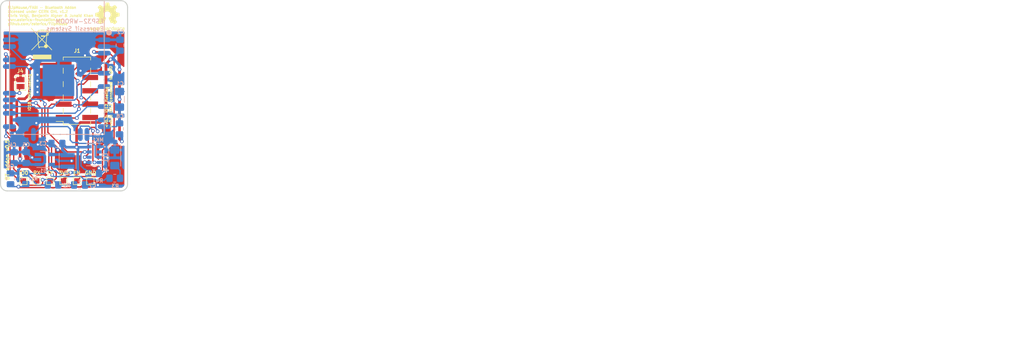
<source format=kicad_pcb>
(kicad_pcb (version 20171130) (host pcbnew 5.1.9+dfsg1-1)

  (general
    (thickness 1.6)
    (drawings 21)
    (tracks 385)
    (zones 0)
    (modules 28)
    (nets 21)
  )

  (page A4)
  (title_block
    (title "ESP32 miniBT")
    (date 2021-04-14)
    (rev v0.4.1)
  )

  (layers
    (0 F.Cu signal)
    (31 B.Cu signal)
    (32 B.Adhes user)
    (33 F.Adhes user)
    (34 B.Paste user)
    (35 F.Paste user)
    (36 B.SilkS user)
    (37 F.SilkS user)
    (38 B.Mask user hide)
    (39 F.Mask user hide)
    (40 Dwgs.User user)
    (41 Cmts.User user)
    (42 Eco1.User user)
    (43 Eco2.User user hide)
    (44 Edge.Cuts user)
    (45 Margin user)
    (46 B.CrtYd user)
    (47 F.CrtYd user hide)
    (48 B.Fab user hide)
    (49 F.Fab user hide)
  )

  (setup
    (last_trace_width 0.25)
    (user_trace_width 0.5)
    (trace_clearance 0.2)
    (zone_clearance 0.508)
    (zone_45_only no)
    (trace_min 0.2)
    (via_size 0.7)
    (via_drill 0.4)
    (via_min_size 0.7)
    (via_min_drill 0.3)
    (user_via 0.8 0.6)
    (uvia_size 0.3)
    (uvia_drill 0.1)
    (uvias_allowed no)
    (uvia_min_size 0.2)
    (uvia_min_drill 0.1)
    (edge_width 0.2)
    (segment_width 0.2)
    (pcb_text_width 0.3)
    (pcb_text_size 1.5 1.5)
    (mod_edge_width 0.15)
    (mod_text_size 0.5 0.5)
    (mod_text_width 0.125)
    (pad_size 0.9 2.5)
    (pad_drill 0)
    (pad_to_mask_clearance 0.2)
    (aux_axis_origin 0 0)
    (grid_origin 167.259 79.502)
    (visible_elements 7FFFFFFF)
    (pcbplotparams
      (layerselection 0x010f0_80000001)
      (usegerberextensions true)
      (usegerberattributes false)
      (usegerberadvancedattributes false)
      (creategerberjobfile false)
      (excludeedgelayer true)
      (linewidth 0.100000)
      (plotframeref false)
      (viasonmask false)
      (mode 1)
      (useauxorigin false)
      (hpglpennumber 1)
      (hpglpenspeed 20)
      (hpglpendiameter 15.000000)
      (psnegative false)
      (psa4output false)
      (plotreference true)
      (plotvalue true)
      (plotinvisibletext false)
      (padsonsilk false)
      (subtractmaskfromsilk true)
      (outputformat 1)
      (mirror false)
      (drillshape 0)
      (scaleselection 1)
      (outputdirectory "plots/"))
  )

  (net 0 "")
  (net 1 +3V3)
  (net 2 GND)
  (net 3 VCC)
  (net 4 EN)
  (net 5 IO5)
  (net 6 IO17)
  (net 7 IO16)
  (net 8 "IO0(boot)")
  (net 9 "Net-(D1-Pad2)")
  (net 10 TXDtoRXD0)
  (net 11 RXDtoTXD0)
  (net 12 IO18)
  (net 13 IO23)
  (net 14 IO15)
  (net 15 IO13)
  (net 16 IO14)
  (net 17 IO26)
  (net 18 IO32)
  (net 19 IO34)
  (net 20 "Net-(L1-Pad1)")

  (net_class Default "This is the default net class."
    (clearance 0.2)
    (trace_width 0.25)
    (via_dia 0.7)
    (via_drill 0.4)
    (uvia_dia 0.3)
    (uvia_drill 0.1)
    (add_net +3V3)
    (add_net EN)
    (add_net GND)
    (add_net "IO0(boot)")
    (add_net IO13)
    (add_net IO14)
    (add_net IO15)
    (add_net IO16)
    (add_net IO17)
    (add_net IO18)
    (add_net IO23)
    (add_net IO26)
    (add_net IO32)
    (add_net IO34)
    (add_net IO5)
    (add_net "Net-(D1-Pad2)")
    (add_net "Net-(L1-Pad1)")
    (add_net RXDtoTXD0)
    (add_net TXDtoRXD0)
    (add_net VCC)
  )

  (net_class power ""
    (clearance 0.2)
    (trace_width 0.5)
    (via_dia 0.9)
    (via_drill 0.6)
    (uvia_dia 0.7)
    (uvia_drill 0.4)
  )

  (module Symbol:WEEE-Logo_4.2x6mm_SilkScreen (layer F.Cu) (tedit 0) (tstamp 60D15E98)
    (at 166.37 69.85)
    (descr "Waste Electrical and Electronic Equipment Directive")
    (tags "Logo WEEE")
    (attr virtual)
    (fp_text reference REF** (at 0 0) (layer F.SilkS) hide
      (effects (font (size 1 1) (thickness 0.15)))
    )
    (fp_text value WEEE-Logo_4.2x6mm_SilkScreen (at 0.75 0) (layer F.Fab) hide
      (effects (font (size 1 1) (thickness 0.15)))
    )
    (fp_poly (pts (xy 2.12443 -2.935152) (xy 2.123811 -2.848069) (xy 1.672086 -2.389109) (xy 1.220361 -1.930148)
      (xy 1.220032 -1.719529) (xy 1.219703 -1.508911) (xy 0.94461 -1.508911) (xy 0.937522 -1.45547)
      (xy 0.934838 -1.431112) (xy 0.930313 -1.385241) (xy 0.924191 -1.320595) (xy 0.916712 -1.239909)
      (xy 0.908119 -1.145919) (xy 0.898654 -1.041363) (xy 0.888558 -0.928975) (xy 0.878074 -0.811493)
      (xy 0.867444 -0.691652) (xy 0.856909 -0.572189) (xy 0.846713 -0.455841) (xy 0.837095 -0.345343)
      (xy 0.8283 -0.243431) (xy 0.820568 -0.152842) (xy 0.814142 -0.076313) (xy 0.809263 -0.016579)
      (xy 0.806175 0.023624) (xy 0.805117 0.041559) (xy 0.805118 0.041644) (xy 0.812827 0.056035)
      (xy 0.835981 0.085748) (xy 0.874895 0.131131) (xy 0.929884 0.192529) (xy 1.001264 0.270288)
      (xy 1.089349 0.364754) (xy 1.194454 0.476272) (xy 1.316895 0.605188) (xy 1.35131 0.641287)
      (xy 1.897137 1.213416) (xy 1.808881 1.301436) (xy 1.737485 1.223758) (xy 1.711366 1.195686)
      (xy 1.670566 1.152274) (xy 1.617777 1.096366) (xy 1.555691 1.030808) (xy 1.487 0.958441)
      (xy 1.414396 0.882112) (xy 1.37096 0.836524) (xy 1.289416 0.751119) (xy 1.223504 0.68271)
      (xy 1.171544 0.630053) (xy 1.131855 0.591905) (xy 1.102757 0.56702) (xy 1.082569 0.554156)
      (xy 1.06961 0.552068) (xy 1.0622 0.559513) (xy 1.058658 0.575246) (xy 1.057303 0.598023)
      (xy 1.057121 0.604239) (xy 1.047703 0.647061) (xy 1.024497 0.698819) (xy 0.992136 0.751328)
      (xy 0.955252 0.796403) (xy 0.940493 0.810328) (xy 0.864767 0.859047) (xy 0.776308 0.886306)
      (xy 0.6981 0.892773) (xy 0.609468 0.880576) (xy 0.527612 0.844813) (xy 0.455164 0.786722)
      (xy 0.441797 0.772262) (xy 0.392918 0.716733) (xy -0.452674 0.716733) (xy -0.452674 0.892773)
      (xy -0.67901 0.892773) (xy -0.67901 0.810531) (xy -0.68185 0.754386) (xy -0.691393 0.715416)
      (xy -0.702991 0.694219) (xy -0.711277 0.679052) (xy -0.718373 0.657062) (xy -0.724748 0.624987)
      (xy -0.730872 0.579569) (xy -0.737216 0.517548) (xy -0.74425 0.435662) (xy -0.749066 0.374746)
      (xy -0.771161 0.089343) (xy -1.313565 0.638805) (xy -1.411637 0.738228) (xy -1.505784 0.833815)
      (xy -1.594285 0.92381) (xy -1.67542 1.006457) (xy -1.747469 1.080001) (xy -1.808712 1.142684)
      (xy -1.857427 1.192752) (xy -1.891896 1.228448) (xy -1.910379 1.247995) (xy -1.940743 1.278944)
      (xy -1.966071 1.30053) (xy -1.979695 1.307723) (xy -1.997095 1.299297) (xy -2.02246 1.278245)
      (xy -2.031058 1.269671) (xy -2.067514 1.23162) (xy -1.866802 1.027658) (xy -1.815596 0.975699)
      (xy -1.749569 0.90882) (xy -1.671618 0.82995) (xy -1.584638 0.742014) (xy -1.491526 0.647941)
      (xy -1.395179 0.550658) (xy -1.298492 0.453093) (xy -1.229134 0.383145) (xy -1.123703 0.27655)
      (xy -1.035129 0.186307) (xy -0.962281 0.111192) (xy -0.904023 0.049986) (xy -0.859225 0.001466)
      (xy -0.837021 -0.023871) (xy -0.658724 -0.023871) (xy -0.636401 0.261555) (xy -0.629669 0.345219)
      (xy -0.623157 0.421727) (xy -0.617234 0.487081) (xy -0.612268 0.537281) (xy -0.608629 0.568329)
      (xy -0.607458 0.575273) (xy -0.600838 0.603565) (xy 0.348636 0.603565) (xy 0.354974 0.524606)
      (xy 0.37411 0.431315) (xy 0.414154 0.348791) (xy 0.472582 0.280038) (xy 0.546871 0.228063)
      (xy 0.630252 0.196863) (xy 0.657302 0.182228) (xy 0.670844 0.150819) (xy 0.671128 0.149434)
      (xy 0.672753 0.136174) (xy 0.670744 0.122595) (xy 0.663142 0.106181) (xy 0.647984 0.084411)
      (xy 0.623312 0.054767) (xy 0.587164 0.014732) (xy 0.53758 -0.038215) (xy 0.472599 -0.106591)
      (xy 0.468401 -0.110995) (xy 0.398507 -0.184389) (xy 0.3242 -0.262563) (xy 0.250586 -0.340136)
      (xy 0.182771 -0.411725) (xy 0.12586 -0.471949) (xy 0.113168 -0.485413) (xy 0.064513 -0.53618)
      (xy 0.021291 -0.579625) (xy -0.013395 -0.612759) (xy -0.036444 -0.632595) (xy -0.044182 -0.636954)
      (xy -0.055722 -0.62783) (xy -0.08271 -0.6028) (xy -0.123021 -0.563948) (xy -0.174529 -0.513357)
      (xy -0.235109 -0.453112) (xy -0.302636 -0.385296) (xy -0.357826 -0.329435) (xy -0.658724 -0.023871)
      (xy -0.837021 -0.023871) (xy -0.826751 -0.035589) (xy -0.805471 -0.062401) (xy -0.794251 -0.080192)
      (xy -0.791754 -0.08843) (xy -0.7927 -0.10641) (xy -0.795573 -0.147108) (xy -0.800187 -0.208181)
      (xy -0.806358 -0.287287) (xy -0.813898 -0.382086) (xy -0.822621 -0.490233) (xy -0.832343 -0.609388)
      (xy -0.842876 -0.737209) (xy -0.851365 -0.839365) (xy -0.899396 -1.415326) (xy -0.775805 -1.415326)
      (xy -0.775273 -1.402896) (xy -0.772769 -1.36789) (xy -0.768496 -1.312785) (xy -0.762653 -1.240057)
      (xy -0.755443 -1.152186) (xy -0.747066 -1.051649) (xy -0.737723 -0.940923) (xy -0.728758 -0.835795)
      (xy -0.718602 -0.716517) (xy -0.709142 -0.60392) (xy -0.700596 -0.500695) (xy -0.693179 -0.409527)
      (xy -0.687108 -0.333105) (xy -0.682601 -0.274117) (xy -0.679873 -0.235251) (xy -0.679116 -0.220156)
      (xy -0.677935 -0.210762) (xy -0.673256 -0.207034) (xy -0.663276 -0.210529) (xy -0.64619 -0.222801)
      (xy -0.620196 -0.245406) (xy -0.58349 -0.2799) (xy -0.534267 -0.327838) (xy -0.470726 -0.390776)
      (xy -0.403305 -0.458032) (xy -0.127601 -0.733523) (xy -0.129533 -0.735594) (xy 0.05271 -0.735594)
      (xy 0.061016 -0.72422) (xy 0.084267 -0.697437) (xy 0.120135 -0.657708) (xy 0.166287 -0.607493)
      (xy 0.220394 -0.549254) (xy 0.280126 -0.485453) (xy 0.343152 -0.418551) (xy 0.407142 -0.35101)
      (xy 0.469764 -0.28529) (xy 0.52869 -0.223854) (xy 0.581588 -0.169163) (xy 0.626128 -0.123678)
      (xy 0.65998 -0.089862) (xy 0.680812 -0.070174) (xy 0.686494 -0.066163) (xy 0.688366 -0.079109)
      (xy 0.692254 -0.114866) (xy 0.697943 -0.171196) (xy 0.705219 -0.24586) (xy 0.713869 -0.33662)
      (xy 0.723678 -0.441238) (xy 0.734434 -0.557474) (xy 0.745921 -0.683092) (xy 0.755093 -0.784382)
      (xy 0.766826 -0.915721) (xy 0.777665 -1.039448) (xy 0.78743 -1.153319) (xy 0.795937 -1.255089)
      (xy 0.803005 -1.342513) (xy 0.808451 -1.413347) (xy 0.812092 -1.465347) (xy 0.813747 -1.496268)
      (xy 0.813558 -1.504297) (xy 0.803666 -1.497146) (xy 0.778476 -1.474159) (xy 0.74019 -1.437561)
      (xy 0.691011 -1.389578) (xy 0.633139 -1.332434) (xy 0.568778 -1.268353) (xy 0.500129 -1.199562)
      (xy 0.429395 -1.128284) (xy 0.358778 -1.056745) (xy 0.29048 -0.98717) (xy 0.226704 -0.921783)
      (xy 0.16965 -0.862809) (xy 0.121522 -0.812473) (xy 0.084522 -0.773001) (xy 0.060852 -0.746617)
      (xy 0.05271 -0.735594) (xy -0.129533 -0.735594) (xy -0.230409 -0.843705) (xy -0.282768 -0.899623)
      (xy -0.341535 -0.962052) (xy -0.404385 -1.028557) (xy -0.468995 -1.096702) (xy -0.533042 -1.164052)
      (xy -0.594203 -1.228172) (xy -0.650153 -1.286628) (xy -0.69857 -1.336982) (xy -0.73713 -1.376802)
      (xy -0.763509 -1.40365) (xy -0.775384 -1.415092) (xy -0.775805 -1.415326) (xy -0.899396 -1.415326)
      (xy -0.911401 -1.559274) (xy -1.511938 -2.190842) (xy -2.112475 -2.822411) (xy -2.112034 -2.910685)
      (xy -2.111592 -2.99896) (xy -2.014583 -2.895334) (xy -1.960291 -2.837537) (xy -1.896192 -2.769632)
      (xy -1.824016 -2.693428) (xy -1.745492 -2.610731) (xy -1.662349 -2.523347) (xy -1.576319 -2.433085)
      (xy -1.48913 -2.34175) (xy -1.402513 -2.251151) (xy -1.318197 -2.163093) (xy -1.237912 -2.079385)
      (xy -1.163387 -2.001833) (xy -1.096354 -1.932243) (xy -1.038541 -1.872424) (xy -0.991679 -1.824182)
      (xy -0.957496 -1.789324) (xy -0.937724 -1.769657) (xy -0.93339 -1.765884) (xy -0.933092 -1.779008)
      (xy -0.934731 -1.812611) (xy -0.938023 -1.86212) (xy -0.942682 -1.922963) (xy -0.944682 -1.947268)
      (xy -0.959577 -2.125049) (xy -0.842955 -2.125049) (xy -0.836934 -2.096757) (xy -0.833863 -2.074382)
      (xy -0.829548 -2.032283) (xy -0.824488 -1.975822) (xy -0.819181 -1.910365) (xy -0.817344 -1.886138)
      (xy -0.811927 -1.816579) (xy -0.806459 -1.751982) (xy -0.801488 -1.698452) (xy -0.797561 -1.66209)
      (xy -0.796675 -1.655491) (xy -0.793334 -1.641944) (xy -0.786101 -1.626086) (xy -0.77344 -1.606139)
      (xy -0.753811 -1.580327) (xy -0.725678 -1.546871) (xy -0.687502 -1.503993) (xy -0.637746 -1.449917)
      (xy -0.574871 -1.382864) (xy -0.497341 -1.301057) (xy -0.418251 -1.21805) (xy -0.339564 -1.135906)
      (xy -0.266112 -1.059831) (xy -0.199724 -0.991675) (xy -0.142227 -0.933288) (xy -0.095451 -0.886519)
      (xy -0.061224 -0.853218) (xy -0.041373 -0.835233) (xy -0.03714 -0.832558) (xy -0.026003 -0.842259)
      (xy 0.000029 -0.867559) (xy 0.03843 -0.905918) (xy 0.086672 -0.9548) (xy 0.14223 -1.011666)
      (xy 0.182408 -1.053094) (xy 0.392169 -1.27) (xy -0.226337 -1.27) (xy -0.226337 -1.508911)
      (xy 0.528119 -1.508911) (xy 0.528119 -1.402458) (xy 0.666435 -1.540346) (xy 0.764553 -1.63816)
      (xy 0.955643 -1.63816) (xy 0.957471 -1.62273) (xy 0.966723 -1.614133) (xy 0.98905 -1.610387)
      (xy 1.030105 -1.609511) (xy 1.037376 -1.609505) (xy 1.119109 -1.609505) (xy 1.119109 -1.828828)
      (xy 1.037376 -1.747821) (xy 0.99127 -1.698572) (xy 0.963694 -1.660841) (xy 0.955643 -1.63816)
      (xy 0.764553 -1.63816) (xy 0.804752 -1.678234) (xy 0.804752 -1.801048) (xy 0.805137 -1.85755)
      (xy 0.8069 -1.893495) (xy 0.81095 -1.91347) (xy 0.818199 -1.922063) (xy 0.82913 -1.923861)
      (xy 0.841288 -1.926502) (xy 0.850273 -1.937088) (xy 0.857174 -1.959619) (xy 0.863076 -1.998091)
      (xy 0.869065 -2.056502) (xy 0.870987 -2.077896) (xy 0.875148 -2.125049) (xy -0.842955 -2.125049)
      (xy -0.959577 -2.125049) (xy -1.119109 -2.125049) (xy -1.119109 -2.238218) (xy -1.051314 -2.238218)
      (xy -1.011662 -2.239304) (xy -0.990116 -2.244546) (xy -0.98748 -2.247666) (xy -0.848616 -2.247666)
      (xy -0.841308 -2.240538) (xy -0.815993 -2.238338) (xy -0.798908 -2.238218) (xy -0.741881 -2.238218)
      (xy -0.529221 -2.238218) (xy 0.885302 -2.238218) (xy 0.837458 -2.287214) (xy 0.76315 -2.347676)
      (xy 0.671184 -2.394309) (xy 0.560002 -2.427751) (xy 0.449529 -2.446247) (xy 0.377227 -2.454878)
      (xy 0.377227 -2.36396) (xy -0.201188 -2.36396) (xy -0.201188 -2.467107) (xy -0.286065 -2.458504)
      (xy -0.345368 -2.451244) (xy -0.408551 -2.441621) (xy -0.446386 -2.434748) (xy -0.521832 -2.419593)
      (xy -0.525526 -2.328905) (xy -0.529221 -2.238218) (xy -0.741881 -2.238218) (xy -0.741881 -2.288515)
      (xy -0.743544 -2.320024) (xy -0.747697 -2.337537) (xy -0.749371 -2.338812) (xy -0.767987 -2.330746)
      (xy -0.795183 -2.31118) (xy -0.822448 -2.287056) (xy -0.841267 -2.265318) (xy -0.842943 -2.262492)
      (xy -0.848616 -2.247666) (xy -0.98748 -2.247666) (xy -0.979662 -2.256919) (xy -0.975442 -2.270396)
      (xy -0.958219 -2.305373) (xy -0.925138 -2.347421) (xy -0.881893 -2.390644) (xy -0.834174 -2.429146)
      (xy -0.80283 -2.449199) (xy -0.767123 -2.471149) (xy -0.748819 -2.489589) (xy -0.742388 -2.511332)
      (xy -0.741894 -2.524282) (xy -0.741894 -2.527425) (xy -0.100594 -2.527425) (xy -0.100594 -2.464554)
      (xy 0.276633 -2.464554) (xy 0.276633 -2.527425) (xy -0.100594 -2.527425) (xy -0.741894 -2.527425)
      (xy -0.741881 -2.565148) (xy -0.636048 -2.565148) (xy -0.587355 -2.563971) (xy -0.549405 -2.560835)
      (xy -0.528308 -2.556329) (xy -0.526023 -2.554505) (xy -0.512641 -2.551705) (xy -0.480074 -2.552852)
      (xy -0.433916 -2.557607) (xy -0.402376 -2.561997) (xy -0.345188 -2.570622) (xy -0.292886 -2.578409)
      (xy -0.253582 -2.584153) (xy -0.242055 -2.585785) (xy -0.211937 -2.595112) (xy -0.201188 -2.609728)
      (xy -0.19792 -2.61568) (xy -0.18623 -2.620222) (xy -0.163288 -2.62353) (xy -0.126265 -2.625785)
      (xy -0.072332 -2.627166) (xy 0.00134 -2.62785) (xy 0.08802 -2.62802) (xy 0.180529 -2.627923)
      (xy 0.250906 -2.62747) (xy 0.302164 -2.62641) (xy 0.33732 -2.624497) (xy 0.359389 -2.621481)
      (xy 0.371385 -2.617115) (xy 0.376324 -2.611151) (xy 0.377227 -2.604216) (xy 0.384921 -2.582205)
      (xy 0.410121 -2.569679) (xy 0.456009 -2.565212) (xy 0.464264 -2.565148) (xy 0.541973 -2.557132)
      (xy 0.630233 -2.535064) (xy 0.721085 -2.501916) (xy 0.80657 -2.460661) (xy 0.878726 -2.414269)
      (xy 0.888072 -2.406918) (xy 0.918533 -2.383002) (xy 0.936572 -2.373424) (xy 0.949169 -2.37652)
      (xy 0.9621 -2.389296) (xy 1.000293 -2.414322) (xy 1.049998 -2.423929) (xy 1.103524 -2.418933)
      (xy 1.153178 -2.400149) (xy 1.191267 -2.368394) (xy 1.194025 -2.364703) (xy 1.222526 -2.305425)
      (xy 1.227828 -2.244066) (xy 1.210518 -2.185573) (xy 1.17118 -2.134896) (xy 1.16637 -2.130711)
      (xy 1.13844 -2.110833) (xy 1.110102 -2.102079) (xy 1.070263 -2.101447) (xy 1.060311 -2.102008)
      (xy 1.021332 -2.103438) (xy 1.001254 -2.100161) (xy 0.993985 -2.090272) (xy 0.99324 -2.081039)
      (xy 0.991716 -2.054256) (xy 0.987935 -2.013975) (xy 0.985218 -1.989876) (xy 0.981277 -1.951599)
      (xy 0.982916 -1.932004) (xy 0.992421 -1.924842) (xy 1.009351 -1.923861) (xy 1.019392 -1.927099)
      (xy 1.03559 -1.93758) (xy 1.059145 -1.956452) (xy 1.091257 -1.984865) (xy 1.133128 -2.023965)
      (xy 1.185957 -2.074903) (xy 1.250945 -2.138827) (xy 1.329291 -2.216886) (xy 1.422197 -2.310228)
      (xy 1.530863 -2.420002) (xy 1.583231 -2.473048) (xy 2.125049 -3.022233) (xy 2.12443 -2.935152)) (layer F.SilkS) (width 0.01))
    (fp_poly (pts (xy 1.747822 3.017822) (xy -1.772971 3.017822) (xy -1.772971 2.150198) (xy 1.747822 2.150198)
      (xy 1.747822 3.017822)) (layer F.SilkS) (width 0.01))
  )

  (module Package_TO_SOT_SMD:TSOT-23-5 (layer B.Cu) (tedit 5A02FF57) (tstamp 60D1606C)
    (at 166.878 91.948)
    (descr "5-pin TSOT23 package, http://cds.linear.com/docs/en/packaging/SOT_5_05-08-1635.pdf")
    (tags TSOT-23-5)
    (path /60A54EC7)
    (attr smd)
    (fp_text reference U1 (at -0.254 2.159 180) (layer B.SilkS)
      (effects (font (size 0.7 0.7) (thickness 0.15)) (justify mirror))
    )
    (fp_text value MCP1603T-330I/OS (at 0 -2.5) (layer B.Fab)
      (effects (font (size 1 1) (thickness 0.15)) (justify mirror))
    )
    (fp_line (start 2.17 -1.7) (end -2.17 -1.7) (layer B.CrtYd) (width 0.05))
    (fp_line (start 2.17 -1.7) (end 2.17 1.7) (layer B.CrtYd) (width 0.05))
    (fp_line (start -2.17 1.7) (end -2.17 -1.7) (layer B.CrtYd) (width 0.05))
    (fp_line (start -2.17 1.7) (end 2.17 1.7) (layer B.CrtYd) (width 0.05))
    (fp_line (start 0.88 1.45) (end 0.88 -1.45) (layer B.Fab) (width 0.1))
    (fp_line (start 0.88 -1.45) (end -0.88 -1.45) (layer B.Fab) (width 0.1))
    (fp_line (start -0.88 1) (end -0.88 -1.45) (layer B.Fab) (width 0.1))
    (fp_line (start 0.88 1.45) (end -0.43 1.45) (layer B.Fab) (width 0.1))
    (fp_line (start -0.88 1) (end -0.43 1.45) (layer B.Fab) (width 0.1))
    (fp_line (start 0.88 1.51) (end -1.55 1.51) (layer B.SilkS) (width 0.12))
    (fp_line (start -0.88 -1.56) (end 0.88 -1.56) (layer B.SilkS) (width 0.12))
    (fp_text user %R (at 0 0 270) (layer B.Fab)
      (effects (font (size 0.5 0.5) (thickness 0.075)) (justify mirror))
    )
    (pad 5 smd rect (at 1.31 0.95) (size 1.22 0.65) (layers B.Cu B.Paste B.Mask)
      (net 20 "Net-(L1-Pad1)"))
    (pad 4 smd rect (at 1.31 -0.95) (size 1.22 0.65) (layers B.Cu B.Paste B.Mask)
      (net 1 +3V3))
    (pad 3 smd rect (at -1.31 -0.95) (size 1.22 0.65) (layers B.Cu B.Paste B.Mask)
      (net 3 VCC))
    (pad 2 smd rect (at -1.31 0) (size 1.22 0.65) (layers B.Cu B.Paste B.Mask)
      (net 2 GND))
    (pad 1 smd rect (at -1.31 0.95) (size 1.22 0.65) (layers B.Cu B.Paste B.Mask)
      (net 3 VCC))
    (model ${KISYS3DMOD}/Package_TO_SOT_SMD.3dshapes/TSOT-23-5.wrl
      (at (xyz 0 0 0))
      (scale (xyz 1 1 1))
      (rotate (xyz 0 0 0))
    )
  )

  (module Inductor_SMD:L_Taiyo-Yuden_MD-3030 (layer B.Cu) (tedit 5990349C) (tstamp 60D15F89)
    (at 171.196 92.202 90)
    (descr "Inductor, Taiyo Yuden, MD series, Taiyo-Yuden_MD-3030, 3.0mmx3.0mm")
    (tags "inductor taiyo-yuden md smd")
    (path /60A59D6E)
    (attr smd)
    (fp_text reference L1 (at -2.286 0 180) (layer B.SilkS)
      (effects (font (size 0.7 0.7) (thickness 0.15)) (justify mirror))
    )
    (fp_text value "4.7u / TYS30104R7M-10" (at 0 -3 90) (layer B.Fab)
      (effects (font (size 1 1) (thickness 0.15)) (justify mirror))
    )
    (fp_line (start 1.8 1.8) (end -1.8 1.8) (layer B.CrtYd) (width 0.05))
    (fp_line (start 1.8 -1.8) (end 1.8 1.8) (layer B.CrtYd) (width 0.05))
    (fp_line (start -1.8 -1.8) (end 1.8 -1.8) (layer B.CrtYd) (width 0.05))
    (fp_line (start -1.8 1.8) (end -1.8 -1.8) (layer B.CrtYd) (width 0.05))
    (fp_line (start -1.5 -1.6) (end 1.5 -1.6) (layer B.SilkS) (width 0.12))
    (fp_line (start -1.5 1.6) (end 1.5 1.6) (layer B.SilkS) (width 0.12))
    (fp_line (start 1.5 1.5) (end -1.5 1.5) (layer B.Fab) (width 0.1))
    (fp_line (start 1.5 -1.5) (end 1.5 1.5) (layer B.Fab) (width 0.1))
    (fp_line (start -1.5 -1.5) (end 1.5 -1.5) (layer B.Fab) (width 0.1))
    (fp_line (start -1.5 1.5) (end -1.5 -1.5) (layer B.Fab) (width 0.1))
    (fp_text user %R (at 0 0 90) (layer B.Fab)
      (effects (font (size 0.7 0.7) (thickness 0.105)) (justify mirror))
    )
    (pad 2 smd rect (at 1.1 0 90) (size 0.8 2.7) (layers B.Cu B.Paste B.Mask)
      (net 1 +3V3))
    (pad 1 smd rect (at -1.1 0 90) (size 0.8 2.7) (layers B.Cu B.Paste B.Mask)
      (net 20 "Net-(L1-Pad1)"))
    (model ${KISYS3DMOD}/Inductor_SMD.3dshapes/L_Taiyo-Yuden_MD-3030.wrl
      (at (xyz 0 0 0))
      (scale (xyz 1 1 1))
      (rotate (xyz 0 0 0))
    )
  )

  (module LED_SMD:LED_1206_3216Metric_Pad1.42x1.75mm_HandSolder (layer B.Cu) (tedit 5F68FEF1) (tstamp 6024B6D8)
    (at 180.159 91.6145 270)
    (descr "LED SMD 1206 (3216 Metric), square (rectangular) end terminal, IPC_7351 nominal, (Body size source: http://www.tortai-tech.com/upload/download/2011102023233369053.pdf), generated with kicad-footprint-generator")
    (tags "LED handsolder")
    (path /58AAE67A)
    (attr smd)
    (fp_text reference D1 (at 0 1.82 90) (layer B.SilkS)
      (effects (font (size 1 1) (thickness 0.15)) (justify mirror))
    )
    (fp_text value D05 (at 0 -1.82 90) (layer B.Fab)
      (effects (font (size 1 1) (thickness 0.15)) (justify mirror))
    )
    (fp_line (start 2.45 -1.12) (end -2.45 -1.12) (layer B.CrtYd) (width 0.05))
    (fp_line (start 2.45 1.12) (end 2.45 -1.12) (layer B.CrtYd) (width 0.05))
    (fp_line (start -2.45 1.12) (end 2.45 1.12) (layer B.CrtYd) (width 0.05))
    (fp_line (start -2.45 -1.12) (end -2.45 1.12) (layer B.CrtYd) (width 0.05))
    (fp_line (start -2.46 -1.135) (end 1.6 -1.135) (layer B.SilkS) (width 0.12))
    (fp_line (start -2.46 1.135) (end -2.46 -1.135) (layer B.SilkS) (width 0.12))
    (fp_line (start 1.6 1.135) (end -2.46 1.135) (layer B.SilkS) (width 0.12))
    (fp_line (start 1.6 -0.8) (end 1.6 0.8) (layer B.Fab) (width 0.1))
    (fp_line (start -1.6 -0.8) (end 1.6 -0.8) (layer B.Fab) (width 0.1))
    (fp_line (start -1.6 0.4) (end -1.6 -0.8) (layer B.Fab) (width 0.1))
    (fp_line (start -1.2 0.8) (end -1.6 0.4) (layer B.Fab) (width 0.1))
    (fp_line (start 1.6 0.8) (end -1.2 0.8) (layer B.Fab) (width 0.1))
    (fp_text user %R (at 0 0 90) (layer B.Fab)
      (effects (font (size 0.8 0.8) (thickness 0.12)) (justify mirror))
    )
    (pad 2 smd roundrect (at 1.4875 0 270) (size 1.425 1.75) (layers B.Cu B.Paste B.Mask) (roundrect_rratio 0.175439)
      (net 9 "Net-(D1-Pad2)"))
    (pad 1 smd roundrect (at -1.4875 0 270) (size 1.425 1.75) (layers B.Cu B.Paste B.Mask) (roundrect_rratio 0.175439)
      (net 2 GND))
    (model ${KISYS3DMOD}/LED_SMD.3dshapes/LED_1206_3216Metric.wrl
      (at (xyz 0 0 0))
      (scale (xyz 1 1 1))
      (rotate (xyz 0 0 0))
    )
  )

  (module Symbol:OSHW-Logo2_7.3x6mm_SilkScreen (layer F.Cu) (tedit 0) (tstamp 602FC54B)
    (at 178.759 64.852)
    (descr "Open Source Hardware Symbol")
    (tags "Logo Symbol OSHW")
    (attr virtual)
    (fp_text reference REF** (at 0 0) (layer F.SilkS) hide
      (effects (font (size 1 1) (thickness 0.15)))
    )
    (fp_text value OSHW-Logo2_7.3x6mm_SilkScreen (at 0.75 0) (layer F.Fab) hide
      (effects (font (size 1 1) (thickness 0.15)))
    )
    (fp_poly (pts (xy 0.10391 -2.757652) (xy 0.182454 -2.757222) (xy 0.239298 -2.756058) (xy 0.278105 -2.753793)
      (xy 0.302538 -2.75006) (xy 0.316262 -2.744494) (xy 0.32294 -2.736727) (xy 0.326236 -2.726395)
      (xy 0.326556 -2.725057) (xy 0.331562 -2.700921) (xy 0.340829 -2.653299) (xy 0.353392 -2.587259)
      (xy 0.368287 -2.507872) (xy 0.384551 -2.420204) (xy 0.385119 -2.417125) (xy 0.40141 -2.331211)
      (xy 0.416652 -2.255304) (xy 0.429861 -2.193955) (xy 0.440054 -2.151718) (xy 0.446248 -2.133145)
      (xy 0.446543 -2.132816) (xy 0.464788 -2.123747) (xy 0.502405 -2.108633) (xy 0.551271 -2.090738)
      (xy 0.551543 -2.090642) (xy 0.613093 -2.067507) (xy 0.685657 -2.038035) (xy 0.754057 -2.008403)
      (xy 0.757294 -2.006938) (xy 0.868702 -1.956374) (xy 1.115399 -2.12484) (xy 1.191077 -2.176197)
      (xy 1.259631 -2.222111) (xy 1.317088 -2.25997) (xy 1.359476 -2.287163) (xy 1.382825 -2.301079)
      (xy 1.385042 -2.302111) (xy 1.40201 -2.297516) (xy 1.433701 -2.275345) (xy 1.481352 -2.234553)
      (xy 1.546198 -2.174095) (xy 1.612397 -2.109773) (xy 1.676214 -2.046388) (xy 1.733329 -1.988549)
      (xy 1.780305 -1.939825) (xy 1.813703 -1.90379) (xy 1.830085 -1.884016) (xy 1.830694 -1.882998)
      (xy 1.832505 -1.869428) (xy 1.825683 -1.847267) (xy 1.80854 -1.813522) (xy 1.779393 -1.7652)
      (xy 1.736555 -1.699308) (xy 1.679448 -1.614483) (xy 1.628766 -1.539823) (xy 1.583461 -1.47286)
      (xy 1.54615 -1.417484) (xy 1.519452 -1.37758) (xy 1.505985 -1.357038) (xy 1.505137 -1.355644)
      (xy 1.506781 -1.335962) (xy 1.519245 -1.297707) (xy 1.540048 -1.248111) (xy 1.547462 -1.232272)
      (xy 1.579814 -1.16171) (xy 1.614328 -1.081647) (xy 1.642365 -1.012371) (xy 1.662568 -0.960955)
      (xy 1.678615 -0.921881) (xy 1.687888 -0.901459) (xy 1.689041 -0.899886) (xy 1.706096 -0.897279)
      (xy 1.746298 -0.890137) (xy 1.804302 -0.879477) (xy 1.874763 -0.866315) (xy 1.952335 -0.851667)
      (xy 2.031672 -0.836551) (xy 2.107431 -0.821982) (xy 2.174264 -0.808978) (xy 2.226828 -0.798555)
      (xy 2.259776 -0.79173) (xy 2.267857 -0.789801) (xy 2.276205 -0.785038) (xy 2.282506 -0.774282)
      (xy 2.287045 -0.753902) (xy 2.290104 -0.720266) (xy 2.291967 -0.669745) (xy 2.292918 -0.598708)
      (xy 2.29324 -0.503524) (xy 2.293257 -0.464508) (xy 2.293257 -0.147201) (xy 2.217057 -0.132161)
      (xy 2.174663 -0.124005) (xy 2.1114 -0.112101) (xy 2.034962 -0.097884) (xy 1.953043 -0.08279)
      (xy 1.9304 -0.078645) (xy 1.854806 -0.063947) (xy 1.788953 -0.049495) (xy 1.738366 -0.036625)
      (xy 1.708574 -0.026678) (xy 1.703612 -0.023713) (xy 1.691426 -0.002717) (xy 1.673953 0.037967)
      (xy 1.654577 0.090322) (xy 1.650734 0.1016) (xy 1.625339 0.171523) (xy 1.593817 0.250418)
      (xy 1.562969 0.321266) (xy 1.562817 0.321595) (xy 1.511447 0.432733) (xy 1.680399 0.681253)
      (xy 1.849352 0.929772) (xy 1.632429 1.147058) (xy 1.566819 1.211726) (xy 1.506979 1.268733)
      (xy 1.456267 1.315033) (xy 1.418046 1.347584) (xy 1.395675 1.363343) (xy 1.392466 1.364343)
      (xy 1.373626 1.356469) (xy 1.33518 1.334578) (xy 1.28133 1.301267) (xy 1.216276 1.259131)
      (xy 1.14594 1.211943) (xy 1.074555 1.16381) (xy 1.010908 1.121928) (xy 0.959041 1.088871)
      (xy 0.922995 1.067218) (xy 0.906867 1.059543) (xy 0.887189 1.066037) (xy 0.849875 1.08315)
      (xy 0.802621 1.107326) (xy 0.797612 1.110013) (xy 0.733977 1.141927) (xy 0.690341 1.157579)
      (xy 0.663202 1.157745) (xy 0.649057 1.143204) (xy 0.648975 1.143) (xy 0.641905 1.125779)
      (xy 0.625042 1.084899) (xy 0.599695 1.023525) (xy 0.567171 0.944819) (xy 0.528778 0.851947)
      (xy 0.485822 0.748072) (xy 0.444222 0.647502) (xy 0.398504 0.536516) (xy 0.356526 0.433703)
      (xy 0.319548 0.342215) (xy 0.288827 0.265201) (xy 0.265622 0.205815) (xy 0.25119 0.167209)
      (xy 0.246743 0.1528) (xy 0.257896 0.136272) (xy 0.287069 0.10993) (xy 0.325971 0.080887)
      (xy 0.436757 -0.010961) (xy 0.523351 -0.116241) (xy 0.584716 -0.232734) (xy 0.619815 -0.358224)
      (xy 0.627608 -0.490493) (xy 0.621943 -0.551543) (xy 0.591078 -0.678205) (xy 0.53792 -0.790059)
      (xy 0.465767 -0.885999) (xy 0.377917 -0.964924) (xy 0.277665 -1.02573) (xy 0.16831 -1.067313)
      (xy 0.053147 -1.088572) (xy -0.064525 -1.088401) (xy -0.18141 -1.065699) (xy -0.294211 -1.019362)
      (xy -0.399631 -0.948287) (xy -0.443632 -0.908089) (xy -0.528021 -0.804871) (xy -0.586778 -0.692075)
      (xy -0.620296 -0.57299) (xy -0.628965 -0.450905) (xy -0.613177 -0.329107) (xy -0.573322 -0.210884)
      (xy -0.509793 -0.099525) (xy -0.422979 0.001684) (xy -0.325971 0.080887) (xy -0.285563 0.111162)
      (xy -0.257018 0.137219) (xy -0.246743 0.152825) (xy -0.252123 0.169843) (xy -0.267425 0.2105)
      (xy -0.291388 0.271642) (xy -0.322756 0.350119) (xy -0.360268 0.44278) (xy -0.402667 0.546472)
      (xy -0.444337 0.647526) (xy -0.49031 0.758607) (xy -0.532893 0.861541) (xy -0.570779 0.953165)
      (xy -0.60266 1.030316) (xy -0.627229 1.089831) (xy -0.64318 1.128544) (xy -0.64909 1.143)
      (xy -0.663052 1.157685) (xy -0.69006 1.157642) (xy -0.733587 1.142099) (xy -0.79711 1.110284)
      (xy -0.797612 1.110013) (xy -0.84544 1.085323) (xy -0.884103 1.067338) (xy -0.905905 1.059614)
      (xy -0.906867 1.059543) (xy -0.923279 1.067378) (xy -0.959513 1.089165) (xy -1.011526 1.122328)
      (xy -1.075275 1.164291) (xy -1.14594 1.211943) (xy -1.217884 1.260191) (xy -1.282726 1.302151)
      (xy -1.336265 1.335227) (xy -1.374303 1.356821) (xy -1.392467 1.364343) (xy -1.409192 1.354457)
      (xy -1.44282 1.326826) (xy -1.48999 1.284495) (xy -1.547342 1.230505) (xy -1.611516 1.167899)
      (xy -1.632503 1.146983) (xy -1.849501 0.929623) (xy -1.684332 0.68722) (xy -1.634136 0.612781)
      (xy -1.590081 0.545972) (xy -1.554638 0.490665) (xy -1.530281 0.450729) (xy -1.519478 0.430036)
      (xy -1.519162 0.428563) (xy -1.524857 0.409058) (xy -1.540174 0.369822) (xy -1.562463 0.31743)
      (xy -1.578107 0.282355) (xy -1.607359 0.215201) (xy -1.634906 0.147358) (xy -1.656263 0.090034)
      (xy -1.662065 0.072572) (xy -1.678548 0.025938) (xy -1.69466 -0.010095) (xy -1.70351 -0.023713)
      (xy -1.72304 -0.032048) (xy -1.765666 -0.043863) (xy -1.825855 -0.057819) (xy -1.898078 -0.072578)
      (xy -1.9304 -0.078645) (xy -2.012478 -0.093727) (xy -2.091205 -0.108331) (xy -2.158891 -0.12102)
      (xy -2.20784 -0.130358) (xy -2.217057 -0.132161) (xy -2.293257 -0.147201) (xy -2.293257 -0.464508)
      (xy -2.293086 -0.568846) (xy -2.292384 -0.647787) (xy -2.290866 -0.704962) (xy -2.288251 -0.744001)
      (xy -2.284254 -0.768535) (xy -2.278591 -0.782195) (xy -2.27098 -0.788611) (xy -2.267857 -0.789801)
      (xy -2.249022 -0.79402) (xy -2.207412 -0.802438) (xy -2.14837 -0.814039) (xy -2.077243 -0.827805)
      (xy -1.999375 -0.84272) (xy -1.920113 -0.857768) (xy -1.844802 -0.871931) (xy -1.778787 -0.884194)
      (xy -1.727413 -0.893539) (xy -1.696025 -0.89895) (xy -1.689041 -0.899886) (xy -1.682715 -0.912404)
      (xy -1.66871 -0.945754) (xy -1.649645 -0.993623) (xy -1.642366 -1.012371) (xy -1.613004 -1.084805)
      (xy -1.578429 -1.16483) (xy -1.547463 -1.232272) (xy -1.524677 -1.283841) (xy -1.509518 -1.326215)
      (xy -1.504458 -1.352166) (xy -1.505264 -1.355644) (xy -1.515959 -1.372064) (xy -1.54038 -1.408583)
      (xy -1.575905 -1.461313) (xy -1.619913 -1.526365) (xy -1.669783 -1.599849) (xy -1.679644 -1.614355)
      (xy -1.737508 -1.700296) (xy -1.780044 -1.765739) (xy -1.808946 -1.813696) (xy -1.82591 -1.84718)
      (xy -1.832633 -1.869205) (xy -1.83081 -1.882783) (xy -1.830764 -1.882869) (xy -1.816414 -1.900703)
      (xy -1.784677 -1.935183) (xy -1.73899 -1.982732) (xy -1.682796 -2.039778) (xy -1.619532 -2.102745)
      (xy -1.612398 -2.109773) (xy -1.53267 -2.18698) (xy -1.471143 -2.24367) (xy -1.426579 -2.28089)
      (xy -1.397743 -2.299685) (xy -1.385042 -2.302111) (xy -1.366506 -2.291529) (xy -1.328039 -2.267084)
      (xy -1.273614 -2.231388) (xy -1.207202 -2.187053) (xy -1.132775 -2.136689) (xy -1.115399 -2.12484)
      (xy -0.868703 -1.956374) (xy -0.757294 -2.006938) (xy -0.689543 -2.036405) (xy -0.616817 -2.066041)
      (xy -0.554297 -2.08967) (xy -0.551543 -2.090642) (xy -0.50264 -2.108543) (xy -0.464943 -2.12368)
      (xy -0.446575 -2.13279) (xy -0.446544 -2.132816) (xy -0.440715 -2.149283) (xy -0.430808 -2.189781)
      (xy -0.417805 -2.249758) (xy -0.402691 -2.32466) (xy -0.386448 -2.409936) (xy -0.385119 -2.417125)
      (xy -0.368825 -2.504986) (xy -0.353867 -2.58474) (xy -0.341209 -2.651319) (xy -0.331814 -2.699653)
      (xy -0.326646 -2.724675) (xy -0.326556 -2.725057) (xy -0.323411 -2.735701) (xy -0.317296 -2.743738)
      (xy -0.304547 -2.749533) (xy -0.2815 -2.753453) (xy -0.244491 -2.755865) (xy -0.189856 -2.757135)
      (xy -0.113933 -2.757629) (xy -0.013056 -2.757714) (xy 0 -2.757714) (xy 0.10391 -2.757652)) (layer F.SilkS) (width 0.01))
    (fp_poly (pts (xy 3.153595 1.966966) (xy 3.211021 2.004497) (xy 3.238719 2.038096) (xy 3.260662 2.099064)
      (xy 3.262405 2.147308) (xy 3.258457 2.211816) (xy 3.109686 2.276934) (xy 3.037349 2.310202)
      (xy 2.990084 2.336964) (xy 2.965507 2.360144) (xy 2.961237 2.382667) (xy 2.974889 2.407455)
      (xy 2.989943 2.423886) (xy 3.033746 2.450235) (xy 3.081389 2.452081) (xy 3.125145 2.431546)
      (xy 3.157289 2.390752) (xy 3.163038 2.376347) (xy 3.190576 2.331356) (xy 3.222258 2.312182)
      (xy 3.265714 2.295779) (xy 3.265714 2.357966) (xy 3.261872 2.400283) (xy 3.246823 2.435969)
      (xy 3.21528 2.476943) (xy 3.210592 2.482267) (xy 3.175506 2.51872) (xy 3.145347 2.538283)
      (xy 3.107615 2.547283) (xy 3.076335 2.55023) (xy 3.020385 2.550965) (xy 2.980555 2.54166)
      (xy 2.955708 2.527846) (xy 2.916656 2.497467) (xy 2.889625 2.464613) (xy 2.872517 2.423294)
      (xy 2.863238 2.367521) (xy 2.859693 2.291305) (xy 2.85941 2.252622) (xy 2.860372 2.206247)
      (xy 2.948007 2.206247) (xy 2.949023 2.231126) (xy 2.951556 2.2352) (xy 2.968274 2.229665)
      (xy 3.004249 2.215017) (xy 3.052331 2.19419) (xy 3.062386 2.189714) (xy 3.123152 2.158814)
      (xy 3.156632 2.131657) (xy 3.16399 2.10622) (xy 3.146391 2.080481) (xy 3.131856 2.069109)
      (xy 3.07941 2.046364) (xy 3.030322 2.050122) (xy 2.989227 2.077884) (xy 2.960758 2.127152)
      (xy 2.951631 2.166257) (xy 2.948007 2.206247) (xy 2.860372 2.206247) (xy 2.861285 2.162249)
      (xy 2.868196 2.095384) (xy 2.881884 2.046695) (xy 2.904096 2.010849) (xy 2.936574 1.982513)
      (xy 2.950733 1.973355) (xy 3.015053 1.949507) (xy 3.085473 1.948006) (xy 3.153595 1.966966)) (layer F.SilkS) (width 0.01))
    (fp_poly (pts (xy 2.6526 1.958752) (xy 2.669948 1.966334) (xy 2.711356 1.999128) (xy 2.746765 2.046547)
      (xy 2.768664 2.097151) (xy 2.772229 2.122098) (xy 2.760279 2.156927) (xy 2.734067 2.175357)
      (xy 2.705964 2.186516) (xy 2.693095 2.188572) (xy 2.686829 2.173649) (xy 2.674456 2.141175)
      (xy 2.669028 2.126502) (xy 2.63859 2.075744) (xy 2.59452 2.050427) (xy 2.53801 2.051206)
      (xy 2.533825 2.052203) (xy 2.503655 2.066507) (xy 2.481476 2.094393) (xy 2.466327 2.139287)
      (xy 2.45725 2.204615) (xy 2.453286 2.293804) (xy 2.452914 2.341261) (xy 2.45273 2.416071)
      (xy 2.451522 2.467069) (xy 2.448309 2.499471) (xy 2.442109 2.518495) (xy 2.43194 2.529356)
      (xy 2.416819 2.537272) (xy 2.415946 2.53767) (xy 2.386828 2.549981) (xy 2.372403 2.554514)
      (xy 2.370186 2.540809) (xy 2.368289 2.502925) (xy 2.366847 2.445715) (xy 2.365998 2.374027)
      (xy 2.365829 2.321565) (xy 2.366692 2.220047) (xy 2.37007 2.143032) (xy 2.377142 2.086023)
      (xy 2.389088 2.044526) (xy 2.40709 2.014043) (xy 2.432327 1.99008) (xy 2.457247 1.973355)
      (xy 2.517171 1.951097) (xy 2.586911 1.946076) (xy 2.6526 1.958752)) (layer F.SilkS) (width 0.01))
    (fp_poly (pts (xy 2.144876 1.956335) (xy 2.186667 1.975344) (xy 2.219469 1.998378) (xy 2.243503 2.024133)
      (xy 2.260097 2.057358) (xy 2.270577 2.1028) (xy 2.276271 2.165207) (xy 2.278507 2.249327)
      (xy 2.278743 2.304721) (xy 2.278743 2.520826) (xy 2.241774 2.53767) (xy 2.212656 2.549981)
      (xy 2.198231 2.554514) (xy 2.195472 2.541025) (xy 2.193282 2.504653) (xy 2.191942 2.451542)
      (xy 2.191657 2.409372) (xy 2.190434 2.348447) (xy 2.187136 2.300115) (xy 2.182321 2.270518)
      (xy 2.178496 2.264229) (xy 2.152783 2.270652) (xy 2.112418 2.287125) (xy 2.065679 2.309458)
      (xy 2.020845 2.333457) (xy 1.986193 2.35493) (xy 1.970002 2.369685) (xy 1.969938 2.369845)
      (xy 1.97133 2.397152) (xy 1.983818 2.423219) (xy 2.005743 2.444392) (xy 2.037743 2.451474)
      (xy 2.065092 2.450649) (xy 2.103826 2.450042) (xy 2.124158 2.459116) (xy 2.136369 2.483092)
      (xy 2.137909 2.487613) (xy 2.143203 2.521806) (xy 2.129047 2.542568) (xy 2.092148 2.552462)
      (xy 2.052289 2.554292) (xy 1.980562 2.540727) (xy 1.943432 2.521355) (xy 1.897576 2.475845)
      (xy 1.873256 2.419983) (xy 1.871073 2.360957) (xy 1.891629 2.305953) (xy 1.922549 2.271486)
      (xy 1.95342 2.252189) (xy 2.001942 2.227759) (xy 2.058485 2.202985) (xy 2.06791 2.199199)
      (xy 2.130019 2.171791) (xy 2.165822 2.147634) (xy 2.177337 2.123619) (xy 2.16658 2.096635)
      (xy 2.148114 2.075543) (xy 2.104469 2.049572) (xy 2.056446 2.047624) (xy 2.012406 2.067637)
      (xy 1.980709 2.107551) (xy 1.976549 2.117848) (xy 1.952327 2.155724) (xy 1.916965 2.183842)
      (xy 1.872343 2.206917) (xy 1.872343 2.141485) (xy 1.874969 2.101506) (xy 1.88623 2.069997)
      (xy 1.911199 2.036378) (xy 1.935169 2.010484) (xy 1.972441 1.973817) (xy 2.001401 1.954121)
      (xy 2.032505 1.94622) (xy 2.067713 1.944914) (xy 2.144876 1.956335)) (layer F.SilkS) (width 0.01))
    (fp_poly (pts (xy 1.779833 1.958663) (xy 1.782048 1.99685) (xy 1.783784 2.054886) (xy 1.784899 2.12818)
      (xy 1.785257 2.205055) (xy 1.785257 2.465196) (xy 1.739326 2.511127) (xy 1.707675 2.539429)
      (xy 1.67989 2.550893) (xy 1.641915 2.550168) (xy 1.62684 2.548321) (xy 1.579726 2.542948)
      (xy 1.540756 2.539869) (xy 1.531257 2.539585) (xy 1.499233 2.541445) (xy 1.453432 2.546114)
      (xy 1.435674 2.548321) (xy 1.392057 2.551735) (xy 1.362745 2.54432) (xy 1.33368 2.521427)
      (xy 1.323188 2.511127) (xy 1.277257 2.465196) (xy 1.277257 1.978602) (xy 1.314226 1.961758)
      (xy 1.346059 1.949282) (xy 1.364683 1.944914) (xy 1.369458 1.958718) (xy 1.373921 1.997286)
      (xy 1.377775 2.056356) (xy 1.380722 2.131663) (xy 1.382143 2.195286) (xy 1.386114 2.445657)
      (xy 1.420759 2.450556) (xy 1.452268 2.447131) (xy 1.467708 2.436041) (xy 1.472023 2.415308)
      (xy 1.475708 2.371145) (xy 1.478469 2.309146) (xy 1.480012 2.234909) (xy 1.480235 2.196706)
      (xy 1.480457 1.976783) (xy 1.526166 1.960849) (xy 1.558518 1.950015) (xy 1.576115 1.944962)
      (xy 1.576623 1.944914) (xy 1.578388 1.958648) (xy 1.580329 1.99673) (xy 1.582282 2.054482)
      (xy 1.584084 2.127227) (xy 1.585343 2.195286) (xy 1.589314 2.445657) (xy 1.6764 2.445657)
      (xy 1.680396 2.21724) (xy 1.684392 1.988822) (xy 1.726847 1.966868) (xy 1.758192 1.951793)
      (xy 1.776744 1.944951) (xy 1.777279 1.944914) (xy 1.779833 1.958663)) (layer F.SilkS) (width 0.01))
    (fp_poly (pts (xy 1.190117 2.065358) (xy 1.189933 2.173837) (xy 1.189219 2.257287) (xy 1.187675 2.319704)
      (xy 1.185001 2.365085) (xy 1.180894 2.397429) (xy 1.175055 2.420733) (xy 1.167182 2.438995)
      (xy 1.161221 2.449418) (xy 1.111855 2.505945) (xy 1.049264 2.541377) (xy 0.980013 2.55409)
      (xy 0.910668 2.542463) (xy 0.869375 2.521568) (xy 0.826025 2.485422) (xy 0.796481 2.441276)
      (xy 0.778655 2.383462) (xy 0.770463 2.306313) (xy 0.769302 2.249714) (xy 0.769458 2.245647)
      (xy 0.870857 2.245647) (xy 0.871476 2.31055) (xy 0.874314 2.353514) (xy 0.88084 2.381622)
      (xy 0.892523 2.401953) (xy 0.906483 2.417288) (xy 0.953365 2.44689) (xy 1.003701 2.449419)
      (xy 1.051276 2.424705) (xy 1.054979 2.421356) (xy 1.070783 2.403935) (xy 1.080693 2.383209)
      (xy 1.086058 2.352362) (xy 1.088228 2.304577) (xy 1.088571 2.251748) (xy 1.087827 2.185381)
      (xy 1.084748 2.141106) (xy 1.078061 2.112009) (xy 1.066496 2.091173) (xy 1.057013 2.080107)
      (xy 1.01296 2.052198) (xy 0.962224 2.048843) (xy 0.913796 2.070159) (xy 0.90445 2.078073)
      (xy 0.88854 2.095647) (xy 0.87861 2.116587) (xy 0.873278 2.147782) (xy 0.871163 2.196122)
      (xy 0.870857 2.245647) (xy 0.769458 2.245647) (xy 0.77281 2.158568) (xy 0.784726 2.090086)
      (xy 0.807135 2.0386) (xy 0.842124 1.998443) (xy 0.869375 1.977861) (xy 0.918907 1.955625)
      (xy 0.976316 1.945304) (xy 1.029682 1.948067) (xy 1.059543 1.959212) (xy 1.071261 1.962383)
      (xy 1.079037 1.950557) (xy 1.084465 1.918866) (xy 1.088571 1.870593) (xy 1.093067 1.816829)
      (xy 1.099313 1.784482) (xy 1.110676 1.765985) (xy 1.130528 1.75377) (xy 1.143 1.748362)
      (xy 1.190171 1.728601) (xy 1.190117 2.065358)) (layer F.SilkS) (width 0.01))
    (fp_poly (pts (xy 0.529926 1.949755) (xy 0.595858 1.974084) (xy 0.649273 2.017117) (xy 0.670164 2.047409)
      (xy 0.692939 2.102994) (xy 0.692466 2.143186) (xy 0.668562 2.170217) (xy 0.659717 2.174813)
      (xy 0.62153 2.189144) (xy 0.602028 2.185472) (xy 0.595422 2.161407) (xy 0.595086 2.148114)
      (xy 0.582992 2.09921) (xy 0.551471 2.064999) (xy 0.507659 2.048476) (xy 0.458695 2.052634)
      (xy 0.418894 2.074227) (xy 0.40545 2.086544) (xy 0.395921 2.101487) (xy 0.389485 2.124075)
      (xy 0.385317 2.159328) (xy 0.382597 2.212266) (xy 0.380502 2.287907) (xy 0.37996 2.311857)
      (xy 0.377981 2.39379) (xy 0.375731 2.451455) (xy 0.372357 2.489608) (xy 0.367006 2.513004)
      (xy 0.358824 2.526398) (xy 0.346959 2.534545) (xy 0.339362 2.538144) (xy 0.307102 2.550452)
      (xy 0.288111 2.554514) (xy 0.281836 2.540948) (xy 0.278006 2.499934) (xy 0.2766 2.430999)
      (xy 0.277598 2.333669) (xy 0.277908 2.318657) (xy 0.280101 2.229859) (xy 0.282693 2.165019)
      (xy 0.286382 2.119067) (xy 0.291864 2.086935) (xy 0.299835 2.063553) (xy 0.310993 2.043852)
      (xy 0.31683 2.03541) (xy 0.350296 1.998057) (xy 0.387727 1.969003) (xy 0.392309 1.966467)
      (xy 0.459426 1.946443) (xy 0.529926 1.949755)) (layer F.SilkS) (width 0.01))
    (fp_poly (pts (xy 0.039744 1.950968) (xy 0.096616 1.972087) (xy 0.097267 1.972493) (xy 0.13244 1.99838)
      (xy 0.158407 2.028633) (xy 0.17667 2.068058) (xy 0.188732 2.121462) (xy 0.196096 2.193651)
      (xy 0.200264 2.289432) (xy 0.200629 2.303078) (xy 0.205876 2.508842) (xy 0.161716 2.531678)
      (xy 0.129763 2.54711) (xy 0.11047 2.554423) (xy 0.109578 2.554514) (xy 0.106239 2.541022)
      (xy 0.103587 2.504626) (xy 0.101956 2.451452) (xy 0.1016 2.408393) (xy 0.101592 2.338641)
      (xy 0.098403 2.294837) (xy 0.087288 2.273944) (xy 0.063501 2.272925) (xy 0.022296 2.288741)
      (xy -0.039914 2.317815) (xy -0.085659 2.341963) (xy -0.109187 2.362913) (xy -0.116104 2.385747)
      (xy -0.116114 2.386877) (xy -0.104701 2.426212) (xy -0.070908 2.447462) (xy -0.019191 2.450539)
      (xy 0.018061 2.450006) (xy 0.037703 2.460735) (xy 0.049952 2.486505) (xy 0.057002 2.519337)
      (xy 0.046842 2.537966) (xy 0.043017 2.540632) (xy 0.007001 2.55134) (xy -0.043434 2.552856)
      (xy -0.095374 2.545759) (xy -0.132178 2.532788) (xy -0.183062 2.489585) (xy -0.211986 2.429446)
      (xy -0.217714 2.382462) (xy -0.213343 2.340082) (xy -0.197525 2.305488) (xy -0.166203 2.274763)
      (xy -0.115322 2.24399) (xy -0.040824 2.209252) (xy -0.036286 2.207288) (xy 0.030821 2.176287)
      (xy 0.072232 2.150862) (xy 0.089981 2.128014) (xy 0.086107 2.104745) (xy 0.062643 2.078056)
      (xy 0.055627 2.071914) (xy 0.00863 2.0481) (xy -0.040067 2.049103) (xy -0.082478 2.072451)
      (xy -0.110616 2.115675) (xy -0.113231 2.12416) (xy -0.138692 2.165308) (xy -0.170999 2.185128)
      (xy -0.217714 2.20477) (xy -0.217714 2.15395) (xy -0.203504 2.080082) (xy -0.161325 2.012327)
      (xy -0.139376 1.989661) (xy -0.089483 1.960569) (xy -0.026033 1.9474) (xy 0.039744 1.950968)) (layer F.SilkS) (width 0.01))
    (fp_poly (pts (xy -0.624114 1.851289) (xy -0.619861 1.910613) (xy -0.614975 1.945572) (xy -0.608205 1.96082)
      (xy -0.598298 1.961015) (xy -0.595086 1.959195) (xy -0.552356 1.946015) (xy -0.496773 1.946785)
      (xy -0.440263 1.960333) (xy -0.404918 1.977861) (xy -0.368679 2.005861) (xy -0.342187 2.037549)
      (xy -0.324001 2.077813) (xy -0.312678 2.131543) (xy -0.306778 2.203626) (xy -0.304857 2.298951)
      (xy -0.304823 2.317237) (xy -0.3048 2.522646) (xy -0.350509 2.53858) (xy -0.382973 2.54942)
      (xy -0.400785 2.554468) (xy -0.401309 2.554514) (xy -0.403063 2.540828) (xy -0.404556 2.503076)
      (xy -0.405674 2.446224) (xy -0.406303 2.375234) (xy -0.4064 2.332073) (xy -0.406602 2.246973)
      (xy -0.407642 2.185981) (xy -0.410169 2.144177) (xy -0.414836 2.116642) (xy -0.422293 2.098456)
      (xy -0.433189 2.084698) (xy -0.439993 2.078073) (xy -0.486728 2.051375) (xy -0.537728 2.049375)
      (xy -0.583999 2.071955) (xy -0.592556 2.080107) (xy -0.605107 2.095436) (xy -0.613812 2.113618)
      (xy -0.619369 2.139909) (xy -0.622474 2.179562) (xy -0.623824 2.237832) (xy -0.624114 2.318173)
      (xy -0.624114 2.522646) (xy -0.669823 2.53858) (xy -0.702287 2.54942) (xy -0.720099 2.554468)
      (xy -0.720623 2.554514) (xy -0.721963 2.540623) (xy -0.723172 2.501439) (xy -0.724199 2.4407)
      (xy -0.724998 2.362141) (xy -0.725519 2.269498) (xy -0.725714 2.166509) (xy -0.725714 1.769342)
      (xy -0.678543 1.749444) (xy -0.631371 1.729547) (xy -0.624114 1.851289)) (layer F.SilkS) (width 0.01))
    (fp_poly (pts (xy -1.831697 1.931239) (xy -1.774473 1.969735) (xy -1.730251 2.025335) (xy -1.703833 2.096086)
      (xy -1.69849 2.148162) (xy -1.699097 2.169893) (xy -1.704178 2.186531) (xy -1.718145 2.201437)
      (xy -1.745411 2.217973) (xy -1.790388 2.239498) (xy -1.857489 2.269374) (xy -1.857829 2.269524)
      (xy -1.919593 2.297813) (xy -1.970241 2.322933) (xy -2.004596 2.342179) (xy -2.017482 2.352848)
      (xy -2.017486 2.352934) (xy -2.006128 2.376166) (xy -1.979569 2.401774) (xy -1.949077 2.420221)
      (xy -1.93363 2.423886) (xy -1.891485 2.411212) (xy -1.855192 2.379471) (xy -1.837483 2.344572)
      (xy -1.820448 2.318845) (xy -1.787078 2.289546) (xy -1.747851 2.264235) (xy -1.713244 2.250471)
      (xy -1.706007 2.249714) (xy -1.697861 2.26216) (xy -1.69737 2.293972) (xy -1.703357 2.336866)
      (xy -1.714643 2.382558) (xy -1.73005 2.422761) (xy -1.730829 2.424322) (xy -1.777196 2.489062)
      (xy -1.837289 2.533097) (xy -1.905535 2.554711) (xy -1.976362 2.552185) (xy -2.044196 2.523804)
      (xy -2.047212 2.521808) (xy -2.100573 2.473448) (xy -2.13566 2.410352) (xy -2.155078 2.327387)
      (xy -2.157684 2.304078) (xy -2.162299 2.194055) (xy -2.156767 2.142748) (xy -2.017486 2.142748)
      (xy -2.015676 2.174753) (xy -2.005778 2.184093) (xy -1.981102 2.177105) (xy -1.942205 2.160587)
      (xy -1.898725 2.139881) (xy -1.897644 2.139333) (xy -1.860791 2.119949) (xy -1.846 2.107013)
      (xy -1.849647 2.093451) (xy -1.865005 2.075632) (xy -1.904077 2.049845) (xy -1.946154 2.04795)
      (xy -1.983897 2.066717) (xy -2.009966 2.102915) (xy -2.017486 2.142748) (xy -2.156767 2.142748)
      (xy -2.152806 2.106027) (xy -2.12845 2.036212) (xy -2.094544 1.987302) (xy -2.033347 1.937878)
      (xy -1.965937 1.913359) (xy -1.89712 1.911797) (xy -1.831697 1.931239)) (layer F.SilkS) (width 0.01))
    (fp_poly (pts (xy -2.958885 1.921962) (xy -2.890855 1.957733) (xy -2.840649 2.015301) (xy -2.822815 2.052312)
      (xy -2.808937 2.107882) (xy -2.801833 2.178096) (xy -2.80116 2.254727) (xy -2.806573 2.329552)
      (xy -2.81773 2.394342) (xy -2.834286 2.440873) (xy -2.839374 2.448887) (xy -2.899645 2.508707)
      (xy -2.971231 2.544535) (xy -3.048908 2.55502) (xy -3.127452 2.53881) (xy -3.149311 2.529092)
      (xy -3.191878 2.499143) (xy -3.229237 2.459433) (xy -3.232768 2.454397) (xy -3.247119 2.430124)
      (xy -3.256606 2.404178) (xy -3.26221 2.370022) (xy -3.264914 2.321119) (xy -3.265701 2.250935)
      (xy -3.265714 2.2352) (xy -3.265678 2.230192) (xy -3.120571 2.230192) (xy -3.119727 2.29643)
      (xy -3.116404 2.340386) (xy -3.109417 2.368779) (xy -3.097584 2.388325) (xy -3.091543 2.394857)
      (xy -3.056814 2.41968) (xy -3.023097 2.418548) (xy -2.989005 2.397016) (xy -2.968671 2.374029)
      (xy -2.956629 2.340478) (xy -2.949866 2.287569) (xy -2.949402 2.281399) (xy -2.948248 2.185513)
      (xy -2.960312 2.114299) (xy -2.98543 2.068194) (xy -3.02344 2.047635) (xy -3.037008 2.046514)
      (xy -3.072636 2.052152) (xy -3.097006 2.071686) (xy -3.111907 2.109042) (xy -3.119125 2.16815)
      (xy -3.120571 2.230192) (xy -3.265678 2.230192) (xy -3.265174 2.160413) (xy -3.262904 2.108159)
      (xy -3.257932 2.071949) (xy -3.249287 2.045299) (xy -3.235995 2.021722) (xy -3.233057 2.017338)
      (xy -3.183687 1.958249) (xy -3.129891 1.923947) (xy -3.064398 1.910331) (xy -3.042158 1.909665)
      (xy -2.958885 1.921962)) (layer F.SilkS) (width 0.01))
    (fp_poly (pts (xy -1.283907 1.92778) (xy -1.237328 1.954723) (xy -1.204943 1.981466) (xy -1.181258 2.009484)
      (xy -1.164941 2.043748) (xy -1.154661 2.089227) (xy -1.149086 2.150892) (xy -1.146884 2.233711)
      (xy -1.146629 2.293246) (xy -1.146629 2.512391) (xy -1.208314 2.540044) (xy -1.27 2.567697)
      (xy -1.277257 2.32767) (xy -1.280256 2.238028) (xy -1.283402 2.172962) (xy -1.287299 2.128026)
      (xy -1.292553 2.09877) (xy -1.299769 2.080748) (xy -1.30955 2.069511) (xy -1.312688 2.067079)
      (xy -1.360239 2.048083) (xy -1.408303 2.0556) (xy -1.436914 2.075543) (xy -1.448553 2.089675)
      (xy -1.456609 2.10822) (xy -1.461729 2.136334) (xy -1.464559 2.179173) (xy -1.465744 2.241895)
      (xy -1.465943 2.307261) (xy -1.465982 2.389268) (xy -1.467386 2.447316) (xy -1.472086 2.486465)
      (xy -1.482013 2.51178) (xy -1.499097 2.528323) (xy -1.525268 2.541156) (xy -1.560225 2.554491)
      (xy -1.598404 2.569007) (xy -1.593859 2.311389) (xy -1.592029 2.218519) (xy -1.589888 2.149889)
      (xy -1.586819 2.100711) (xy -1.582206 2.066198) (xy -1.575432 2.041562) (xy -1.565881 2.022016)
      (xy -1.554366 2.00477) (xy -1.49881 1.94968) (xy -1.43102 1.917822) (xy -1.357287 1.910191)
      (xy -1.283907 1.92778)) (layer F.SilkS) (width 0.01))
    (fp_poly (pts (xy -2.400256 1.919918) (xy -2.344799 1.947568) (xy -2.295852 1.99848) (xy -2.282371 2.017338)
      (xy -2.267686 2.042015) (xy -2.258158 2.068816) (xy -2.252707 2.104587) (xy -2.250253 2.156169)
      (xy -2.249714 2.224267) (xy -2.252148 2.317588) (xy -2.260606 2.387657) (xy -2.276826 2.439931)
      (xy -2.302546 2.479869) (xy -2.339503 2.512929) (xy -2.342218 2.514886) (xy -2.37864 2.534908)
      (xy -2.422498 2.544815) (xy -2.478276 2.547257) (xy -2.568952 2.547257) (xy -2.56899 2.635283)
      (xy -2.569834 2.684308) (xy -2.574976 2.713065) (xy -2.588413 2.730311) (xy -2.614142 2.744808)
      (xy -2.620321 2.747769) (xy -2.649236 2.761648) (xy -2.671624 2.770414) (xy -2.688271 2.771171)
      (xy -2.699964 2.761023) (xy -2.70749 2.737073) (xy -2.711634 2.696426) (xy -2.713185 2.636186)
      (xy -2.712929 2.553455) (xy -2.711651 2.445339) (xy -2.711252 2.413) (xy -2.709815 2.301524)
      (xy -2.708528 2.228603) (xy -2.569029 2.228603) (xy -2.568245 2.290499) (xy -2.56476 2.330997)
      (xy -2.556876 2.357708) (xy -2.542895 2.378244) (xy -2.533403 2.38826) (xy -2.494596 2.417567)
      (xy -2.460237 2.419952) (xy -2.424784 2.39575) (xy -2.423886 2.394857) (xy -2.409461 2.376153)
      (xy -2.400687 2.350732) (xy -2.396261 2.311584) (xy -2.394882 2.251697) (xy -2.394857 2.23843)
      (xy -2.398188 2.155901) (xy -2.409031 2.098691) (xy -2.42866 2.063766) (xy -2.45835 2.048094)
      (xy -2.475509 2.046514) (xy -2.516234 2.053926) (xy -2.544168 2.07833) (xy -2.560983 2.12298)
      (xy -2.56835 2.19113) (xy -2.569029 2.228603) (xy -2.708528 2.228603) (xy -2.708292 2.215245)
      (xy -2.706323 2.150333) (xy -2.70355 2.102958) (xy -2.699612 2.06929) (xy -2.694151 2.045498)
      (xy -2.686808 2.027753) (xy -2.677223 2.012224) (xy -2.673113 2.006381) (xy -2.618595 1.951185)
      (xy -2.549664 1.91989) (xy -2.469928 1.911165) (xy -2.400256 1.919918)) (layer F.SilkS) (width 0.01))
  )

  (module I2S-MEMS-microphone-footprints-Lib:MIC_CMM-4030D-261-I2S-TR (layer B.Cu) (tedit 601BD20E) (tstamp 60271F32)
    (at 176.259 91.002 180)
    (path /601DCF77)
    (fp_text reference MK1 (at -0.7 2.8) (layer B.SilkS)
      (effects (font (size 0.7 0.7) (thickness 0.15)) (justify mirror))
    )
    (fp_text value CMM-4030D-261-I2S-TR (at 7.7536 -2.9064) (layer B.Fab)
      (effects (font (size 0.64 0.64) (thickness 0.015)) (justify mirror))
    )
    (fp_circle (center -2 1.5) (end -1.9 1.5) (layer B.SilkS) (width 0.2))
    (fp_line (start -1.5 2) (end -1.5 -2) (layer B.Fab) (width 0.127))
    (fp_line (start 1.5 -2) (end 1.5 2) (layer B.Fab) (width 0.127))
    (fp_line (start 1.5 2) (end -1.5 2) (layer B.Fab) (width 0.127))
    (fp_line (start -1.75 2.25) (end -1.75 -2.25) (layer B.CrtYd) (width 0.05))
    (fp_line (start -1.75 -2.25) (end 1.75 -2.25) (layer B.CrtYd) (width 0.05))
    (fp_line (start 1.75 -2.25) (end 1.75 2.25) (layer B.CrtYd) (width 0.05))
    (fp_line (start 1.75 2.25) (end -1.75 2.25) (layer B.CrtYd) (width 0.05))
    (fp_line (start -1.5 -2) (end 1.5 -2) (layer B.Fab) (width 0.127))
    (fp_line (start -1.5 -2.12) (end 1.5 -2.12) (layer B.SilkS) (width 0.127))
    (fp_circle (center -2 1.5) (end -1.9 1.5) (layer B.Fab) (width 0.2))
    (fp_line (start 1.5 2.12) (end -1.5 2.12) (layer B.SilkS) (width 0.127))
    (pad 8 smd rect (at 0.95 1.5 180) (size 0.9 0.6) (layers B.Cu B.Paste B.Mask)
      (net 1 +3V3))
    (pad 7 smd rect (at 0.95 0.5 180) (size 0.9 0.6) (layers B.Cu B.Paste B.Mask)
      (net 18 IO32))
    (pad 6 smd rect (at 0.95 -0.5 180) (size 0.9 0.6) (layers B.Cu B.Paste B.Mask)
      (net 16 IO14))
    (pad 5 smd rect (at 0.95 -1.5 180) (size 0.9 0.6) (layers B.Cu B.Paste B.Mask)
      (net 2 GND))
    (pad 4 smd rect (at -0.95 -1.5 180) (size 0.9 0.6) (layers B.Cu B.Paste B.Mask)
      (net 15 IO13))
    (pad 3 smd rect (at -0.95 -0.5 180) (size 0.9 0.6) (layers B.Cu B.Paste B.Mask)
      (net 14 IO15))
    (pad 2 smd rect (at -0.95 0.5 180) (size 0.9 0.6) (layers B.Cu B.Paste B.Mask))
    (pad 1 smd rect (at -0.95 1.5 180) (size 0.9 0.6) (layers B.Cu B.Paste B.Mask)
      (net 2 GND))
    (model ${KIPRJMOD}/lib/I2S-MEMS-microphone-footprints-Lib/CUI_DEVICES_CMM-4030D-261-I2S-TR.step
      (at (xyz 0 0 0))
      (scale (xyz 1 1 1))
      (rotate (xyz -90 0 0))
    )
  )

  (module Resistor_SMD:R_0805_2012Metric_Pad1.20x1.40mm_HandSolder (layer B.Cu) (tedit 5F68FEEE) (tstamp 6027282F)
    (at 176.159 94.602)
    (descr "Resistor SMD 0805 (2012 Metric), square (rectangular) end terminal, IPC_7351 nominal with elongated pad for handsoldering. (Body size source: IPC-SM-782 page 72, https://www.pcb-3d.com/wordpress/wp-content/uploads/ipc-sm-782a_amendment_1_and_2.pdf), generated with kicad-footprint-generator")
    (tags "resistor handsolder")
    (path /602285A9)
    (attr smd)
    (fp_text reference R4 (at 1.1 1.4) (layer B.SilkS)
      (effects (font (size 0.7 0.7) (thickness 0.15)) (justify mirror))
    )
    (fp_text value 100K (at 0 -1.65 180) (layer B.Fab)
      (effects (font (size 1 1) (thickness 0.15)) (justify mirror))
    )
    (fp_line (start 1.85 -0.95) (end -1.85 -0.95) (layer B.CrtYd) (width 0.05))
    (fp_line (start 1.85 0.95) (end 1.85 -0.95) (layer B.CrtYd) (width 0.05))
    (fp_line (start -1.85 0.95) (end 1.85 0.95) (layer B.CrtYd) (width 0.05))
    (fp_line (start -1.85 -0.95) (end -1.85 0.95) (layer B.CrtYd) (width 0.05))
    (fp_line (start -0.227064 -0.735) (end 0.227064 -0.735) (layer B.SilkS) (width 0.12))
    (fp_line (start -0.227064 0.735) (end 0.227064 0.735) (layer B.SilkS) (width 0.12))
    (fp_line (start 1 -0.625) (end -1 -0.625) (layer B.Fab) (width 0.1))
    (fp_line (start 1 0.625) (end 1 -0.625) (layer B.Fab) (width 0.1))
    (fp_line (start -1 0.625) (end 1 0.625) (layer B.Fab) (width 0.1))
    (fp_line (start -1 -0.625) (end -1 0.625) (layer B.Fab) (width 0.1))
    (fp_text user %R (at 0 0 180) (layer B.Fab)
      (effects (font (size 0.5 0.5) (thickness 0.08)) (justify mirror))
    )
    (pad 1 smd roundrect (at -1 0) (size 1.2 1.4) (layers B.Cu B.Paste B.Mask) (roundrect_rratio 0.208333)
      (net 18 IO32))
    (pad 2 smd roundrect (at 1 0) (size 1.2 1.4) (layers B.Cu B.Paste B.Mask) (roundrect_rratio 0.208333)
      (net 2 GND))
    (model ${KISYS3DMOD}/Resistor_SMD.3dshapes/R_0805_2012Metric.wrl
      (at (xyz 0 0 0))
      (scale (xyz 1 1 1))
      (rotate (xyz 0 0 0))
    )
  )

  (module Resistor_SMD:R_0805_2012Metric_Pad1.20x1.40mm_HandSolder (layer B.Cu) (tedit 5F68FEEE) (tstamp 60270B24)
    (at 168.429 96.772)
    (descr "Resistor SMD 0805 (2012 Metric), square (rectangular) end terminal, IPC_7351 nominal with elongated pad for handsoldering. (Body size source: IPC-SM-782 page 72, https://www.pcb-3d.com/wordpress/wp-content/uploads/ipc-sm-782a_amendment_1_and_2.pdf), generated with kicad-footprint-generator")
    (tags "resistor handsolder")
    (path /5B13208F)
    (attr smd)
    (fp_text reference R2 (at 2.6 0.1 180) (layer B.SilkS)
      (effects (font (size 0.7 0.7) (thickness 0.15)) (justify mirror))
    )
    (fp_text value 10k (at 0 -1.65 180) (layer B.Fab)
      (effects (font (size 1 1) (thickness 0.15)) (justify mirror))
    )
    (fp_line (start -1 -0.625) (end -1 0.625) (layer B.Fab) (width 0.1))
    (fp_line (start -1 0.625) (end 1 0.625) (layer B.Fab) (width 0.1))
    (fp_line (start 1 0.625) (end 1 -0.625) (layer B.Fab) (width 0.1))
    (fp_line (start 1 -0.625) (end -1 -0.625) (layer B.Fab) (width 0.1))
    (fp_line (start -0.227064 0.735) (end 0.227064 0.735) (layer B.SilkS) (width 0.12))
    (fp_line (start -0.227064 -0.735) (end 0.227064 -0.735) (layer B.SilkS) (width 0.12))
    (fp_line (start -1.85 -0.95) (end -1.85 0.95) (layer B.CrtYd) (width 0.05))
    (fp_line (start -1.85 0.95) (end 1.85 0.95) (layer B.CrtYd) (width 0.05))
    (fp_line (start 1.85 0.95) (end 1.85 -0.95) (layer B.CrtYd) (width 0.05))
    (fp_line (start 1.85 -0.95) (end -1.85 -0.95) (layer B.CrtYd) (width 0.05))
    (fp_text user %R (at 0 0 180) (layer B.Fab)
      (effects (font (size 0.5 0.5) (thickness 0.08)) (justify mirror))
    )
    (pad 2 smd roundrect (at 1 0) (size 1.2 1.4) (layers B.Cu B.Paste B.Mask) (roundrect_rratio 0.208333)
      (net 8 "IO0(boot)"))
    (pad 1 smd roundrect (at -1 0) (size 1.2 1.4) (layers B.Cu B.Paste B.Mask) (roundrect_rratio 0.208333)
      (net 1 +3V3))
    (model ${KISYS3DMOD}/Resistor_SMD.3dshapes/R_0805_2012Metric.wrl
      (at (xyz 0 0 0))
      (scale (xyz 1 1 1))
      (rotate (xyz 0 0 0))
    )
  )

  (module ESP32-footprints-Lib:ESP32-WROOM (layer B.Cu) (tedit 5F326B59) (tstamp 60248F72)
    (at 169.164 74.422)
    (path /58986BAE)
    (fp_text reference U2 (at 8.382 -9.906 180) (layer B.SilkS) hide
      (effects (font (size 0.5 0.5) (thickness 0.125)) (justify mirror))
    )
    (fp_text value ESP32-WROOM (at 4.318 -8.763) (layer B.Fab)
      (effects (font (size 0.8 0.8) (thickness 0.125)) (justify mirror))
    )
    (fp_circle (center 9.906 -6.604) (end 10.033 -6.858) (layer B.SilkS) (width 0.5))
    (fp_line (start -9 -6.75) (end 9 -6.75) (layer B.SilkS) (width 0.15))
    (fp_line (start 9 -12.75) (end 9 12.75) (layer B.SilkS) (width 0.15))
    (fp_line (start -9 -12.75) (end -9 12.75) (layer B.SilkS) (width 0.15))
    (fp_line (start -9 12.75) (end 9 12.75) (layer B.SilkS) (width 0.15))
    (fp_line (start -9 -12.75) (end 9 -12.75) (layer B.SilkS) (width 0.15))
    (fp_text user "Espressif Systems" (at 3.429 -7.366) (layer B.SilkS)
      (effects (font (size 0.8 0.8) (thickness 0.125)) (justify mirror))
    )
    (fp_text user ESP32-WROOM (at 4.318 -8.763) (layer B.SilkS)
      (effects (font (size 0.8 0.8) (thickness 0.125)) (justify mirror))
    )
    (pad 38 smd oval (at -9 -5.25) (size 2.5 0.9) (layers B.Cu B.Paste B.Mask)
      (net 2 GND))
    (pad 37 smd oval (at -9 -3.98) (size 2.5 0.9) (layers B.Cu B.Paste B.Mask)
      (net 13 IO23))
    (pad 36 smd oval (at -9 -2.71) (size 0.2 0.2) (layers B.Cu B.Paste B.Mask))
    (pad 35 smd oval (at -9 -1.44) (size 2.5 0.9) (layers B.Cu B.Paste B.Mask)
      (net 11 RXDtoTXD0))
    (pad 34 smd oval (at -9 -0.17) (size 2.5 0.9) (layers B.Cu B.Paste B.Mask)
      (net 10 TXDtoRXD0))
    (pad 33 smd oval (at -9 1.1) (size 0.2 0.2) (layers B.Cu B.Paste B.Mask))
    (pad 32 smd oval (at -9 2.37) (size 0.2 0.2) (layers B.Cu B.Paste B.Mask))
    (pad 31 smd oval (at -9 3.64) (size 0.2 0.2) (layers B.Cu B.Paste B.Mask))
    (pad 30 smd oval (at -9 4.91) (size 2.5 0.9) (layers B.Cu B.Paste B.Mask)
      (net 12 IO18))
    (pad 29 smd oval (at -9 6.18) (size 2.5 0.9) (layers B.Cu B.Paste B.Mask)
      (net 5 IO5))
    (pad 28 smd oval (at -9 7.45) (size 2.5 0.9) (layers B.Cu B.Paste B.Mask)
      (net 6 IO17))
    (pad 27 smd oval (at -9 8.72) (size 2.5 0.9) (layers B.Cu B.Paste B.Mask)
      (net 7 IO16))
    (pad 26 smd oval (at -9 9.99) (size 0.2 0.2) (layers B.Cu B.Paste B.Mask))
    (pad 25 smd oval (at -9 11.26) (size 2.5 0.9) (layers B.Cu B.Paste B.Mask)
      (net 8 "IO0(boot)"))
    (pad 24 smd oval (at -5.715 12.75) (size 0.2 0.2) (layers B.Cu B.Paste B.Mask))
    (pad 23 smd oval (at -4.445 12.75) (size 0.9 2.5) (layers B.Cu B.Paste B.Mask)
      (net 14 IO15))
    (pad 22 smd oval (at -3.175 12.75) (size 0.2 0.2) (layers B.Cu B.Paste B.Mask))
    (pad 21 smd oval (at -1.905 12.75) (size 0.2 0.2) (layers B.Cu B.Paste B.Mask))
    (pad 20 smd oval (at -0.635 12.75) (size 0.2 0.2) (layers B.Cu B.Paste B.Mask))
    (pad 19 smd oval (at 0.635 12.75) (size 0.2 0.2) (layers B.Cu B.Paste B.Mask))
    (pad 18 smd oval (at 1.905 12.75) (size 0.2 0.2) (layers B.Cu B.Paste B.Mask))
    (pad 17 smd oval (at 3.175 12.75) (size 0.2 0.2) (layers B.Cu B.Paste B.Mask))
    (pad 16 smd oval (at 4.445 12.75) (size 0.9 2.5) (layers B.Cu B.Paste B.Mask)
      (net 15 IO13))
    (pad 15 smd oval (at 5.715 12.75) (size 0.9 2.5) (layers B.Cu B.Paste B.Mask)
      (net 2 GND))
    (pad 14 smd oval (at 9 11.26) (size 2.5 0.9) (layers B.Cu B.Paste B.Mask)
      (net 2 GND))
    (pad 13 smd oval (at 9 9.99) (size 2.5 0.9) (layers B.Cu B.Paste B.Mask)
      (net 16 IO14))
    (pad 12 smd oval (at 9 8.72) (size 0.2 0.2) (layers B.Cu B.Paste B.Mask))
    (pad 11 smd oval (at 9 7.45) (size 2.5 0.9) (layers B.Cu B.Paste B.Mask)
      (net 17 IO26))
    (pad 10 smd oval (at 9 6.18) (size 0.2 0.2) (layers B.Cu B.Paste B.Mask))
    (pad 9 smd oval (at 9 4.91) (size 0.2 0.2) (layers B.Cu B.Paste B.Mask))
    (pad 8 smd oval (at 9 3.64) (size 2.5 0.9) (layers B.Cu B.Paste B.Mask)
      (net 18 IO32))
    (pad 7 smd oval (at 9 2.37) (size 0.2 0.2) (layers B.Cu B.Paste B.Mask))
    (pad 6 smd oval (at 9 1.1) (size 2.5 0.9) (layers B.Cu B.Paste B.Mask)
      (net 19 IO34))
    (pad 5 smd oval (at 9 -0.17) (size 0.2 0.2) (layers B.Cu B.Paste B.Mask))
    (pad 4 smd oval (at 9 -1.44) (size 0.2 0.2) (layers B.Cu B.Paste B.Mask))
    (pad 3 smd oval (at 9 -2.71) (size 2.5 0.9) (layers B.Cu B.Paste B.Mask)
      (net 4 EN))
    (pad 2 smd oval (at 9 -3.98) (size 2.5 0.9) (layers B.Cu B.Paste B.Mask)
      (net 1 +3V3))
    (pad 1 smd oval (at 9 -5.25) (size 2.5 0.9) (layers B.Cu B.Paste B.Mask)
      (net 2 GND))
    (pad 39 smd rect (at 0.3 2.45) (size 6 6) (layers B.Cu B.Paste B.Mask)
      (net 2 GND))
    (model ${KIPRJMOD}/lib/ESP32-footprints-Lib.pretty/KiCAD-ESP-WROOM-32.step
      (at (xyz 0 0 0))
      (scale (xyz 1 1 1))
      (rotate (xyz 0 0 0))
    )
  )

  (module "" (layer F.Cu) (tedit 0) (tstamp 602485D6)
    (at 177.259 62.002)
    (fp_text reference "" (at 175.409 64.802) (layer F.SilkS)
      (effects (font (size 1.27 1.27) (thickness 0.15)))
    )
    (fp_text value "" (at 175.409 64.802) (layer F.SilkS)
      (effects (font (size 1.27 1.27) (thickness 0.15)))
    )
  )

  (module TestPoint:TestPoint_Pad_1.0x1.0mm (layer F.Cu) (tedit 5A0F774F) (tstamp 60249E41)
    (at 162.809 96.012)
    (descr "SMD rectangular pad as test Point, square 1.0mm side length")
    (tags "test point SMD pad rectangle square")
    (path /5F342834)
    (attr virtual)
    (fp_text reference TP1 (at -0.25 -1.448) (layer F.SilkS) hide
      (effects (font (size 0.7 0.7) (thickness 0.15)))
    )
    (fp_text value TestPoint (at 0 1.55) (layer F.Fab)
      (effects (font (size 1 1) (thickness 0.15)))
    )
    (fp_line (start 1 1) (end -1 1) (layer F.CrtYd) (width 0.05))
    (fp_line (start 1 1) (end 1 -1) (layer F.CrtYd) (width 0.05))
    (fp_line (start -1 -1) (end -1 1) (layer F.CrtYd) (width 0.05))
    (fp_line (start -1 -1) (end 1 -1) (layer F.CrtYd) (width 0.05))
    (fp_line (start -0.7 0.7) (end -0.7 -0.7) (layer F.SilkS) (width 0.12))
    (fp_line (start 0.7 0.7) (end -0.7 0.7) (layer F.SilkS) (width 0.12))
    (fp_line (start 0.7 -0.7) (end 0.7 0.7) (layer F.SilkS) (width 0.12))
    (fp_line (start -0.7 -0.7) (end 0.7 -0.7) (layer F.SilkS) (width 0.12))
    (fp_text user %R (at 0 -1.45) (layer F.Fab)
      (effects (font (size 1 1) (thickness 0.15)))
    )
    (pad 1 smd rect (at 0 0) (size 1 1) (layers F.Cu F.Mask)
      (net 8 "IO0(boot)"))
  )

  (module TestPoint:TestPoint_Pad_1.0x1.0mm (layer F.Cu) (tedit 5A0F774F) (tstamp 6023D824)
    (at 172.969 96.012)
    (descr "SMD rectangular pad as test Point, square 1.0mm side length")
    (tags "test point SMD pad rectangle square")
    (path /5F34263E)
    (attr virtual)
    (fp_text reference TP5 (at -0.31 -1.448) (layer F.SilkS) hide
      (effects (font (size 0.7 0.7) (thickness 0.15)))
    )
    (fp_text value TestPoint (at 0 1.55) (layer F.Fab)
      (effects (font (size 1 1) (thickness 0.15)))
    )
    (fp_line (start 1 1) (end -1 1) (layer F.CrtYd) (width 0.05))
    (fp_line (start 1 1) (end 1 -1) (layer F.CrtYd) (width 0.05))
    (fp_line (start -1 -1) (end -1 1) (layer F.CrtYd) (width 0.05))
    (fp_line (start -1 -1) (end 1 -1) (layer F.CrtYd) (width 0.05))
    (fp_line (start -0.7 0.7) (end -0.7 -0.7) (layer F.SilkS) (width 0.12))
    (fp_line (start 0.7 0.7) (end -0.7 0.7) (layer F.SilkS) (width 0.12))
    (fp_line (start 0.7 -0.7) (end 0.7 0.7) (layer F.SilkS) (width 0.12))
    (fp_line (start -0.7 -0.7) (end 0.7 -0.7) (layer F.SilkS) (width 0.12))
    (fp_text user %R (at 0 -1.45) (layer F.Fab)
      (effects (font (size 1 1) (thickness 0.15)))
    )
    (pad 1 smd rect (at 0 0) (size 1 1) (layers F.Cu F.Mask)
      (net 4 EN))
  )

  (module TestPoint:TestPoint_Pad_1.0x1.0mm (layer F.Cu) (tedit 5A0F774F) (tstamp 6023D8CF)
    (at 170.429 96.012)
    (descr "SMD rectangular pad as test Point, square 1.0mm side length")
    (tags "test point SMD pad rectangle square")
    (path /5F34232A)
    (attr virtual)
    (fp_text reference TP4 (at -0.27 -1.448) (layer F.SilkS) hide
      (effects (font (size 0.7 0.7) (thickness 0.15)))
    )
    (fp_text value TestPoint (at 0 1.55) (layer F.Fab)
      (effects (font (size 1 1) (thickness 0.15)))
    )
    (fp_line (start 1 1) (end -1 1) (layer F.CrtYd) (width 0.05))
    (fp_line (start 1 1) (end 1 -1) (layer F.CrtYd) (width 0.05))
    (fp_line (start -1 -1) (end -1 1) (layer F.CrtYd) (width 0.05))
    (fp_line (start -1 -1) (end 1 -1) (layer F.CrtYd) (width 0.05))
    (fp_line (start -0.7 0.7) (end -0.7 -0.7) (layer F.SilkS) (width 0.12))
    (fp_line (start 0.7 0.7) (end -0.7 0.7) (layer F.SilkS) (width 0.12))
    (fp_line (start 0.7 -0.7) (end 0.7 0.7) (layer F.SilkS) (width 0.12))
    (fp_line (start -0.7 -0.7) (end 0.7 -0.7) (layer F.SilkS) (width 0.12))
    (fp_text user %R (at 0 -1.45) (layer F.Fab)
      (effects (font (size 1 1) (thickness 0.15)))
    )
    (pad 1 smd rect (at 0 0) (size 1 1) (layers F.Cu F.Mask)
      (net 1 +3V3))
  )

  (module TestPoint:TestPoint_Pad_1.0x1.0mm (layer F.Cu) (tedit 5A0F774F) (tstamp 6023D872)
    (at 175.509 96.012)
    (descr "SMD rectangular pad as test Point, square 1.0mm side length")
    (tags "test point SMD pad rectangle square")
    (path /5F3420AF)
    (attr virtual)
    (fp_text reference TP6 (at -0.25 -1.448) (layer F.SilkS) hide
      (effects (font (size 0.7 0.7) (thickness 0.15)))
    )
    (fp_text value TestPoint (at 0 1.55) (layer F.Fab)
      (effects (font (size 1 1) (thickness 0.15)))
    )
    (fp_line (start -0.7 -0.7) (end 0.7 -0.7) (layer F.SilkS) (width 0.12))
    (fp_line (start 0.7 -0.7) (end 0.7 0.7) (layer F.SilkS) (width 0.12))
    (fp_line (start 0.7 0.7) (end -0.7 0.7) (layer F.SilkS) (width 0.12))
    (fp_line (start -0.7 0.7) (end -0.7 -0.7) (layer F.SilkS) (width 0.12))
    (fp_line (start -1 -1) (end 1 -1) (layer F.CrtYd) (width 0.05))
    (fp_line (start -1 -1) (end -1 1) (layer F.CrtYd) (width 0.05))
    (fp_line (start 1 1) (end 1 -1) (layer F.CrtYd) (width 0.05))
    (fp_line (start 1 1) (end -1 1) (layer F.CrtYd) (width 0.05))
    (fp_text user %R (at 0 -1.45) (layer F.Fab)
      (effects (font (size 1 1) (thickness 0.15)))
    )
    (pad 1 smd rect (at 0 0) (size 1 1) (layers F.Cu F.Mask)
      (net 2 GND))
  )

  (module TestPoint:TestPoint_Pad_1.0x1.0mm (layer F.Cu) (tedit 5A0F774F) (tstamp 6023D7FD)
    (at 165.349 96.012)
    (descr "SMD rectangular pad as test Point, square 1.0mm side length")
    (tags "test point SMD pad rectangle square")
    (path /5F341DC6)
    (attr virtual)
    (fp_text reference TP2 (at -0.19 -1.448) (layer F.SilkS) hide
      (effects (font (size 0.7 0.7) (thickness 0.15)))
    )
    (fp_text value TestPoint (at 0 1.55) (layer F.Fab)
      (effects (font (size 1 1) (thickness 0.15)))
    )
    (fp_line (start -0.7 -0.7) (end 0.7 -0.7) (layer F.SilkS) (width 0.12))
    (fp_line (start 0.7 -0.7) (end 0.7 0.7) (layer F.SilkS) (width 0.12))
    (fp_line (start 0.7 0.7) (end -0.7 0.7) (layer F.SilkS) (width 0.12))
    (fp_line (start -0.7 0.7) (end -0.7 -0.7) (layer F.SilkS) (width 0.12))
    (fp_line (start -1 -1) (end 1 -1) (layer F.CrtYd) (width 0.05))
    (fp_line (start -1 -1) (end -1 1) (layer F.CrtYd) (width 0.05))
    (fp_line (start 1 1) (end 1 -1) (layer F.CrtYd) (width 0.05))
    (fp_line (start 1 1) (end -1 1) (layer F.CrtYd) (width 0.05))
    (fp_text user %R (at 0 -1.45) (layer F.Fab)
      (effects (font (size 1 1) (thickness 0.15)))
    )
    (pad 1 smd rect (at 0 0) (size 1 1) (layers F.Cu F.Mask)
      (net 11 RXDtoTXD0))
  )

  (module TestPoint:TestPoint_Pad_1.0x1.0mm (layer F.Cu) (tedit 5A0F774F) (tstamp 6023D7A6)
    (at 167.889 96.012)
    (descr "SMD rectangular pad as test Point, square 1.0mm side length")
    (tags "test point SMD pad rectangle square")
    (path /5F341C0B)
    (attr virtual)
    (fp_text reference TP3 (at -0.23 -1.448) (layer F.SilkS) hide
      (effects (font (size 0.7 0.7) (thickness 0.15)))
    )
    (fp_text value TestPoint (at 0 1.55) (layer F.Fab)
      (effects (font (size 1 1) (thickness 0.15)))
    )
    (fp_line (start 1 1) (end -1 1) (layer F.CrtYd) (width 0.05))
    (fp_line (start 1 1) (end 1 -1) (layer F.CrtYd) (width 0.05))
    (fp_line (start -1 -1) (end -1 1) (layer F.CrtYd) (width 0.05))
    (fp_line (start -1 -1) (end 1 -1) (layer F.CrtYd) (width 0.05))
    (fp_line (start -0.7 0.7) (end -0.7 -0.7) (layer F.SilkS) (width 0.12))
    (fp_line (start 0.7 0.7) (end -0.7 0.7) (layer F.SilkS) (width 0.12))
    (fp_line (start 0.7 -0.7) (end 0.7 0.7) (layer F.SilkS) (width 0.12))
    (fp_line (start -0.7 -0.7) (end 0.7 -0.7) (layer F.SilkS) (width 0.12))
    (fp_text user %R (at 0 -1.45) (layer F.Fab)
      (effects (font (size 1 1) (thickness 0.15)))
    )
    (pad 1 smd rect (at 0 0) (size 1 1) (layers F.Cu F.Mask)
      (net 10 TXDtoRXD0))
  )

  (module Capacitor_SMD:C_1206_3216Metric_Pad1.42x1.75mm_HandSolder (layer B.Cu) (tedit 5B301BBE) (tstamp 60248FF7)
    (at 181.059 80.4895 270)
    (descr "Capacitor SMD 1206 (3216 Metric), square (rectangular) end terminal, IPC_7351 nominal with elongated pad for handsoldering. (Body size source: http://www.tortai-tech.com/upload/download/2011102023233369053.pdf), generated with kicad-footprint-generator")
    (tags "capacitor handsolder")
    (path /58CD61C2)
    (attr smd)
    (fp_text reference C1 (at -2.9875 -0.1) (layer B.SilkS)
      (effects (font (size 0.7 0.7) (thickness 0.15)) (justify mirror))
    )
    (fp_text value 100uf (at 0 -1.82 270) (layer B.Fab)
      (effects (font (size 1 1) (thickness 0.15)) (justify mirror))
    )
    (fp_line (start 2.45 -1.12) (end -2.45 -1.12) (layer B.CrtYd) (width 0.05))
    (fp_line (start 2.45 1.12) (end 2.45 -1.12) (layer B.CrtYd) (width 0.05))
    (fp_line (start -2.45 1.12) (end 2.45 1.12) (layer B.CrtYd) (width 0.05))
    (fp_line (start -2.45 -1.12) (end -2.45 1.12) (layer B.CrtYd) (width 0.05))
    (fp_line (start -0.602064 -0.91) (end 0.602064 -0.91) (layer B.SilkS) (width 0.12))
    (fp_line (start -0.602064 0.91) (end 0.602064 0.91) (layer B.SilkS) (width 0.12))
    (fp_line (start 1.6 -0.8) (end -1.6 -0.8) (layer B.Fab) (width 0.1))
    (fp_line (start 1.6 0.8) (end 1.6 -0.8) (layer B.Fab) (width 0.1))
    (fp_line (start -1.6 0.8) (end 1.6 0.8) (layer B.Fab) (width 0.1))
    (fp_line (start -1.6 -0.8) (end -1.6 0.8) (layer B.Fab) (width 0.1))
    (fp_text user %R (at 0 0 270) (layer B.Fab)
      (effects (font (size 0.8 0.8) (thickness 0.12)) (justify mirror))
    )
    (pad 2 smd roundrect (at 1.4875 0 270) (size 1.425 1.75) (layers B.Cu B.Paste B.Mask) (roundrect_rratio 0.175439)
      (net 2 GND))
    (pad 1 smd roundrect (at -1.4875 0 270) (size 1.425 1.75) (layers B.Cu B.Paste B.Mask) (roundrect_rratio 0.175439)
      (net 1 +3V3))
    (model ${KISYS3DMOD}/Capacitor_SMD.3dshapes/C_1206_3216Metric.wrl
      (at (xyz 0 0 0))
      (scale (xyz 1 1 1))
      (rotate (xyz 0 0 0))
    )
  )

  (module Connector_PinSocket_2.54mm:PinSocket_2x05_P2.54mm_Vertical_SMD (layer F.Cu) (tedit 5A19A425) (tstamp 602170C8)
    (at 172.974 78.867 180)
    (descr "surface-mounted straight socket strip, 2x05, 2.54mm pitch, double cols (from Kicad 4.0.7), script generated")
    (tags "Surface mounted socket strip SMD 2x05 2.54mm double row")
    (path /5E32DFCB)
    (attr smd)
    (fp_text reference J1 (at -0.035 7.615 180) (layer F.SilkS)
      (effects (font (size 0.7 0.7) (thickness 0.15)))
    )
    (fp_text value Conn_02x05_Odd_Even (at 0 7.85) (layer F.Fab)
      (effects (font (size 1 1) (thickness 0.15)))
    )
    (fp_line (start -4.55 6.85) (end -4.55 -6.85) (layer F.CrtYd) (width 0.05))
    (fp_line (start 4.5 6.85) (end -4.55 6.85) (layer F.CrtYd) (width 0.05))
    (fp_line (start 4.5 -6.85) (end 4.5 6.85) (layer F.CrtYd) (width 0.05))
    (fp_line (start -4.55 -6.85) (end 4.5 -6.85) (layer F.CrtYd) (width 0.05))
    (fp_line (start 3.92 5.4) (end 2.54 5.4) (layer F.Fab) (width 0.1))
    (fp_line (start 3.92 4.76) (end 3.92 5.4) (layer F.Fab) (width 0.1))
    (fp_line (start 2.54 4.76) (end 3.92 4.76) (layer F.Fab) (width 0.1))
    (fp_line (start -3.92 5.4) (end -3.92 4.76) (layer F.Fab) (width 0.1))
    (fp_line (start -2.54 5.4) (end -3.92 5.4) (layer F.Fab) (width 0.1))
    (fp_line (start -3.92 4.76) (end -2.54 4.76) (layer F.Fab) (width 0.1))
    (fp_line (start 3.92 2.86) (end 2.54 2.86) (layer F.Fab) (width 0.1))
    (fp_line (start 3.92 2.22) (end 3.92 2.86) (layer F.Fab) (width 0.1))
    (fp_line (start 2.54 2.22) (end 3.92 2.22) (layer F.Fab) (width 0.1))
    (fp_line (start -3.92 2.86) (end -3.92 2.22) (layer F.Fab) (width 0.1))
    (fp_line (start -2.54 2.86) (end -3.92 2.86) (layer F.Fab) (width 0.1))
    (fp_line (start -3.92 2.22) (end -2.54 2.22) (layer F.Fab) (width 0.1))
    (fp_line (start 3.92 0.32) (end 2.54 0.32) (layer F.Fab) (width 0.1))
    (fp_line (start 3.92 -0.32) (end 3.92 0.32) (layer F.Fab) (width 0.1))
    (fp_line (start 2.54 -0.32) (end 3.92 -0.32) (layer F.Fab) (width 0.1))
    (fp_line (start -3.92 0.32) (end -3.92 -0.32) (layer F.Fab) (width 0.1))
    (fp_line (start -2.54 0.32) (end -3.92 0.32) (layer F.Fab) (width 0.1))
    (fp_line (start -3.92 -0.32) (end -2.54 -0.32) (layer F.Fab) (width 0.1))
    (fp_line (start 3.92 -2.22) (end 2.54 -2.22) (layer F.Fab) (width 0.1))
    (fp_line (start 3.92 -2.86) (end 3.92 -2.22) (layer F.Fab) (width 0.1))
    (fp_line (start 2.54 -2.86) (end 3.92 -2.86) (layer F.Fab) (width 0.1))
    (fp_line (start -3.92 -2.22) (end -3.92 -2.86) (layer F.Fab) (width 0.1))
    (fp_line (start -2.54 -2.22) (end -3.92 -2.22) (layer F.Fab) (width 0.1))
    (fp_line (start -3.92 -2.86) (end -2.54 -2.86) (layer F.Fab) (width 0.1))
    (fp_line (start 3.92 -4.76) (end 2.54 -4.76) (layer F.Fab) (width 0.1))
    (fp_line (start 3.92 -5.4) (end 3.92 -4.76) (layer F.Fab) (width 0.1))
    (fp_line (start 2.54 -5.4) (end 3.92 -5.4) (layer F.Fab) (width 0.1))
    (fp_line (start -3.92 -4.76) (end -3.92 -5.4) (layer F.Fab) (width 0.1))
    (fp_line (start -2.54 -4.76) (end -3.92 -4.76) (layer F.Fab) (width 0.1))
    (fp_line (start -3.92 -5.4) (end -2.54 -5.4) (layer F.Fab) (width 0.1))
    (fp_line (start -2.54 6.35) (end -2.54 -6.35) (layer F.Fab) (width 0.1))
    (fp_line (start 2.54 6.35) (end -2.54 6.35) (layer F.Fab) (width 0.1))
    (fp_line (start 2.54 -5.35) (end 2.54 6.35) (layer F.Fab) (width 0.1))
    (fp_line (start 1.54 -6.35) (end 2.54 -5.35) (layer F.Fab) (width 0.1))
    (fp_line (start -2.54 -6.35) (end 1.54 -6.35) (layer F.Fab) (width 0.1))
    (fp_line (start 2.6 -5.84) (end 3.96 -5.84) (layer F.SilkS) (width 0.12))
    (fp_line (start -2.6 5.84) (end -2.6 6.41) (layer F.SilkS) (width 0.12))
    (fp_line (start -2.6 3.3) (end -2.6 4.32) (layer F.SilkS) (width 0.12))
    (fp_line (start -2.6 0.76) (end -2.6 1.78) (layer F.SilkS) (width 0.12))
    (fp_line (start -2.6 -1.78) (end -2.6 -0.76) (layer F.SilkS) (width 0.12))
    (fp_line (start -2.6 -4.32) (end -2.6 -3.3) (layer F.SilkS) (width 0.12))
    (fp_line (start -2.6 -6.41) (end -2.6 -5.84) (layer F.SilkS) (width 0.12))
    (fp_line (start -2.6 6.41) (end 2.6 6.41) (layer F.SilkS) (width 0.12))
    (fp_line (start 2.6 5.84) (end 2.6 6.41) (layer F.SilkS) (width 0.12))
    (fp_line (start 2.6 3.3) (end 2.6 4.32) (layer F.SilkS) (width 0.12))
    (fp_line (start 2.6 0.76) (end 2.6 1.78) (layer F.SilkS) (width 0.12))
    (fp_line (start 2.6 -1.78) (end 2.6 -0.76) (layer F.SilkS) (width 0.12))
    (fp_line (start 2.6 -4.32) (end 2.6 -3.3) (layer F.SilkS) (width 0.12))
    (fp_line (start 2.6 -6.41) (end 2.6 -5.84) (layer F.SilkS) (width 0.12))
    (fp_line (start -2.6 -6.41) (end 2.6 -6.41) (layer F.SilkS) (width 0.12))
    (fp_text user %R (at 0 0 90) (layer F.Fab)
      (effects (font (size 1 1) (thickness 0.15)))
    )
    (pad 10 smd rect (at -2.52 5.08 180) (size 3 1) (layers F.Cu F.Paste F.Mask)
      (net 2 GND))
    (pad 9 smd rect (at 2.52 5.08 180) (size 3 1) (layers F.Cu F.Paste F.Mask)
      (net 3 VCC))
    (pad 8 smd rect (at -2.52 2.54 180) (size 3 1) (layers F.Cu F.Paste F.Mask)
      (net 7 IO16))
    (pad 7 smd rect (at 2.52 2.54 180) (size 3 1) (layers F.Cu F.Paste F.Mask)
      (net 6 IO17))
    (pad 6 smd rect (at -2.52 0 180) (size 3 1) (layers F.Cu F.Paste F.Mask))
    (pad 5 smd rect (at 2.52 0 180) (size 3 1) (layers F.Cu F.Paste F.Mask)
      (net 13 IO23))
    (pad 4 smd rect (at -2.52 -2.54 180) (size 3 1) (layers F.Cu F.Paste F.Mask)
      (net 19 IO34))
    (pad 3 smd rect (at 2.52 -2.54 180) (size 3 1) (layers F.Cu F.Paste F.Mask)
      (net 18 IO32))
    (pad 2 smd rect (at -2.52 -5.08 180) (size 3 1) (layers F.Cu F.Paste F.Mask))
    (pad 1 smd rect (at 2.52 -5.08 180) (size 3 1) (layers F.Cu F.Paste F.Mask)
      (net 17 IO26))
    (model ${KISYS3DMOD}/Connector_PinSocket_2.54mm.3dshapes/PinSocket_2x05_P2.54mm_Vertical_SMD.wrl
      (at (xyz 0 0 0))
      (scale (xyz 1 1 1))
      (rotate (xyz 0 0 0))
    )
  )

  (module Jumper:SolderJumper-2_P1.3mm_Open_Pad1.0x1.5mm (layer F.Cu) (tedit 5A3EABFC) (tstamp 60217193)
    (at 162.259 77.402 270)
    (descr "SMD Solder Jumper, 1x1.5mm Pads, 0.3mm gap, open")
    (tags "solder jumper open")
    (path /5E341EC5)
    (attr virtual)
    (fp_text reference J4 (at -2.3 0.05 180) (layer F.SilkS)
      (effects (font (size 0.7 0.7) (thickness 0.15)))
    )
    (fp_text value SolderJumper_2_Open (at 0 1.9 90) (layer F.Fab)
      (effects (font (size 1 1) (thickness 0.15)))
    )
    (fp_line (start 1.65 1.25) (end -1.65 1.25) (layer F.CrtYd) (width 0.05))
    (fp_line (start 1.65 1.25) (end 1.65 -1.25) (layer F.CrtYd) (width 0.05))
    (fp_line (start -1.65 -1.25) (end -1.65 1.25) (layer F.CrtYd) (width 0.05))
    (fp_line (start -1.65 -1.25) (end 1.65 -1.25) (layer F.CrtYd) (width 0.05))
    (fp_line (start -1.4 -1) (end 1.4 -1) (layer F.SilkS) (width 0.12))
    (fp_line (start 1.4 -1) (end 1.4 1) (layer F.SilkS) (width 0.12))
    (fp_line (start 1.4 1) (end -1.4 1) (layer F.SilkS) (width 0.12))
    (fp_line (start -1.4 1) (end -1.4 -1) (layer F.SilkS) (width 0.12))
    (pad 1 smd rect (at -0.65 0 270) (size 1 1.5) (layers F.Cu F.Mask)
      (net 2 GND))
    (pad 2 smd rect (at 0.65 0 270) (size 1 1.5) (layers F.Cu F.Mask)
      (net 12 IO18))
  )

  (module Capacitor_SMD:C_0805_2012Metric_Pad1.18x1.45mm_HandSolder (layer B.Cu) (tedit 5F68FEEF) (tstamp 6023A1CF)
    (at 181.159 70.202 90)
    (descr "Capacitor SMD 0805 (2012 Metric), square (rectangular) end terminal, IPC_7351 nominal with elongated pad for handsoldering. (Body size source: IPC-SM-782 page 76, https://www.pcb-3d.com/wordpress/wp-content/uploads/ipc-sm-782a_amendment_1_and_2.pdf, https://docs.google.com/spreadsheets/d/1BsfQQcO9C6DZCsRaXUlFlo91Tg2WpOkGARC1WS5S8t0/edit?usp=sharing), generated with kicad-footprint-generator")
    (tags "capacitor handsolder")
    (path /5894AF56)
    (attr smd)
    (fp_text reference C2 (at 2.5 0.1 180) (layer B.SilkS)
      (effects (font (size 0.7 0.7) (thickness 0.15)) (justify mirror))
    )
    (fp_text value 0.1uf (at 0 -1.68 270) (layer B.Fab)
      (effects (font (size 1 1) (thickness 0.15)) (justify mirror))
    )
    (fp_line (start 1.88 -0.98) (end -1.88 -0.98) (layer B.CrtYd) (width 0.05))
    (fp_line (start 1.88 0.98) (end 1.88 -0.98) (layer B.CrtYd) (width 0.05))
    (fp_line (start -1.88 0.98) (end 1.88 0.98) (layer B.CrtYd) (width 0.05))
    (fp_line (start -1.88 -0.98) (end -1.88 0.98) (layer B.CrtYd) (width 0.05))
    (fp_line (start -0.261252 -0.735) (end 0.261252 -0.735) (layer B.SilkS) (width 0.12))
    (fp_line (start -0.261252 0.735) (end 0.261252 0.735) (layer B.SilkS) (width 0.12))
    (fp_line (start 1 -0.625) (end -1 -0.625) (layer B.Fab) (width 0.1))
    (fp_line (start 1 0.625) (end 1 -0.625) (layer B.Fab) (width 0.1))
    (fp_line (start -1 0.625) (end 1 0.625) (layer B.Fab) (width 0.1))
    (fp_line (start -1 -0.625) (end -1 0.625) (layer B.Fab) (width 0.1))
    (fp_text user %R (at 0 0 270) (layer B.Fab)
      (effects (font (size 0.5 0.5) (thickness 0.08)) (justify mirror))
    )
    (pad 1 smd roundrect (at -1.0375 0 90) (size 1.175 1.45) (layers B.Cu B.Paste B.Mask) (roundrect_rratio 0.212766)
      (net 1 +3V3))
    (pad 2 smd roundrect (at 1.0375 0 90) (size 1.175 1.45) (layers B.Cu B.Paste B.Mask) (roundrect_rratio 0.212766)
      (net 2 GND))
    (model ${KISYS3DMOD}/Capacitor_SMD.3dshapes/C_0805_2012Metric.wrl
      (at (xyz 0 0 0))
      (scale (xyz 1 1 1))
      (rotate (xyz 0 0 0))
    )
  )

  (module Capacitor_SMD:C_0805_2012Metric_Pad1.18x1.45mm_HandSolder (layer B.Cu) (tedit 5F68FEEF) (tstamp 6024925F)
    (at 169.164 88.9 180)
    (descr "Capacitor SMD 0805 (2012 Metric), square (rectangular) end terminal, IPC_7351 nominal with elongated pad for handsoldering. (Body size source: IPC-SM-782 page 76, https://www.pcb-3d.com/wordpress/wp-content/uploads/ipc-sm-782a_amendment_1_and_2.pdf, https://docs.google.com/spreadsheets/d/1BsfQQcO9C6DZCsRaXUlFlo91Tg2WpOkGARC1WS5S8t0/edit?usp=sharing), generated with kicad-footprint-generator")
    (tags "capacitor handsolder")
    (path /5894B158)
    (attr smd)
    (fp_text reference C3 (at 2.667 0 180) (layer B.SilkS)
      (effects (font (size 0.7 0.7) (thickness 0.15)) (justify mirror))
    )
    (fp_text value 10uf (at 0 -1.68 180) (layer B.Fab)
      (effects (font (size 1 1) (thickness 0.15)) (justify mirror))
    )
    (fp_line (start 1.88 -0.98) (end -1.88 -0.98) (layer B.CrtYd) (width 0.05))
    (fp_line (start 1.88 0.98) (end 1.88 -0.98) (layer B.CrtYd) (width 0.05))
    (fp_line (start -1.88 0.98) (end 1.88 0.98) (layer B.CrtYd) (width 0.05))
    (fp_line (start -1.88 -0.98) (end -1.88 0.98) (layer B.CrtYd) (width 0.05))
    (fp_line (start -0.261252 -0.735) (end 0.261252 -0.735) (layer B.SilkS) (width 0.12))
    (fp_line (start -0.261252 0.735) (end 0.261252 0.735) (layer B.SilkS) (width 0.12))
    (fp_line (start 1 -0.625) (end -1 -0.625) (layer B.Fab) (width 0.1))
    (fp_line (start 1 0.625) (end 1 -0.625) (layer B.Fab) (width 0.1))
    (fp_line (start -1 0.625) (end 1 0.625) (layer B.Fab) (width 0.1))
    (fp_line (start -1 -0.625) (end -1 0.625) (layer B.Fab) (width 0.1))
    (fp_text user %R (at 0 0 180) (layer B.Fab)
      (effects (font (size 0.5 0.5) (thickness 0.08)) (justify mirror))
    )
    (pad 1 smd roundrect (at -1.0375 0 180) (size 1.175 1.45) (layers B.Cu B.Paste B.Mask) (roundrect_rratio 0.212766)
      (net 1 +3V3))
    (pad 2 smd roundrect (at 1.0375 0 180) (size 1.175 1.45) (layers B.Cu B.Paste B.Mask) (roundrect_rratio 0.212766)
      (net 2 GND))
    (model ${KISYS3DMOD}/Capacitor_SMD.3dshapes/C_0805_2012Metric.wrl
      (at (xyz 0 0 0))
      (scale (xyz 1 1 1))
      (rotate (xyz 0 0 0))
    )
  )

  (module Capacitor_SMD:C_0805_2012Metric_Pad1.18x1.45mm_HandSolder (layer B.Cu) (tedit 5F68FEEF) (tstamp 602FE5C2)
    (at 161.036 91.5885 90)
    (descr "Capacitor SMD 0805 (2012 Metric), square (rectangular) end terminal, IPC_7351 nominal with elongated pad for handsoldering. (Body size source: IPC-SM-782 page 76, https://www.pcb-3d.com/wordpress/wp-content/uploads/ipc-sm-782a_amendment_1_and_2.pdf, https://docs.google.com/spreadsheets/d/1BsfQQcO9C6DZCsRaXUlFlo91Tg2WpOkGARC1WS5S8t0/edit?usp=sharing), generated with kicad-footprint-generator")
    (tags "capacitor handsolder")
    (path /5894B1F6)
    (attr smd)
    (fp_text reference C4 (at 2.4345 -0.254) (layer B.SilkS)
      (effects (font (size 0.7 0.7) (thickness 0.15)) (justify mirror))
    )
    (fp_text value 0.1uf (at 0 -1.68 270) (layer B.Fab)
      (effects (font (size 1 1) (thickness 0.15)) (justify mirror))
    )
    (fp_line (start -1 -0.625) (end -1 0.625) (layer B.Fab) (width 0.1))
    (fp_line (start -1 0.625) (end 1 0.625) (layer B.Fab) (width 0.1))
    (fp_line (start 1 0.625) (end 1 -0.625) (layer B.Fab) (width 0.1))
    (fp_line (start 1 -0.625) (end -1 -0.625) (layer B.Fab) (width 0.1))
    (fp_line (start -0.261252 0.735) (end 0.261252 0.735) (layer B.SilkS) (width 0.12))
    (fp_line (start -0.261252 -0.735) (end 0.261252 -0.735) (layer B.SilkS) (width 0.12))
    (fp_line (start -1.88 -0.98) (end -1.88 0.98) (layer B.CrtYd) (width 0.05))
    (fp_line (start -1.88 0.98) (end 1.88 0.98) (layer B.CrtYd) (width 0.05))
    (fp_line (start 1.88 0.98) (end 1.88 -0.98) (layer B.CrtYd) (width 0.05))
    (fp_line (start 1.88 -0.98) (end -1.88 -0.98) (layer B.CrtYd) (width 0.05))
    (fp_text user %R (at 0 0 270) (layer B.Fab)
      (effects (font (size 0.5 0.5) (thickness 0.08)) (justify mirror))
    )
    (pad 2 smd roundrect (at 1.0375 0 90) (size 1.175 1.45) (layers B.Cu B.Paste B.Mask) (roundrect_rratio 0.212766)
      (net 2 GND))
    (pad 1 smd roundrect (at -1.0375 0 90) (size 1.175 1.45) (layers B.Cu B.Paste B.Mask) (roundrect_rratio 0.212766)
      (net 3 VCC))
    (model ${KISYS3DMOD}/Capacitor_SMD.3dshapes/C_0805_2012Metric.wrl
      (at (xyz 0 0 0))
      (scale (xyz 1 1 1))
      (rotate (xyz 0 0 0))
    )
  )

  (module Capacitor_SMD:C_0805_2012Metric_Pad1.18x1.45mm_HandSolder (layer B.Cu) (tedit 5F68FEEF) (tstamp 6024962D)
    (at 163.322 91.567 90)
    (descr "Capacitor SMD 0805 (2012 Metric), square (rectangular) end terminal, IPC_7351 nominal with elongated pad for handsoldering. (Body size source: IPC-SM-782 page 76, https://www.pcb-3d.com/wordpress/wp-content/uploads/ipc-sm-782a_amendment_1_and_2.pdf, https://docs.google.com/spreadsheets/d/1BsfQQcO9C6DZCsRaXUlFlo91Tg2WpOkGARC1WS5S8t0/edit?usp=sharing), generated with kicad-footprint-generator")
    (tags "capacitor handsolder")
    (path /5894B24C)
    (attr smd)
    (fp_text reference C5 (at 2.413 0 180) (layer B.SilkS)
      (effects (font (size 0.7 0.7) (thickness 0.15)) (justify mirror))
    )
    (fp_text value 10uf (at 0 -1.68 270) (layer B.Fab)
      (effects (font (size 1 1) (thickness 0.15)) (justify mirror))
    )
    (fp_line (start -1 -0.625) (end -1 0.625) (layer B.Fab) (width 0.1))
    (fp_line (start -1 0.625) (end 1 0.625) (layer B.Fab) (width 0.1))
    (fp_line (start 1 0.625) (end 1 -0.625) (layer B.Fab) (width 0.1))
    (fp_line (start 1 -0.625) (end -1 -0.625) (layer B.Fab) (width 0.1))
    (fp_line (start -0.261252 0.735) (end 0.261252 0.735) (layer B.SilkS) (width 0.12))
    (fp_line (start -0.261252 -0.735) (end 0.261252 -0.735) (layer B.SilkS) (width 0.12))
    (fp_line (start -1.88 -0.98) (end -1.88 0.98) (layer B.CrtYd) (width 0.05))
    (fp_line (start -1.88 0.98) (end 1.88 0.98) (layer B.CrtYd) (width 0.05))
    (fp_line (start 1.88 0.98) (end 1.88 -0.98) (layer B.CrtYd) (width 0.05))
    (fp_line (start 1.88 -0.98) (end -1.88 -0.98) (layer B.CrtYd) (width 0.05))
    (fp_text user %R (at 0 0 270) (layer B.Fab)
      (effects (font (size 0.5 0.5) (thickness 0.08)) (justify mirror))
    )
    (pad 2 smd roundrect (at 1.0375 0 90) (size 1.175 1.45) (layers B.Cu B.Paste B.Mask) (roundrect_rratio 0.212766)
      (net 2 GND))
    (pad 1 smd roundrect (at -1.0375 0 90) (size 1.175 1.45) (layers B.Cu B.Paste B.Mask) (roundrect_rratio 0.212766)
      (net 3 VCC))
    (model ${KISYS3DMOD}/Capacitor_SMD.3dshapes/C_0805_2012Metric.wrl
      (at (xyz 0 0 0))
      (scale (xyz 1 1 1))
      (rotate (xyz 0 0 0))
    )
  )

  (module Capacitor_SMD:C_0805_2012Metric_Pad1.18x1.45mm_HandSolder (layer B.Cu) (tedit 5F68FEEF) (tstamp 6023D7D0)
    (at 160.359 95.602 90)
    (descr "Capacitor SMD 0805 (2012 Metric), square (rectangular) end terminal, IPC_7351 nominal with elongated pad for handsoldering. (Body size source: IPC-SM-782 page 76, https://www.pcb-3d.com/wordpress/wp-content/uploads/ipc-sm-782a_amendment_1_and_2.pdf, https://docs.google.com/spreadsheets/d/1BsfQQcO9C6DZCsRaXUlFlo91Tg2WpOkGARC1WS5S8t0/edit?usp=sharing), generated with kicad-footprint-generator")
    (tags "capacitor handsolder")
    (path /58CD2439)
    (attr smd)
    (fp_text reference C6 (at 2.4 0 180) (layer B.SilkS)
      (effects (font (size 0.7 0.7) (thickness 0.15)) (justify mirror))
    )
    (fp_text value 0.1uf (at 0 -1.68 270) (layer B.Fab)
      (effects (font (size 1 1) (thickness 0.15)) (justify mirror))
    )
    (fp_line (start 1.88 -0.98) (end -1.88 -0.98) (layer B.CrtYd) (width 0.05))
    (fp_line (start 1.88 0.98) (end 1.88 -0.98) (layer B.CrtYd) (width 0.05))
    (fp_line (start -1.88 0.98) (end 1.88 0.98) (layer B.CrtYd) (width 0.05))
    (fp_line (start -1.88 -0.98) (end -1.88 0.98) (layer B.CrtYd) (width 0.05))
    (fp_line (start -0.261252 -0.735) (end 0.261252 -0.735) (layer B.SilkS) (width 0.12))
    (fp_line (start -0.261252 0.735) (end 0.261252 0.735) (layer B.SilkS) (width 0.12))
    (fp_line (start 1 -0.625) (end -1 -0.625) (layer B.Fab) (width 0.1))
    (fp_line (start 1 0.625) (end 1 -0.625) (layer B.Fab) (width 0.1))
    (fp_line (start -1 0.625) (end 1 0.625) (layer B.Fab) (width 0.1))
    (fp_line (start -1 -0.625) (end -1 0.625) (layer B.Fab) (width 0.1))
    (fp_text user %R (at 0 0 270) (layer B.Fab)
      (effects (font (size 0.5 0.5) (thickness 0.08)) (justify mirror))
    )
    (pad 1 smd roundrect (at -1.0375 0 90) (size 1.175 1.45) (layers B.Cu B.Paste B.Mask) (roundrect_rratio 0.212766)
      (net 4 EN))
    (pad 2 smd roundrect (at 1.0375 0 90) (size 1.175 1.45) (layers B.Cu B.Paste B.Mask) (roundrect_rratio 0.212766)
      (net 2 GND))
    (model ${KISYS3DMOD}/Capacitor_SMD.3dshapes/C_0805_2012Metric.wrl
      (at (xyz 0 0 0))
      (scale (xyz 1 1 1))
      (rotate (xyz 0 0 0))
    )
  )

  (module Capacitor_SMD:C_0805_2012Metric_Pad1.18x1.45mm_HandSolder (layer B.Cu) (tedit 5F68FEEF) (tstamp 6024A89C)
    (at 173.4715 96.782)
    (descr "Capacitor SMD 0805 (2012 Metric), square (rectangular) end terminal, IPC_7351 nominal with elongated pad for handsoldering. (Body size source: IPC-SM-782 page 76, https://www.pcb-3d.com/wordpress/wp-content/uploads/ipc-sm-782a_amendment_1_and_2.pdf, https://docs.google.com/spreadsheets/d/1BsfQQcO9C6DZCsRaXUlFlo91Tg2WpOkGARC1WS5S8t0/edit?usp=sharing), generated with kicad-footprint-generator")
    (tags "capacitor handsolder")
    (path /58CD1E4D)
    (attr smd)
    (fp_text reference C7 (at 2.4575 0.11) (layer B.SilkS)
      (effects (font (size 0.7 0.7) (thickness 0.15)) (justify mirror))
    )
    (fp_text value 0.1uf (at 0 -1.68 180) (layer B.Fab)
      (effects (font (size 1 1) (thickness 0.15)) (justify mirror))
    )
    (fp_line (start 1.88 -0.98) (end -1.88 -0.98) (layer B.CrtYd) (width 0.05))
    (fp_line (start 1.88 0.98) (end 1.88 -0.98) (layer B.CrtYd) (width 0.05))
    (fp_line (start -1.88 0.98) (end 1.88 0.98) (layer B.CrtYd) (width 0.05))
    (fp_line (start -1.88 -0.98) (end -1.88 0.98) (layer B.CrtYd) (width 0.05))
    (fp_line (start -0.261252 -0.735) (end 0.261252 -0.735) (layer B.SilkS) (width 0.12))
    (fp_line (start -0.261252 0.735) (end 0.261252 0.735) (layer B.SilkS) (width 0.12))
    (fp_line (start 1 -0.625) (end -1 -0.625) (layer B.Fab) (width 0.1))
    (fp_line (start 1 0.625) (end 1 -0.625) (layer B.Fab) (width 0.1))
    (fp_line (start -1 0.625) (end 1 0.625) (layer B.Fab) (width 0.1))
    (fp_line (start -1 -0.625) (end -1 0.625) (layer B.Fab) (width 0.1))
    (fp_text user %R (at 0 0 180) (layer B.Fab)
      (effects (font (size 0.5 0.5) (thickness 0.08)) (justify mirror))
    )
    (pad 1 smd roundrect (at -1.0375 0) (size 1.175 1.45) (layers B.Cu B.Paste B.Mask) (roundrect_rratio 0.212766)
      (net 8 "IO0(boot)"))
    (pad 2 smd roundrect (at 1.0375 0) (size 1.175 1.45) (layers B.Cu B.Paste B.Mask) (roundrect_rratio 0.212766)
      (net 2 GND))
    (model ${KISYS3DMOD}/Capacitor_SMD.3dshapes/C_0805_2012Metric.wrl
      (at (xyz 0 0 0))
      (scale (xyz 1 1 1))
      (rotate (xyz 0 0 0))
    )
  )

  (module Capacitor_SMD:C_0805_2012Metric_Pad1.18x1.45mm_HandSolder (layer B.Cu) (tedit 5F68FEEF) (tstamp 60249F9F)
    (at 181.059 86.102 90)
    (descr "Capacitor SMD 0805 (2012 Metric), square (rectangular) end terminal, IPC_7351 nominal with elongated pad for handsoldering. (Body size source: IPC-SM-782 page 76, https://www.pcb-3d.com/wordpress/wp-content/uploads/ipc-sm-782a_amendment_1_and_2.pdf, https://docs.google.com/spreadsheets/d/1BsfQQcO9C6DZCsRaXUlFlo91Tg2WpOkGARC1WS5S8t0/edit?usp=sharing), generated with kicad-footprint-generator")
    (tags "capacitor handsolder")
    (path /6020744D)
    (attr smd)
    (fp_text reference C8 (at 2.4 0.1) (layer B.SilkS)
      (effects (font (size 0.7 0.7) (thickness 0.15)) (justify mirror))
    )
    (fp_text value 0.1uf (at 0 -1.68 90) (layer B.Fab)
      (effects (font (size 1 1) (thickness 0.15)) (justify mirror))
    )
    (fp_line (start 1.88 -0.98) (end -1.88 -0.98) (layer B.CrtYd) (width 0.05))
    (fp_line (start 1.88 0.98) (end 1.88 -0.98) (layer B.CrtYd) (width 0.05))
    (fp_line (start -1.88 0.98) (end 1.88 0.98) (layer B.CrtYd) (width 0.05))
    (fp_line (start -1.88 -0.98) (end -1.88 0.98) (layer B.CrtYd) (width 0.05))
    (fp_line (start -0.261252 -0.735) (end 0.261252 -0.735) (layer B.SilkS) (width 0.12))
    (fp_line (start -0.261252 0.735) (end 0.261252 0.735) (layer B.SilkS) (width 0.12))
    (fp_line (start 1 -0.625) (end -1 -0.625) (layer B.Fab) (width 0.1))
    (fp_line (start 1 0.625) (end 1 -0.625) (layer B.Fab) (width 0.1))
    (fp_line (start -1 0.625) (end 1 0.625) (layer B.Fab) (width 0.1))
    (fp_line (start -1 -0.625) (end -1 0.625) (layer B.Fab) (width 0.1))
    (fp_text user %R (at 0 0 90) (layer B.Fab)
      (effects (font (size 0.5 0.5) (thickness 0.08)) (justify mirror))
    )
    (pad 1 smd roundrect (at -1.0375 0 90) (size 1.175 1.45) (layers B.Cu B.Paste B.Mask) (roundrect_rratio 0.212766)
      (net 1 +3V3))
    (pad 2 smd roundrect (at 1.0375 0 90) (size 1.175 1.45) (layers B.Cu B.Paste B.Mask) (roundrect_rratio 0.212766)
      (net 2 GND))
    (model ${KISYS3DMOD}/Capacitor_SMD.3dshapes/C_0805_2012Metric.wrl
      (at (xyz 0 0 0))
      (scale (xyz 1 1 1))
      (rotate (xyz 0 0 0))
    )
  )

  (module Resistor_SMD:R_0805_2012Metric_Pad1.20x1.40mm_HandSolder (layer B.Cu) (tedit 5F68FEEE) (tstamp 6023D8F9)
    (at 163.259 95.602 270)
    (descr "Resistor SMD 0805 (2012 Metric), square (rectangular) end terminal, IPC_7351 nominal with elongated pad for handsoldering. (Body size source: IPC-SM-782 page 72, https://www.pcb-3d.com/wordpress/wp-content/uploads/ipc-sm-782a_amendment_1_and_2.pdf), generated with kicad-footprint-generator")
    (tags "resistor handsolder")
    (path /5B131D10)
    (attr smd)
    (fp_text reference R1 (at 0.029 -1.587 180) (layer B.SilkS)
      (effects (font (size 0.7 0.7) (thickness 0.15)) (justify mirror))
    )
    (fp_text value 100K (at 0 -1.65 270) (layer B.Fab)
      (effects (font (size 1 1) (thickness 0.15)) (justify mirror))
    )
    (fp_line (start 1.85 -0.95) (end -1.85 -0.95) (layer B.CrtYd) (width 0.05))
    (fp_line (start 1.85 0.95) (end 1.85 -0.95) (layer B.CrtYd) (width 0.05))
    (fp_line (start -1.85 0.95) (end 1.85 0.95) (layer B.CrtYd) (width 0.05))
    (fp_line (start -1.85 -0.95) (end -1.85 0.95) (layer B.CrtYd) (width 0.05))
    (fp_line (start -0.227064 -0.735) (end 0.227064 -0.735) (layer B.SilkS) (width 0.12))
    (fp_line (start -0.227064 0.735) (end 0.227064 0.735) (layer B.SilkS) (width 0.12))
    (fp_line (start 1 -0.625) (end -1 -0.625) (layer B.Fab) (width 0.1))
    (fp_line (start 1 0.625) (end 1 -0.625) (layer B.Fab) (width 0.1))
    (fp_line (start -1 0.625) (end 1 0.625) (layer B.Fab) (width 0.1))
    (fp_line (start -1 -0.625) (end -1 0.625) (layer B.Fab) (width 0.1))
    (fp_text user %R (at 0 0 270) (layer B.Fab)
      (effects (font (size 0.5 0.5) (thickness 0.08)) (justify mirror))
    )
    (pad 1 smd roundrect (at -1 0 270) (size 1.2 1.4) (layers B.Cu B.Paste B.Mask) (roundrect_rratio 0.208333)
      (net 1 +3V3))
    (pad 2 smd roundrect (at 1 0 270) (size 1.2 1.4) (layers B.Cu B.Paste B.Mask) (roundrect_rratio 0.208333)
      (net 4 EN))
    (model ${KISYS3DMOD}/Resistor_SMD.3dshapes/R_0805_2012Metric.wrl
      (at (xyz 0 0 0))
      (scale (xyz 1 1 1))
      (rotate (xyz 0 0 0))
    )
  )

  (module Resistor_SMD:R_0805_2012Metric_Pad1.20x1.40mm_HandSolder (layer B.Cu) (tedit 5F68FEEE) (tstamp 6026B5AD)
    (at 180.159 95.502)
    (descr "Resistor SMD 0805 (2012 Metric), square (rectangular) end terminal, IPC_7351 nominal with elongated pad for handsoldering. (Body size source: IPC-SM-782 page 72, https://www.pcb-3d.com/wordpress/wp-content/uploads/ipc-sm-782a_amendment_1_and_2.pdf), generated with kicad-footprint-generator")
    (tags "resistor handsolder")
    (path /58AAF2B1)
    (attr smd)
    (fp_text reference R3 (at 0.1 1.5) (layer B.SilkS)
      (effects (font (size 0.7 0.7) (thickness 0.15)) (justify mirror))
    )
    (fp_text value 330 (at 0 -1.65 180) (layer B.Fab)
      (effects (font (size 1 1) (thickness 0.15)) (justify mirror))
    )
    (fp_line (start -1 -0.625) (end -1 0.625) (layer B.Fab) (width 0.1))
    (fp_line (start -1 0.625) (end 1 0.625) (layer B.Fab) (width 0.1))
    (fp_line (start 1 0.625) (end 1 -0.625) (layer B.Fab) (width 0.1))
    (fp_line (start 1 -0.625) (end -1 -0.625) (layer B.Fab) (width 0.1))
    (fp_line (start -0.227064 0.735) (end 0.227064 0.735) (layer B.SilkS) (width 0.12))
    (fp_line (start -0.227064 -0.735) (end 0.227064 -0.735) (layer B.SilkS) (width 0.12))
    (fp_line (start -1.85 -0.95) (end -1.85 0.95) (layer B.CrtYd) (width 0.05))
    (fp_line (start -1.85 0.95) (end 1.85 0.95) (layer B.CrtYd) (width 0.05))
    (fp_line (start 1.85 0.95) (end 1.85 -0.95) (layer B.CrtYd) (width 0.05))
    (fp_line (start 1.85 -0.95) (end -1.85 -0.95) (layer B.CrtYd) (width 0.05))
    (fp_text user %R (at 0 0 180) (layer B.Fab)
      (effects (font (size 0.5 0.5) (thickness 0.08)) (justify mirror))
    )
    (pad 2 smd roundrect (at 1 0) (size 1.2 1.4) (layers B.Cu B.Paste B.Mask) (roundrect_rratio 0.208333)
      (net 9 "Net-(D1-Pad2)"))
    (pad 1 smd roundrect (at -1 0) (size 1.2 1.4) (layers B.Cu B.Paste B.Mask) (roundrect_rratio 0.208333)
      (net 5 IO5))
    (model ${KISYS3DMOD}/Resistor_SMD.3dshapes/R_0805_2012Metric.wrl
      (at (xyz 0 0 0))
      (scale (xyz 1 1 1))
      (rotate (xyz 0 0 0))
    )
  )

  (dimension 24.13 (width 0.15) (layer F.Fab)
    (gr_text "24,130 mm" (at 170.524 57.452) (layer F.Fab)
      (effects (font (size 1 1) (thickness 0.15)))
    )
    (feature1 (pts (xy 182.589 62.992) (xy 182.589 58.165579)))
    (feature2 (pts (xy 158.459 62.992) (xy 158.459 58.165579)))
    (crossbar (pts (xy 158.459 58.752) (xy 182.589 58.752)))
    (arrow1a (pts (xy 182.589 58.752) (xy 181.462496 59.338421)))
    (arrow1b (pts (xy 182.589 58.752) (xy 181.462496 58.165579)))
    (arrow2a (pts (xy 158.459 58.752) (xy 159.585504 59.338421)))
    (arrow2b (pts (xy 158.459 58.752) (xy 159.585504 58.165579)))
  )
  (dimension 36.19 (width 0.15) (layer F.Fab)
    (gr_text "36,190 mm" (at 153.959 79.817 90) (layer F.Fab)
      (effects (font (size 1 1) (thickness 0.15)))
    )
    (feature1 (pts (xy 159.729 61.722) (xy 154.672579 61.722)))
    (feature2 (pts (xy 159.729 97.912) (xy 154.672579 97.912)))
    (crossbar (pts (xy 155.259 97.912) (xy 155.259 61.722)))
    (arrow1a (pts (xy 155.259 61.722) (xy 155.845421 62.848504)))
    (arrow1b (pts (xy 155.259 61.722) (xy 154.672579 62.848504)))
    (arrow2a (pts (xy 155.259 97.912) (xy 155.845421 96.785496)))
    (arrow2b (pts (xy 155.259 97.912) (xy 154.672579 96.785496)))
  )
  (gr_text GND (at 175.559 94.502) (layer F.SilkS) (tstamp 602F1B80)
    (effects (font (size 0.7 0.7) (thickness 0.15)))
  )
  (gr_text EN (at 172.959 94.502) (layer F.SilkS) (tstamp 602F1B7D)
    (effects (font (size 0.7 0.7) (thickness 0.15)))
  )
  (gr_text 3V3 (at 170.459 94.502) (layer F.SilkS) (tstamp 602F1B73)
    (effects (font (size 0.7 0.7) (thickness 0.15)))
  )
  (gr_text TX (at 167.859 94.502) (layer F.SilkS) (tstamp 602F1C93)
    (effects (font (size 0.7 0.7) (thickness 0.15)))
  )
  (gr_text RX (at 165.359 94.502) (layer F.SilkS) (tstamp 602F1B6F)
    (effects (font (size 0.7 0.7) (thickness 0.15)))
  )
  (gr_text IO0 (at 162.859 94.502) (layer F.SilkS)
    (effects (font (size 0.7 0.7) (thickness 0.15)))
  )
  (gr_text + (at 178.559 93.902) (layer B.SilkS) (tstamp 6023D692)
    (effects (font (size 1 1) (thickness 0.25)) (justify mirror))
  )
  (gr_line (start 182.589 96.642) (end 182.589 62.992) (layer Edge.Cuts) (width 0.2) (tstamp 602493AB))
  (gr_line (start 158.459 62.992) (end 158.459 96.642) (layer Edge.Cuts) (width 0.2) (tstamp 602493AA))
  (gr_text "FLipMouse/FABI - Bluetooth Addon\nLicensed under CERN OHL v1.2\nChris Veigl, Benjamin Aigner & Junaid Khan\nwww.asterics-foundation.org\ngithub.com/asterics/FlipMouse" (at 159.769 64.577) (layer F.SilkS) (tstamp 602FDCB1)
    (effects (font (size 0.48 0.48) (thickness 0.12)) (justify left))
  )
  (gr_text "<v0.3: IO12 floating\n>v0.3: IO12 connected to GND" (at 179.009 85.952 90) (layer F.SilkS) (tstamp 602FE23D)
    (effects (font (size 0.5 0.5) (thickness 0.125)) (justify left))
  )
  (gr_text "IO18 GND/floating" (at 163.959 82.752 90) (layer F.SilkS) (tstamp 60216FE3)
    (effects (font (size 0.5 0.5) (thickness 0.12)) (justify left))
  )
  (gr_text "BT addon v0.5" (at 159.759 92.002 90) (layer F.SilkS) (tstamp 60247A21)
    (effects (font (size 0.7 0.7) (thickness 0.175)))
  )
  (gr_line (start 159.729 97.912) (end 181.319 97.912) (angle 90) (layer Edge.Cuts) (width 0.2) (tstamp 602F1CC4))
  (gr_line (start 159.729 61.722) (end 181.319 61.722) (angle 90) (layer Edge.Cuts) (width 0.2) (tstamp 602485CA))
  (gr_arc (start 159.729 96.642) (end 159.729 97.912) (angle 90) (layer Edge.Cuts) (width 0.2) (tstamp 60248EA0))
  (gr_arc (start 181.319 96.642) (end 182.589 96.642) (angle 90) (layer Edge.Cuts) (width 0.2) (tstamp 6023CBB2))
  (gr_arc (start 181.319 62.992) (end 181.319 61.722) (angle 90) (layer Edge.Cuts) (width 0.2) (tstamp 602485C7))
  (gr_arc (start 159.729 62.992) (end 158.459 62.992) (angle 90) (layer Edge.Cuts) (width 0.2) (tstamp 602485CD))

  (segment (start 170.429 95.770002) (end 170.429 96.001991) (width 0.5) (layer F.Cu) (net 1) (tstamp 6024ACF8))
  (segment (start 181.484001 87.564501) (end 181.059 87.1395) (width 0.25) (layer B.Cu) (net 1))
  (segment (start 181.059 87.1395) (end 181.059 87.082) (width 0.25) (layer B.Cu) (net 1))
  (segment (start 181.059 79.002) (end 181.934 79.002) (width 0.25) (layer B.Cu) (net 1))
  (segment (start 181.059 71.3395) (end 181.159 71.2395) (width 0.25) (layer B.Cu) (net 1))
  (segment (start 165.429 96.772) (end 163.259 94.602) (width 0.25) (layer B.Cu) (net 1))
  (segment (start 167.429 96.772) (end 165.429 96.772) (width 0.25) (layer B.Cu) (net 1))
  (segment (start 180.3615 70.442) (end 178.164 70.442) (width 0.5) (layer B.Cu) (net 1))
  (segment (start 181.159 71.2395) (end 180.3615 70.442) (width 0.5) (layer B.Cu) (net 1))
  (via (at 181.059 74.802) (size 0.7) (drill 0.4) (layers F.Cu B.Cu) (net 1))
  (segment (start 181.059 73.9645) (end 181.059 74.802) (width 0.5) (layer B.Cu) (net 1))
  (via (at 181.059 80.502) (size 0.7) (drill 0.4) (layers F.Cu B.Cu) (net 1))
  (segment (start 181.059 74.802) (end 181.059 80.502) (width 0.5) (layer F.Cu) (net 1))
  (segment (start 181.059 80.502) (end 181.059 79.002) (width 0.5) (layer B.Cu) (net 1))
  (segment (start 179.4965 72.902) (end 181.159 71.2395) (width 0.5) (layer B.Cu) (net 1))
  (segment (start 179.359 72.902) (end 179.9965 72.902) (width 0.5) (layer B.Cu) (net 1))
  (segment (start 179.359 72.902) (end 179.4965 72.902) (width 0.5) (layer B.Cu) (net 1))
  (segment (start 179.9965 72.902) (end 181.059 73.9645) (width 0.5) (layer B.Cu) (net 1))
  (via (at 179.359 72.902) (size 0.7) (drill 0.4) (layers F.Cu B.Cu) (net 1))
  (segment (start 178.508999 73.752001) (end 179.359 72.902) (width 0.5) (layer F.Cu) (net 1))
  (via (at 172.909 89.602) (size 0.7) (drill 0.4) (layers F.Cu B.Cu) (net 1))
  (segment (start 175.209 89.602) (end 175.309 89.502) (width 0.5) (layer B.Cu) (net 1))
  (segment (start 172.909 89.602) (end 175.209 89.602) (width 0.5) (layer B.Cu) (net 1))
  (via (at 181.509 88.502) (size 0.7) (drill 0.4) (layers F.Cu B.Cu) (net 1))
  (segment (start 181.059 88.052) (end 181.509 88.502) (width 0.5) (layer F.Cu) (net 1))
  (segment (start 181.059 80.502) (end 181.059 88.052) (width 0.5) (layer F.Cu) (net 1))
  (segment (start 172.909 89.602) (end 172.909 85.622) (width 0.5) (layer F.Cu) (net 1))
  (segment (start 172.909 85.622) (end 173.633999 84.897001) (width 0.5) (layer F.Cu) (net 1))
  (segment (start 173.633999 84.897001) (end 177.354001 84.897001) (width 0.5) (layer F.Cu) (net 1))
  (segment (start 181.509 87.5895) (end 181.059 87.1395) (width 0.5) (layer B.Cu) (net 1))
  (segment (start 181.509 88.502) (end 181.509 87.5895) (width 0.5) (layer B.Cu) (net 1))
  (segment (start 177.354001 84.897001) (end 178.508999 83.742003) (width 0.5) (layer F.Cu) (net 1))
  (segment (start 178.508999 83.742003) (end 178.508999 73.752001) (width 0.5) (layer F.Cu) (net 1))
  (segment (start 167.934001 90.712001) (end 167.869001 90.777001) (width 0.25) (layer B.Cu) (net 1))
  (segment (start 170.2015 90.1075) (end 171.196 91.102) (width 0.5) (layer B.Cu) (net 1))
  (segment (start 170.2015 88.9) (end 170.2015 90.1075) (width 0.5) (layer B.Cu) (net 1))
  (segment (start 171.092 90.998) (end 171.196 91.102) (width 0.5) (layer B.Cu) (net 1))
  (segment (start 168.188 90.998) (end 171.092 90.998) (width 0.5) (layer B.Cu) (net 1))
  (segment (start 170.9035 89.602) (end 170.2015 88.9) (width 0.5) (layer B.Cu) (net 1))
  (segment (start 172.909 89.602) (end 170.9035 89.602) (width 0.5) (layer B.Cu) (net 1))
  (segment (start 170.429 96.012) (end 170.429 95.763) (width 0.5) (layer F.Cu) (net 1))
  (segment (start 163.259 94.602) (end 166.764 94.602) (width 0.25) (layer B.Cu) (net 1))
  (segment (start 166.764 94.602) (end 167.3225 94.0435) (width 0.25) (layer B.Cu) (net 1))
  (segment (start 167.3225 94.0435) (end 168.9735 94.0435) (width 0.25) (layer B.Cu) (net 1))
  (segment (start 168.9735 94.0435) (end 169.4815 94.5515) (width 0.25) (layer B.Cu) (net 1))
  (via (at 171.7675 94.4245) (size 0.7) (drill 0.4) (layers F.Cu B.Cu) (net 1))
  (segment (start 170.429 95.763) (end 171.7675 94.4245) (width 0.5) (layer F.Cu) (net 1))
  (segment (start 171.2595 94.4245) (end 171.7675 94.4245) (width 0.25) (layer B.Cu) (net 1))
  (segment (start 171.1325 94.5515) (end 171.2595 94.4245) (width 0.25) (layer B.Cu) (net 1))
  (segment (start 169.4815 94.5515) (end 171.1325 94.5515) (width 0.25) (layer B.Cu) (net 1))
  (segment (start 173.1645 89.8575) (end 172.909 89.602) (width 0.5) (layer B.Cu) (net 1))
  (segment (start 173.1645 90.626814) (end 173.1645 89.8575) (width 0.5) (layer B.Cu) (net 1))
  (segment (start 173.16099 94.11051) (end 173.16099 90.630324) (width 0.5) (layer B.Cu) (net 1))
  (segment (start 172.847 94.4245) (end 173.16099 94.11051) (width 0.5) (layer B.Cu) (net 1))
  (segment (start 173.16099 90.630324) (end 173.1645 90.626814) (width 0.5) (layer B.Cu) (net 1))
  (segment (start 171.7675 94.4245) (end 172.847 94.4245) (width 0.5) (layer B.Cu) (net 1))
  (segment (start 160.2715 95.002) (end 160.259 95.0145) (width 0.25) (layer B.Cu) (net 2))
  (via (at 165.481 75.819) (size 0.7) (drill 0.4) (layers F.Cu B.Cu) (net 2) (tstamp 60217037))
  (segment (start 165.481 76.962) (end 165.481 75.819) (width 0.25) (layer B.Cu) (net 2) (tstamp 60216D85))
  (via (at 165.481 76.962) (size 0.7) (drill 0.4) (layers F.Cu B.Cu) (net 2) (tstamp 60217010))
  (segment (start 165.481 78.105) (end 165.481 76.962) (width 0.25) (layer F.Cu) (net 2) (tstamp 60216D0D))
  (via (at 165.481 78.105) (size 0.7) (drill 0.4) (layers F.Cu B.Cu) (net 2) (tstamp 6021704C))
  (segment (start 165.608 78.994) (end 165.481 78.105) (width 0.25) (layer B.Cu) (net 2) (tstamp 60216DA3))
  (segment (start 165.481 79.121) (end 165.608 78.994) (width 0.25) (layer B.Cu) (net 2) (tstamp 60216D40))
  (segment (start 165.42 79.182) (end 165.481 79.121) (width 0.25) (layer F.Cu) (net 2) (tstamp 60216DAC))
  (segment (start 165.481 75.819) (end 165.608 75.946) (width 0.25) (layer F.Cu) (net 2) (tstamp 60216D6A))
  (segment (start 165.608 75.946) (end 165.481 75.819) (width 0.25) (layer F.Cu) (net 2) (tstamp 60216D10))
  (segment (start 160.164 69.172) (end 160.866 69.172) (width 0.25) (layer B.Cu) (net 2) (tstamp 60216D82))
  (via (at 173.659 75.052) (size 0.7) (drill 0.4) (layers F.Cu B.Cu) (net 2) (tstamp 60216FE9))
  (segment (start 178.164 85.682) (end 177.752002 85.682) (width 0.25) (layer B.Cu) (net 2))
  (via (at 174.459002 92.452001) (size 0.7) (drill 0.4) (layers F.Cu B.Cu) (net 2))
  (segment (start 174.509001 92.502) (end 174.459002 92.452001) (width 0.25) (layer B.Cu) (net 2))
  (segment (start 174.459002 92.452001) (end 175.609001 93.602) (width 0.25) (layer F.Cu) (net 2))
  (segment (start 181.1515 69.172) (end 181.159 69.1645) (width 0.25) (layer B.Cu) (net 2))
  (segment (start 178.164 69.172) (end 181.1515 69.172) (width 0.25) (layer B.Cu) (net 2))
  (segment (start 181.159 69.1645) (end 177.497498 69.1645) (width 0.25) (layer B.Cu) (net 2))
  (segment (start 176.939 96.782) (end 176.959 96.802) (width 0.25) (layer B.Cu) (net 2))
  (segment (start 174.509 96.782) (end 176.939 96.782) (width 0.25) (layer B.Cu) (net 2))
  (segment (start 181.059 81.977) (end 179.85899 80.77699) (width 0.25) (layer B.Cu) (net 2))
  (segment (start 179.85899 80.77699) (end 179.85899 77.23951) (width 0.25) (layer B.Cu) (net 2))
  (segment (start 179.85899 77.23951) (end 181.059 76.0395) (width 0.25) (layer B.Cu) (net 2))
  (segment (start 180.9965 76.0395) (end 178.559 73.602) (width 0.25) (layer B.Cu) (net 2))
  (segment (start 181.059 76.0395) (end 180.9965 76.0395) (width 0.25) (layer B.Cu) (net 2))
  (segment (start 178.559 73.602) (end 177.259 73.602) (width 0.25) (layer B.Cu) (net 2))
  (segment (start 181.059 85.0645) (end 180.4415 85.682) (width 0.25) (layer B.Cu) (net 2))
  (segment (start 180.4415 85.682) (end 178.164 85.682) (width 0.25) (layer B.Cu) (net 2))
  (via (at 177.8 87.122) (size 0.7) (drill 0.4) (layers F.Cu B.Cu) (net 2) (tstamp 60216FF5))
  (via (at 176.959 96.802) (size 0.7) (drill 0.4) (layers F.Cu B.Cu) (net 2))
  (segment (start 175.309 92.502) (end 174.509001 92.502) (width 0.25) (layer B.Cu) (net 2))
  (via (at 165.481 79.121) (size 0.7) (drill 0.4) (layers F.Cu B.Cu) (net 2) (tstamp 6021701C))
  (segment (start 175.178999 87.471999) (end 174.879 87.172) (width 0.25) (layer B.Cu) (net 2))
  (segment (start 177.450001 87.471999) (end 175.178999 87.471999) (width 0.25) (layer B.Cu) (net 2))
  (segment (start 177.8 87.122) (end 177.450001 87.471999) (width 0.25) (layer B.Cu) (net 2))
  (segment (start 177.259 94.602) (end 177.259 93.702) (width 0.25) (layer B.Cu) (net 2))
  (segment (start 177.259 93.702) (end 177.159 93.602) (width 0.25) (layer B.Cu) (net 2))
  (segment (start 175.609001 93.602) (end 177.159 93.602) (width 0.25) (layer F.Cu) (net 2))
  (via (at 177.159 93.602) (size 0.7) (drill 0.4) (layers F.Cu B.Cu) (net 2))
  (via (at 165.259 85.002) (size 0.7) (drill 0.4) (layers F.Cu B.Cu) (net 2))
  (segment (start 164.483999 84.226999) (end 165.259 85.002) (width 0.25) (layer F.Cu) (net 2))
  (segment (start 180.159 90.127) (end 180.084 90.127) (width 0.25) (layer B.Cu) (net 2))
  (segment (start 178.164 86.758) (end 177.8 87.122) (width 0.25) (layer B.Cu) (net 2))
  (segment (start 178.164 85.682) (end 178.164 86.758) (width 0.25) (layer B.Cu) (net 2))
  (segment (start 177.8 87.122) (end 178.459 87.781) (width 0.25) (layer B.Cu) (net 2))
  (segment (start 178.459 89.302) (end 178.659 89.502) (width 0.25) (layer B.Cu) (net 2))
  (segment (start 178.459 87.781) (end 178.459 89.302) (width 0.25) (layer B.Cu) (net 2))
  (segment (start 178.659 89.502) (end 177.209 89.502) (width 0.25) (layer B.Cu) (net 2))
  (segment (start 176.959 96.802) (end 178.459 96.802) (width 0.25) (layer F.Cu) (net 2))
  (via (at 178.759 91.602) (size 0.7) (drill 0.4) (layers F.Cu B.Cu) (net 2))
  (segment (start 178.959 96.302) (end 178.959 90.602) (width 0.25) (layer F.Cu) (net 2))
  (segment (start 178.459 96.802) (end 178.959 96.302) (width 0.25) (layer F.Cu) (net 2))
  (segment (start 179.684 90.602) (end 180.159 90.127) (width 0.25) (layer B.Cu) (net 2))
  (segment (start 177.159 93.602) (end 177.159 94.602) (width 0.25) (layer B.Cu) (net 2))
  (segment (start 177.159 94.602) (end 177.659 94.602) (width 0.25) (layer B.Cu) (net 2))
  (segment (start 177.659 94.602) (end 178.459 93.802) (width 0.25) (layer B.Cu) (net 2))
  (segment (start 178.459 91.902) (end 178.759 91.602) (width 0.25) (layer B.Cu) (net 2))
  (segment (start 178.459 93.802) (end 178.459 91.902) (width 0.25) (layer B.Cu) (net 2))
  (segment (start 160.209 94.4145) (end 160.359 94.5645) (width 0.5) (layer B.Cu) (net 2))
  (segment (start 160.359 94.5645) (end 160.359 94.446) (width 0.25) (layer B.Cu) (net 2))
  (segment (start 160.359 94.446) (end 159.512 93.599) (width 0.25) (layer B.Cu) (net 2))
  (segment (start 159.512 93.599) (end 159.512 91.059) (width 0.25) (layer B.Cu) (net 2))
  (segment (start 160.02 90.551) (end 161.036 90.551) (width 0.25) (layer B.Cu) (net 2))
  (segment (start 159.512 91.059) (end 160.02 90.551) (width 0.25) (layer B.Cu) (net 2))
  (segment (start 163.3005 90.551) (end 163.322 90.5295) (width 0.5) (layer B.Cu) (net 2))
  (segment (start 163.322 90.5295) (end 163.4275 90.5295) (width 0.5) (layer B.Cu) (net 2))
  (segment (start 164.772998 91.948) (end 165.568 91.948) (width 0.5) (layer B.Cu) (net 2))
  (segment (start 163.4275 90.5295) (end 163.4275 90.602502) (width 0.5) (layer B.Cu) (net 2))
  (via (at 163.322 89.0905) (size 0.7) (drill 0.4) (layers F.Cu B.Cu) (net 2))
  (segment (start 163.322 90.5295) (end 163.322 88.646) (width 0.5) (layer B.Cu) (net 2))
  (via (at 174.498 72.136) (size 0.7) (drill 0.4) (layers F.Cu B.Cu) (net 2))
  (segment (start 175.494 73.132) (end 174.498 72.136) (width 0.5) (layer F.Cu) (net 2))
  (segment (start 175.494 73.787) (end 175.494 73.132) (width 0.5) (layer F.Cu) (net 2))
  (via (at 171.958 92.202) (size 0.7) (drill 0.4) (layers F.Cu B.Cu) (net 2))
  (segment (start 164.428499 91.603501) (end 164.465 91.567) (width 0.5) (layer B.Cu) (net 2))
  (via (at 164.465 91.567) (size 0.7) (drill 0.4) (layers F.Cu B.Cu) (net 2))
  (segment (start 163.4275 90.602502) (end 164.428499 91.603501) (width 0.5) (layer B.Cu) (net 2))
  (segment (start 164.428499 91.603501) (end 164.772998 91.948) (width 0.5) (layer B.Cu) (net 2))
  (segment (start 168.1265 88.9) (end 168.2115 88.9) (width 0.5) (layer B.Cu) (net 2))
  (segment (start 168.2115 88.9) (end 169.3545 90.043) (width 0.5) (layer B.Cu) (net 2))
  (via (at 169.3545 90.1065) (size 0.7) (drill 0.4) (layers F.Cu B.Cu) (net 2))
  (segment (start 169.3545 90.043) (end 169.3545 90.1065) (width 0.5) (layer B.Cu) (net 2))
  (via (at 165.5445 89.0905) (size 0.7) (drill 0.4) (layers F.Cu B.Cu) (net 2))
  (via (at 161.163 86.995) (size 0.7) (drill 0.4) (layers F.Cu B.Cu) (net 2))
  (segment (start 163.844 75.032) (end 164.109 75.032) (width 0.25) (layer F.Cu) (net 3) (tstamp 60216D04))
  (segment (start 163.3005 92.626) (end 163.322 92.6045) (width 0.5) (layer B.Cu) (net 3))
  (segment (start 163.322 92.6045) (end 163.9785 92.6045) (width 0.5) (layer B.Cu) (net 3))
  (segment (start 164.272 92.898) (end 165.568 92.898) (width 0.5) (layer B.Cu) (net 3))
  (segment (start 163.9785 92.6045) (end 164.272 92.898) (width 0.5) (layer B.Cu) (net 3))
  (segment (start 166.436 92.898) (end 165.568 92.898) (width 0.5) (layer B.Cu) (net 3))
  (segment (start 166.878 91.313) (end 166.878 92.456) (width 0.5) (layer B.Cu) (net 3))
  (segment (start 166.563 90.998) (end 166.878 91.313) (width 0.5) (layer B.Cu) (net 3))
  (segment (start 166.878 92.456) (end 166.436 92.898) (width 0.5) (layer B.Cu) (net 3))
  (segment (start 165.568 90.998) (end 166.563 90.998) (width 0.5) (layer B.Cu) (net 3))
  (via (at 162.179 91.821) (size 0.7) (drill 0.4) (layers F.Cu B.Cu) (net 3))
  (segment (start 162.179 92.542) (end 162.095 92.626) (width 0.5) (layer B.Cu) (net 3))
  (segment (start 162.179 91.821) (end 162.179 92.542) (width 0.5) (layer B.Cu) (net 3))
  (segment (start 162.095 92.626) (end 163.3005 92.626) (width 0.5) (layer B.Cu) (net 3))
  (segment (start 161.036 92.626) (end 162.095 92.626) (width 0.5) (layer B.Cu) (net 3))
  (segment (start 165.089 73.787) (end 170.454 73.787) (width 0.5) (layer F.Cu) (net 3))
  (segment (start 163.957 79.502) (end 163.957 74.919) (width 0.5) (layer F.Cu) (net 3))
  (segment (start 163.957 74.919) (end 165.089 73.787) (width 0.5) (layer F.Cu) (net 3))
  (segment (start 163.068 80.391) (end 163.957 79.502) (width 0.5) (layer F.Cu) (net 3))
  (segment (start 161.925 80.391) (end 163.068 80.391) (width 0.5) (layer F.Cu) (net 3))
  (segment (start 161.544 80.772) (end 161.925 80.391) (width 0.5) (layer F.Cu) (net 3))
  (segment (start 161.544 84.963) (end 161.544 80.772) (width 0.5) (layer F.Cu) (net 3))
  (segment (start 162.179 85.598) (end 161.544 84.963) (width 0.5) (layer F.Cu) (net 3))
  (segment (start 162.179 91.821) (end 162.179 85.598) (width 0.5) (layer F.Cu) (net 3))
  (segment (start 176.219 71.712) (end 176.209 71.702) (width 0.25) (layer B.Cu) (net 4) (tstamp 60216C62))
  (segment (start 178.164 71.712) (end 176.469 71.712) (width 0.25) (layer B.Cu) (net 4) (tstamp 60216C7A))
  (segment (start 176.209 71.452) (end 176.309 71.452) (width 0.25) (layer F.Cu) (net 4) (tstamp 60216C98))
  (via (at 161.859 97.102) (size 0.7) (drill 0.4) (layers F.Cu B.Cu) (net 4))
  (segment (start 162.04401 97.28701) (end 161.859 97.102) (width 0.25) (layer F.Cu) (net 4))
  (segment (start 171.69399 97.28701) (end 162.04401 97.28701) (width 0.25) (layer F.Cu) (net 4))
  (segment (start 172.969 96.012) (end 171.69399 97.28701) (width 0.25) (layer F.Cu) (net 4))
  (segment (start 160.8215 97.102) (end 160.359 96.6395) (width 0.25) (layer B.Cu) (net 4))
  (segment (start 161.859 97.102) (end 160.8215 97.102) (width 0.25) (layer B.Cu) (net 4))
  (segment (start 162.759 97.102) (end 163.259 96.602) (width 0.25) (layer B.Cu) (net 4))
  (segment (start 161.859 97.102) (end 162.759 97.102) (width 0.25) (layer B.Cu) (net 4))
  (segment (start 176.469 71.712) (end 176.209 71.452) (width 0.25) (layer B.Cu) (net 4) (tstamp 60216CB6))
  (via (at 176.209 71.452) (size 0.7) (drill 0.4) (layers F.Cu B.Cu) (net 4) (tstamp 6021702E))
  (segment (start 173.794001 95.186999) (end 172.969 96.012) (width 0.25) (layer F.Cu) (net 4))
  (segment (start 176.573003 95.186999) (end 173.794001 95.186999) (width 0.25) (layer F.Cu) (net 4))
  (segment (start 180.034001 87.941997) (end 177.834001 90.141997) (width 0.25) (layer F.Cu) (net 4))
  (segment (start 177.834001 90.141997) (end 177.834001 93.926001) (width 0.25) (layer F.Cu) (net 4))
  (segment (start 180.034001 72.577999) (end 180.034001 87.941997) (width 0.25) (layer F.Cu) (net 4))
  (segment (start 178.908002 71.452) (end 180.034001 72.577999) (width 0.25) (layer F.Cu) (net 4))
  (segment (start 177.834001 93.926001) (end 176.573003 95.186999) (width 0.25) (layer F.Cu) (net 4))
  (segment (start 176.209 71.452) (end 178.908002 71.452) (width 0.25) (layer F.Cu) (net 4))
  (segment (start 160.164 80.602) (end 159.174 80.602) (width 0.25) (layer B.Cu) (net 5) (tstamp 60216CEF))
  (segment (start 160.164 80.602) (end 159.174 80.602) (width 0.25) (layer B.Cu) (net 5) (tstamp 60216C53))
  (segment (start 162.239 81.177) (end 165.159 81.177) (width 0.25) (layer B.Cu) (net 5))
  (segment (start 161.664 80.602) (end 162.239 81.177) (width 0.25) (layer B.Cu) (net 5))
  (segment (start 160.164 80.602) (end 161.664 80.602) (width 0.25) (layer B.Cu) (net 5))
  (segment (start 179.159 95.677) (end 179.259 95.577) (width 0.25) (layer B.Cu) (net 5))
  (segment (start 179.03399 95.62701) (end 179.359 95.302) (width 0.25) (layer B.Cu) (net 5))
  (segment (start 179.159 95.502) (end 178.92901 95.73199) (width 0.25) (layer B.Cu) (net 5))
  (via (at 165.159 81.177) (size 0.7) (drill 0.4) (layers F.Cu B.Cu) (net 5))
  (segment (start 179.159 95.502) (end 178.564 95.502) (width 0.25) (layer B.Cu) (net 5))
  (segment (start 178.564 95.502) (end 178.181 95.885) (width 0.25) (layer B.Cu) (net 5))
  (segment (start 176.657 95.885) (end 176.4665 95.6945) (width 0.25) (layer B.Cu) (net 5))
  (segment (start 178.181 95.885) (end 176.657 95.885) (width 0.25) (layer B.Cu) (net 5))
  (segment (start 176.4665 95.6945) (end 174.244 95.6945) (width 0.25) (layer B.Cu) (net 5))
  (segment (start 174.244 95.6945) (end 173.736 95.1865) (width 0.25) (layer B.Cu) (net 5))
  (segment (start 173.736 95.1865) (end 168.5925 95.1865) (width 0.25) (layer B.Cu) (net 5))
  (via (at 168.275 94.869) (size 0.7) (drill 0.4) (layers F.Cu B.Cu) (net 5))
  (segment (start 168.5925 95.1865) (end 168.275 94.869) (width 0.25) (layer B.Cu) (net 5))
  (segment (start 166.33401 82.35201) (end 165.159 81.177) (width 0.25) (layer F.Cu) (net 5))
  (segment (start 166.33401 88.54651) (end 166.33401 82.35201) (width 0.25) (layer F.Cu) (net 5))
  (segment (start 167.64 89.8525) (end 166.33401 88.54651) (width 0.25) (layer F.Cu) (net 5))
  (segment (start 167.64 94.234) (end 167.64 89.8525) (width 0.25) (layer F.Cu) (net 5))
  (segment (start 168.275 94.869) (end 167.64 94.234) (width 0.25) (layer F.Cu) (net 5))
  (segment (start 170.449 76.327) (end 172.466 76.327) (width 0.25) (layer F.Cu) (net 6) (tstamp 60216C8F))
  (via (at 173.101 76.962) (size 0.7) (drill 0.4) (layers F.Cu B.Cu) (net 6) (tstamp 6021702B))
  (segment (start 172.466 76.327) (end 173.101 76.962) (width 0.25) (layer F.Cu) (net 6) (tstamp 60216C74))
  (segment (start 160.334 82.042) (end 160.164 81.872) (width 0.25) (layer B.Cu) (net 6) (tstamp 60216C8C))
  (segment (start 172.974 77.216) (end 173.101 76.962) (width 0.25) (layer B.Cu) (net 6) (tstamp 60216CE6))
  (segment (start 172.974 78.567) (end 172.974 77.216) (width 0.25) (layer B.Cu) (net 6) (tstamp 60216C41))
  (segment (start 173.009 78.602) (end 172.974 78.567) (width 0.25) (layer B.Cu) (net 6) (tstamp 60216C86))
  (segment (start 173.009 80.152) (end 173.009 78.602) (width 0.25) (layer B.Cu) (net 6) (tstamp 60216CB0))
  (segment (start 172.509 80.652) (end 173.009 80.152) (width 0.25) (layer B.Cu) (net 6) (tstamp 60216C50))
  (segment (start 168.259 82.152) (end 169.759 80.652) (width 0.25) (layer B.Cu) (net 6) (tstamp 60216CCB))
  (segment (start 165.159 82.152) (end 168.259 82.152) (width 0.25) (layer B.Cu) (net 6) (tstamp 60216C3E))
  (segment (start 164.879 81.872) (end 165.159 82.152) (width 0.25) (layer B.Cu) (net 6) (tstamp 60216CAD))
  (segment (start 169.759 80.652) (end 172.509 80.652) (width 0.25) (layer B.Cu) (net 6) (tstamp 60216CA7))
  (segment (start 160.164 81.872) (end 164.879 81.872) (width 0.25) (layer B.Cu) (net 6) (tstamp 60216C71))
  (segment (start 172.974 78.486) (end 172.974 77.978) (width 0.25) (layer F.Cu) (net 7) (tstamp 60216CC5))
  (segment (start 160.164 83.142) (end 172.509 83.142) (width 0.25) (layer B.Cu) (net 7) (tstamp 60216C3B))
  (segment (start 172.509 83.142) (end 172.619 83.142) (width 0.25) (layer B.Cu) (net 7) (tstamp 60216CBF))
  (via (at 173.359 82.352) (size 0.7) (drill 0.4) (layers F.Cu B.Cu) (net 7) (tstamp 60216FFE))
  (segment (start 173.359 82.402) (end 173.359 82.352) (width 0.25) (layer B.Cu) (net 7) (tstamp 60216C6E))
  (segment (start 172.619 83.142) (end 173.359 82.402) (width 0.25) (layer B.Cu) (net 7) (tstamp 60216CDA))
  (segment (start 174.229 77.597) (end 175.499 76.327) (width 0.25) (layer F.Cu) (net 7) (tstamp 60216CE9))
  (segment (start 173.362821 77.601063) (end 174.229 77.597) (width 0.25) (layer F.Cu) (net 7) (tstamp 60216C83))
  (segment (start 172.974 77.978) (end 173.362821 77.601063) (width 0.25) (layer F.Cu) (net 7) (tstamp 60216CD7))
  (segment (start 172.974 80.467) (end 172.974 77.978) (width 0.25) (layer F.Cu) (net 7) (tstamp 60216C47))
  (segment (start 173.359 80.852) (end 172.974 80.467) (width 0.25) (layer F.Cu) (net 7) (tstamp 60216C6B))
  (segment (start 173.359 82.352) (end 173.359 80.852) (width 0.25) (layer F.Cu) (net 7) (tstamp 60216C38))
  (via (at 159.500109 87.510891) (size 0.7) (drill 0.4) (layers F.Cu B.Cu) (net 8))
  (segment (start 159.500109 86.345891) (end 160.164 85.682) (width 0.25) (layer B.Cu) (net 8))
  (segment (start 159.500109 87.510891) (end 159.500109 86.345891) (width 0.25) (layer B.Cu) (net 8))
  (segment (start 162.059 96.012) (end 162.809 96.012) (width 0.25) (layer F.Cu) (net 8))
  (segment (start 160.259 87.952) (end 160.259 94.212) (width 0.25) (layer F.Cu) (net 8))
  (segment (start 159.817891 87.510891) (end 160.259 87.952) (width 0.25) (layer F.Cu) (net 8))
  (segment (start 160.259 94.212) (end 162.059 96.012) (width 0.25) (layer F.Cu) (net 8))
  (segment (start 159.500109 87.510891) (end 159.817891 87.510891) (width 0.25) (layer F.Cu) (net 8))
  (segment (start 172.424 96.772) (end 172.434 96.782) (width 0.25) (layer B.Cu) (net 8))
  (segment (start 169.429 96.772) (end 172.424 96.772) (width 0.25) (layer B.Cu) (net 8))
  (segment (start 163.634001 96.837001) (end 166.13377 96.837001) (width 0.25) (layer F.Cu) (net 8))
  (segment (start 162.809 96.012) (end 163.634001 96.837001) (width 0.25) (layer F.Cu) (net 8))
  (via (at 166.459 95.802) (size 0.7) (drill 0.4) (layers F.Cu B.Cu) (net 8))
  (segment (start 166.459 96.511771) (end 166.459 95.802) (width 0.25) (layer F.Cu) (net 8))
  (segment (start 166.13377 96.837001) (end 166.459 96.511771) (width 0.25) (layer F.Cu) (net 8))
  (segment (start 168.40399 95.74699) (end 169.429 96.772) (width 0.25) (layer B.Cu) (net 8))
  (segment (start 166.84082 95.74699) (end 168.40399 95.74699) (width 0.25) (layer B.Cu) (net 8))
  (segment (start 166.78581 95.802) (end 166.84082 95.74699) (width 0.25) (layer B.Cu) (net 8))
  (segment (start 166.459 95.802) (end 166.78581 95.802) (width 0.25) (layer B.Cu) (net 8))
  (segment (start 180.159 93.102) (end 180.259 93.102) (width 0.25) (layer B.Cu) (net 9))
  (segment (start 181.159 94.002) (end 181.159 95.502) (width 0.25) (layer B.Cu) (net 9))
  (segment (start 180.259 93.102) (end 181.159 94.002) (width 0.25) (layer B.Cu) (net 9))
  (segment (start 160.164 74.252) (end 163.279 74.252) (width 0.25) (layer B.Cu) (net 10) (tstamp 60216C1A))
  (segment (start 164.084 80.227) (end 164.359 80.502) (width 0.25) (layer B.Cu) (net 10) (tstamp 60216BB7))
  (segment (start 164.084 80.137) (end 164.084 80.227) (width 0.25) (layer B.Cu) (net 10) (tstamp 60216BE1))
  (segment (start 163.279 74.252) (end 164.084 75.057) (width 0.25) (layer B.Cu) (net 10) (tstamp 60216BE4))
  (segment (start 164.084 75.057) (end 164.084 80.137) (width 0.25) (layer B.Cu) (net 10) (tstamp 60216C26))
  (segment (start 164.359 80.502) (end 166.227 80.502) (width 0.25) (layer B.Cu) (net 10))
  (via (at 166.878 81.407) (size 0.7) (drill 0.4) (layers F.Cu B.Cu) (net 10))
  (segment (start 166.878 81.153) (end 166.878 81.407) (width 0.25) (layer B.Cu) (net 10))
  (segment (start 166.227 80.502) (end 166.878 81.153) (width 0.25) (layer B.Cu) (net 10))
  (segment (start 168.275 96.012) (end 167.889 96.012) (width 0.25) (layer F.Cu) (net 10))
  (segment (start 166.878 87.1855) (end 166.878 87.376) (width 0.25) (layer F.Cu) (net 10))
  (segment (start 166.878 81.407) (end 166.878 87.1855) (width 0.25) (layer F.Cu) (net 10))
  (segment (start 168.529 96.012) (end 167.889 96.012) (width 0.25) (layer F.Cu) (net 10))
  (segment (start 168.148 93.599) (end 169.037 94.488) (width 0.25) (layer F.Cu) (net 10))
  (segment (start 168.148 89.5985) (end 168.148 93.599) (width 0.25) (layer F.Cu) (net 10))
  (segment (start 166.878 88.3285) (end 168.148 89.5985) (width 0.25) (layer F.Cu) (net 10))
  (segment (start 169.037 95.504) (end 168.529 96.012) (width 0.25) (layer F.Cu) (net 10))
  (segment (start 169.037 94.488) (end 169.037 95.504) (width 0.25) (layer F.Cu) (net 10))
  (segment (start 166.878 87.1855) (end 166.878 88.3285) (width 0.25) (layer F.Cu) (net 10))
  (via (at 159.459 71.902) (size 0.7) (drill 0.4) (layers F.Cu B.Cu) (net 11))
  (segment (start 160.164 72.607) (end 159.459 71.902) (width 0.25) (layer B.Cu) (net 11))
  (segment (start 160.164 72.982) (end 160.164 72.607) (width 0.25) (layer B.Cu) (net 11))
  (segment (start 159.459 86.515186) (end 160.962606 88.018792) (width 0.25) (layer F.Cu) (net 11))
  (segment (start 159.459 71.902) (end 159.459 86.515186) (width 0.25) (layer F.Cu) (net 11))
  (segment (start 165.559 95.802) (end 165.349 96.012) (width 0.25) (layer F.Cu) (net 11) (tstamp 6024ACD7))
  (segment (start 160.962606 88.018792) (end 160.962606 93.705606) (width 0.25) (layer F.Cu) (net 11))
  (segment (start 163.514001 94.177001) (end 165.349 96.012) (width 0.25) (layer F.Cu) (net 11))
  (segment (start 161.434001 94.177001) (end 163.514001 94.177001) (width 0.25) (layer F.Cu) (net 11))
  (segment (start 160.962606 93.705606) (end 161.434001 94.177001) (width 0.25) (layer F.Cu) (net 11))
  (segment (start 160.02 79.248) (end 160.104 79.332) (width 0.25) (layer B.Cu) (net 12) (tstamp 60216BED))
  (segment (start 160.104 79.332) (end 160.164 79.332) (width 0.25) (layer B.Cu) (net 12) (tstamp 60216BEA))
  (via (at 162.059 79.302) (size 0.7) (drill 0.4) (layers F.Cu B.Cu) (net 12))
  (segment (start 162.029 79.332) (end 162.059 79.302) (width 0.25) (layer B.Cu) (net 12))
  (segment (start 160.164 79.332) (end 162.029 79.332) (width 0.25) (layer B.Cu) (net 12))
  (segment (start 162.059 78.252) (end 162.259 78.052) (width 0.25) (layer F.Cu) (net 12))
  (segment (start 162.059 79.302) (end 162.059 78.252) (width 0.25) (layer F.Cu) (net 12))
  (segment (start 170.454 78.867) (end 169.274 78.867) (width 0.25) (layer F.Cu) (net 13) (tstamp 60216B69))
  (segment (start 169.274 78.867) (end 168.209 77.802) (width 0.25) (layer F.Cu) (net 13) (tstamp 60216B2D))
  (segment (start 168.209 77.802) (end 168.209 75.652) (width 0.25) (layer F.Cu) (net 13) (tstamp 60216B57))
  (segment (start 168.209 75.652) (end 168.809 75.052) (width 0.25) (layer F.Cu) (net 13) (tstamp 60216B4E))
  (segment (start 168.809 75.052) (end 172.309 75.052) (width 0.25) (layer F.Cu) (net 13) (tstamp 60216B72))
  (segment (start 172.309 75.052) (end 173.009 74.352) (width 0.25) (layer F.Cu) (net 13) (tstamp 60216B1E))
  (segment (start 173.009 72.552) (end 172.559 72.102) (width 0.25) (layer F.Cu) (net 13) (tstamp 60216B1B))
  (segment (start 173.009 74.352) (end 173.009 72.552) (width 0.25) (layer F.Cu) (net 13) (tstamp 60216B39))
  (segment (start 172.559 72.102) (end 169.109 72.102) (width 0.25) (layer F.Cu) (net 13) (tstamp 60216B48))
  (segment (start 169.109 72.102) (end 168.309 72.902) (width 0.25) (layer F.Cu) (net 13) (tstamp 60216B33))
  (segment (start 168.309 72.902) (end 164.059 72.902) (width 0.25) (layer F.Cu) (net 13) (tstamp 60216B54))
  (via (at 164.059 72.902) (size 0.7) (drill 0.4) (layers F.Cu B.Cu) (net 13) (tstamp 60216FD1))
  (segment (start 164.059 72.902) (end 162.509 72.902) (width 0.25) (layer B.Cu) (net 13) (tstamp 60216B51))
  (segment (start 160.164 70.557) (end 160.164 70.442) (width 0.25) (layer B.Cu) (net 13) (tstamp 60216B36))
  (segment (start 162.509 72.902) (end 160.164 70.557) (width 0.25) (layer B.Cu) (net 13) (tstamp 60216B60))
  (segment (start 176.433999 91.426999) (end 176.509 91.502) (width 0.25) (layer B.Cu) (net 14))
  (segment (start 176.433999 89.291997) (end 176.433999 91.426999) (width 0.25) (layer B.Cu) (net 14))
  (segment (start 176.019001 88.876999) (end 176.433999 89.291997) (width 0.25) (layer B.Cu) (net 14))
  (segment (start 173.1645 88.7095) (end 173.331999 88.876999) (width 0.25) (layer B.Cu) (net 14))
  (segment (start 172.1485 88.7095) (end 173.1645 88.7095) (width 0.25) (layer B.Cu) (net 14))
  (segment (start 171.704 88.265) (end 172.1485 88.7095) (width 0.25) (layer B.Cu) (net 14))
  (segment (start 171.704 86.1695) (end 171.704 88.265) (width 0.25) (layer B.Cu) (net 14))
  (segment (start 176.509 91.502) (end 177.209 91.502) (width 0.25) (layer B.Cu) (net 14))
  (segment (start 173.331999 88.876999) (end 176.019001 88.876999) (width 0.25) (layer B.Cu) (net 14))
  (segment (start 171.211501 85.677001) (end 171.704 86.1695) (width 0.25) (layer B.Cu) (net 14))
  (segment (start 166.213999 85.677001) (end 171.211501 85.677001) (width 0.25) (layer B.Cu) (net 14))
  (segment (start 164.719 87.172) (end 166.213999 85.677001) (width 0.25) (layer B.Cu) (net 14))
  (via (at 176.009 86.502) (size 0.7) (drill 0.4) (layers F.Cu B.Cu) (net 15))
  (via (at 176.309002 92.502) (size 0.7) (drill 0.4) (layers F.Cu B.Cu) (net 15))
  (segment (start 176.009 92.201998) (end 176.309002 92.502) (width 0.25) (layer F.Cu) (net 15))
  (segment (start 176.009 86.502) (end 176.009 92.201998) (width 0.25) (layer F.Cu) (net 15))
  (segment (start 176.309002 92.502) (end 177.209 92.502) (width 0.25) (layer B.Cu) (net 15))
  (segment (start 175.200019 85.59699) (end 176.009 86.405971) (width 0.25) (layer B.Cu) (net 15))
  (segment (start 173.68401 85.59699) (end 175.200019 85.59699) (width 0.25) (layer B.Cu) (net 15))
  (segment (start 173.609 85.672) (end 173.68401 85.59699) (width 0.25) (layer B.Cu) (net 15))
  (segment (start 176.009 86.405971) (end 176.009 86.502) (width 0.25) (layer B.Cu) (net 15))
  (segment (start 173.609 87.172) (end 173.609 85.672) (width 0.25) (layer B.Cu) (net 15))
  (segment (start 178.164 84.412) (end 178.164 84.297) (width 0.25) (layer B.Cu) (net 16))
  (segment (start 178.164 84.412) (end 178.790029 84.412) (width 0.25) (layer B.Cu) (net 16))
  (via (at 174.459002 91.502) (size 0.7) (drill 0.4) (layers F.Cu B.Cu) (net 16))
  (segment (start 174.458004 91.502) (end 174.459002 91.502) (width 0.25) (layer F.Cu) (net 16))
  (segment (start 174.459002 91.502) (end 175.309 91.502) (width 0.25) (layer B.Cu) (net 16))
  (segment (start 176.906343 86.400341) (end 176.906343 86.571129) (width 0.25) (layer F.Cu) (net 16))
  (segment (start 176.333001 85.826999) (end 176.906343 86.400341) (width 0.25) (layer F.Cu) (net 16))
  (segment (start 175.684999 85.826999) (end 176.333001 85.826999) (width 0.25) (layer F.Cu) (net 16))
  (via (at 176.906343 86.571129) (size 0.7) (drill 0.4) (layers F.Cu B.Cu) (net 16))
  (segment (start 175.134003 90.826999) (end 175.134003 86.377995) (width 0.25) (layer F.Cu) (net 16))
  (segment (start 175.134003 86.377995) (end 175.684999 85.826999) (width 0.25) (layer F.Cu) (net 16))
  (segment (start 174.459002 91.502) (end 175.134003 90.826999) (width 0.25) (layer F.Cu) (net 16))
  (segment (start 176.664 84.412) (end 178.164 84.412) (width 0.25) (layer B.Cu) (net 16))
  (segment (start 176.58899 84.48701) (end 176.664 84.412) (width 0.25) (layer B.Cu) (net 16))
  (segment (start 176.58899 86.003019) (end 176.58899 84.48701) (width 0.25) (layer B.Cu) (net 16))
  (segment (start 176.906343 86.320372) (end 176.58899 86.003019) (width 0.25) (layer B.Cu) (net 16))
  (segment (start 176.906343 86.571129) (end 176.906343 86.320372) (width 0.25) (layer B.Cu) (net 16))
  (segment (start 178.164 81.872) (end 174.939 81.872) (width 0.25) (layer B.Cu) (net 17) (tstamp 60216B45))
  (segment (start 174.939 81.872) (end 172.959 83.852) (width 0.25) (layer B.Cu) (net 17) (tstamp 60216B24))
  (via (at 172.959 84.052) (size 0.7) (drill 0.4) (layers F.Cu B.Cu) (net 17) (tstamp 60216FCE))
  (segment (start 172.959 83.852) (end 172.959 84.052) (width 0.25) (layer B.Cu) (net 17) (tstamp 60216B5D))
  (segment (start 170.559 84.052) (end 170.454 83.947) (width 0.25) (layer F.Cu) (net 17) (tstamp 60216B18))
  (segment (start 172.959 84.052) (end 170.559 84.052) (width 0.25) (layer F.Cu) (net 17) (tstamp 60216B42))
  (segment (start 178.164 78.062) (end 177.349 78.062) (width 0.25) (layer B.Cu) (net 18) (tstamp 60216B21))
  (segment (start 177.349 78.062) (end 173.859 81.552) (width 0.25) (layer B.Cu) (net 18) (tstamp 60216B6F))
  (segment (start 172.709 81.552) (end 172.559 81.702) (width 0.25) (layer B.Cu) (net 18) (tstamp 60216B66))
  (via (at 172.559 81.702) (size 0.7) (drill 0.4) (layers F.Cu B.Cu) (net 18) (tstamp 60216FCB))
  (segment (start 173.859 81.552) (end 172.709 81.552) (width 0.25) (layer B.Cu) (net 18) (tstamp 60216B15))
  (segment (start 170.749 81.702) (end 170.454 81.407) (width 0.25) (layer F.Cu) (net 18) (tstamp 60216B3F))
  (segment (start 172.559 81.702) (end 170.749 81.702) (width 0.25) (layer F.Cu) (net 18) (tstamp 60216B5A))
  (via (at 174.459002 90.502) (size 0.7) (drill 0.4) (layers F.Cu B.Cu) (net 18))
  (segment (start 173.259 90.502) (end 174.459002 90.502) (width 0.25) (layer F.Cu) (net 18))
  (segment (start 175.159 94.702) (end 175.259 94.602) (width 0.25) (layer B.Cu) (net 18))
  (segment (start 174.459002 90.502) (end 175.309 90.502) (width 0.25) (layer B.Cu) (net 18))
  (segment (start 168.148 81.407) (end 170.454 81.407) (width 0.25) (layer F.Cu) (net 18))
  (segment (start 167.458991 82.096009) (end 168.148 81.407) (width 0.25) (layer F.Cu) (net 18))
  (segment (start 167.458991 86.788401) (end 167.458991 82.096009) (width 0.25) (layer F.Cu) (net 18))
  (segment (start 171.17259 90.502) (end 167.458991 86.788401) (width 0.25) (layer F.Cu) (net 18))
  (segment (start 173.259 90.502) (end 171.17259 90.502) (width 0.25) (layer F.Cu) (net 18))
  (segment (start 173.736 90.8685) (end 174.1025 90.502) (width 0.25) (layer B.Cu) (net 18))
  (segment (start 174.383501 93.802001) (end 173.736 93.1545) (width 0.25) (layer B.Cu) (net 18))
  (segment (start 174.578432 93.802001) (end 174.383501 93.802001) (width 0.25) (layer B.Cu) (net 18))
  (segment (start 174.1025 90.502) (end 174.459002 90.502) (width 0.25) (layer B.Cu) (net 18))
  (segment (start 175.159 94.382569) (end 174.578432 93.802001) (width 0.25) (layer B.Cu) (net 18))
  (segment (start 173.736 93.1545) (end 173.736 90.8685) (width 0.25) (layer B.Cu) (net 18))
  (segment (start 175.159 94.602) (end 175.159 94.382569) (width 0.25) (layer B.Cu) (net 18))
  (segment (start 178.164 75.522) (end 175.389 75.522) (width 0.25) (layer B.Cu) (net 19) (tstamp 60216B3C))
  (via (at 173.809 80.152) (size 0.7) (drill 0.4) (layers F.Cu B.Cu) (net 19) (tstamp 60216FC8))
  (segment (start 173.809 77.102) (end 173.809 80.152) (width 0.25) (layer B.Cu) (net 19) (tstamp 60216B30))
  (segment (start 175.389 75.522) (end 173.809 77.102) (width 0.25) (layer B.Cu) (net 19) (tstamp 60216B63))
  (segment (start 174.239 80.152) (end 175.494 81.407) (width 0.25) (layer F.Cu) (net 19) (tstamp 60216B12))
  (segment (start 173.809 80.152) (end 174.239 80.152) (width 0.25) (layer F.Cu) (net 19) (tstamp 60216B6C))
  (segment (start 168.592 93.302) (end 168.188 92.898) (width 0.5) (layer B.Cu) (net 20))
  (segment (start 171.196 93.302) (end 168.592 93.302) (width 0.5) (layer B.Cu) (net 20))

  (zone (net 2) (net_name GND) (layer B.Cu) (tstamp 602F14BD) (hatch edge 0.508)
    (connect_pads (clearance 0.508))
    (min_thickness 0.254)
    (fill yes (arc_segments 32) (thermal_gap 0.508) (thermal_bridge_width 0.508))
    (polygon
      (pts
        (xy 182.359 96.802) (xy 181.659 97.702) (xy 160.159 97.702) (xy 158.659 96.602) (xy 158.759 67.602)
        (xy 182.359 67.602)
      )
    )
    (filled_polygon
      (pts
        (xy 176.232724 96.519974) (xy 176.364753 96.590546) (xy 176.508014 96.634003) (xy 176.619667 96.645) (xy 176.619675 96.645)
        (xy 176.657 96.648676) (xy 176.694325 96.645) (xy 178.143678 96.645) (xy 178.181 96.648676) (xy 178.218322 96.645)
        (xy 178.218333 96.645) (xy 178.255791 96.641311) (xy 178.315613 96.690405) (xy 178.469149 96.772472) (xy 178.635745 96.823008)
        (xy 178.808999 96.840072) (xy 179.509001 96.840072) (xy 179.682255 96.823008) (xy 179.848851 96.772472) (xy 180.002387 96.690405)
        (xy 180.136962 96.579962) (xy 180.159 96.553109) (xy 180.181038 96.579962) (xy 180.315613 96.690405) (xy 180.469149 96.772472)
        (xy 180.635745 96.823008) (xy 180.808999 96.840072) (xy 181.509001 96.840072) (xy 181.682255 96.823008) (xy 181.830443 96.778056)
        (xy 181.810374 96.844529) (xy 181.761677 96.936114) (xy 181.696119 97.016496) (xy 181.616197 97.082613) (xy 181.524955 97.131948)
        (xy 181.42587 97.16262) (xy 181.28905 97.177) (xy 175.732264 97.177) (xy 175.7315 97.06775) (xy 175.57275 96.909)
        (xy 174.636 96.909) (xy 174.636 96.929) (xy 174.382 96.929) (xy 174.382 96.909) (xy 174.362 96.909)
        (xy 174.362 96.655) (xy 174.382 96.655) (xy 174.382 96.635) (xy 174.636 96.635) (xy 174.636 96.655)
        (xy 175.57275 96.655) (xy 175.7315 96.49625) (xy 175.731792 96.4545) (xy 176.152944 96.4545)
      )
    )
    (filled_polygon
      (pts
        (xy 162.219038 93.569962) (xy 162.232984 93.581407) (xy 162.181038 93.624038) (xy 162.070595 93.758613) (xy 161.988528 93.912149)
        (xy 161.937992 94.078745) (xy 161.920928 94.251999) (xy 161.920928 94.952001) (xy 161.937992 95.125255) (xy 161.988528 95.291851)
        (xy 162.070595 95.445387) (xy 162.181038 95.579962) (xy 162.207891 95.602) (xy 162.181038 95.624038) (xy 162.070595 95.758613)
        (xy 161.988528 95.912149) (xy 161.937992 96.078745) (xy 161.934224 96.117) (xy 161.761986 96.117) (xy 161.70489 96.128357)
        (xy 161.654472 95.96215) (xy 161.572405 95.808614) (xy 161.461962 95.674038) (xy 161.455406 95.668658) (xy 161.535185 95.603185)
        (xy 161.614537 95.506494) (xy 161.673502 95.39618) (xy 161.709812 95.276482) (xy 161.722072 95.152) (xy 161.719 94.85025)
        (xy 161.56025 94.6915) (xy 160.486 94.6915) (xy 160.486 94.7115) (xy 160.232 94.7115) (xy 160.232 94.6915)
        (xy 160.212 94.6915) (xy 160.212 94.4375) (xy 160.232 94.4375) (xy 160.232 94.4175) (xy 160.486 94.4175)
        (xy 160.486 94.4375) (xy 161.56025 94.4375) (xy 161.719 94.27875) (xy 161.722072 93.977) (xy 161.709812 93.852518)
        (xy 161.702655 93.828926) (xy 161.85085 93.783972) (xy 162.004386 93.701905) (xy 162.138962 93.591462) (xy 162.187822 93.531925)
      )
    )
    (filled_polygon
      (pts
        (xy 177.286 94.475) (xy 177.306 94.475) (xy 177.306 94.729) (xy 177.286 94.729) (xy 177.286 94.749)
        (xy 177.032 94.749) (xy 177.032 94.729) (xy 177.012 94.729) (xy 177.012 94.475) (xy 177.032 94.475)
        (xy 177.032 94.455) (xy 177.286 94.455)
      )
    )
    (filled_polygon
      (pts
        (xy 178.291 85.555) (xy 178.311 85.555) (xy 178.311 85.809) (xy 178.291 85.809) (xy 178.291 86.767)
        (xy 179.091 86.767) (xy 179.300233 86.721376) (xy 179.496545 86.635809) (xy 179.672391 86.513587) (xy 179.815247 86.36539)
        (xy 179.763528 86.46215) (xy 179.712992 86.628746) (xy 179.695928 86.802) (xy 179.695928 87.477) (xy 179.712992 87.650254)
        (xy 179.763528 87.81685) (xy 179.845595 87.970386) (xy 179.956038 88.104962) (xy 180.090614 88.215405) (xy 180.24415 88.297472)
        (xy 180.410746 88.348008) (xy 180.53294 88.360043) (xy 180.524 88.404986) (xy 180.524 88.599014) (xy 180.559782 88.7789)
        (xy 180.44475 88.7795) (xy 180.286 88.93825) (xy 180.286 90) (xy 181.51025 90) (xy 181.669 89.84125)
        (xy 181.671644 89.473945) (xy 181.796314 89.449147) (xy 181.854 89.425253) (xy 181.854 93.690023) (xy 181.793974 93.577724)
        (xy 181.699001 93.461999) (xy 181.672072 93.439899) (xy 181.672072 92.6395) (xy 181.655008 92.466246) (xy 181.604472 92.29965)
        (xy 181.522405 92.146114) (xy 181.411962 92.011538) (xy 181.277386 91.901095) (xy 181.12385 91.819028) (xy 180.957254 91.768492)
        (xy 180.784 91.751428) (xy 179.534 91.751428) (xy 179.360746 91.768492) (xy 179.19415 91.819028) (xy 179.040614 91.901095)
        (xy 178.906038 92.011538) (xy 178.795595 92.146114) (xy 178.713528 92.29965) (xy 178.662992 92.466246) (xy 178.645928 92.6395)
        (xy 178.645928 93.5645) (xy 178.662992 93.737754) (xy 178.713528 93.90435) (xy 178.795595 94.057886) (xy 178.882621 94.163928)
        (xy 178.808999 94.163928) (xy 178.635745 94.180992) (xy 178.469149 94.231528) (xy 178.394332 94.271519) (xy 178.397072 93.902)
        (xy 178.384812 93.777518) (xy 178.348502 93.65782) (xy 178.289537 93.547506) (xy 178.210185 93.450815) (xy 178.113494 93.371463)
        (xy 178.024213 93.32374) (xy 178.110185 93.253185) (xy 178.189537 93.156494) (xy 178.248502 93.04618) (xy 178.284812 92.926482)
        (xy 178.297072 92.802) (xy 178.297072 92.202) (xy 178.284812 92.077518) (xy 178.261904 92.002) (xy 178.284812 91.926482)
        (xy 178.297072 91.802) (xy 178.297072 91.202) (xy 178.284812 91.077518) (xy 178.261904 91.002) (xy 178.284812 90.926482)
        (xy 178.293378 90.8395) (xy 178.645928 90.8395) (xy 178.658188 90.963982) (xy 178.694498 91.08368) (xy 178.753463 91.193994)
        (xy 178.832815 91.290685) (xy 178.929506 91.370037) (xy 179.03982 91.429002) (xy 179.159518 91.465312) (xy 179.284 91.477572)
        (xy 179.87325 91.4745) (xy 180.032 91.31575) (xy 180.032 90.254) (xy 180.286 90.254) (xy 180.286 91.31575)
        (xy 180.44475 91.4745) (xy 181.034 91.477572) (xy 181.158482 91.465312) (xy 181.27818 91.429002) (xy 181.388494 91.370037)
        (xy 181.485185 91.290685) (xy 181.564537 91.193994) (xy 181.623502 91.08368) (xy 181.659812 90.963982) (xy 181.672072 90.8395)
        (xy 181.669 90.41275) (xy 181.51025 90.254) (xy 180.286 90.254) (xy 180.032 90.254) (xy 178.80775 90.254)
        (xy 178.649 90.41275) (xy 178.645928 90.8395) (xy 178.293378 90.8395) (xy 178.297072 90.802) (xy 178.297072 90.202)
        (xy 178.284812 90.077518) (xy 178.261904 90.002) (xy 178.284812 89.926482) (xy 178.297072 89.802) (xy 178.294 89.78775)
        (xy 178.13525 89.629) (xy 177.934053 89.629) (xy 177.90318 89.612498) (xy 177.783482 89.576188) (xy 177.659 89.563928)
        (xy 177.193999 89.563928) (xy 177.193999 89.4145) (xy 178.645928 89.4145) (xy 178.649 89.84125) (xy 178.80775 90)
        (xy 180.032 90) (xy 180.032 88.93825) (xy 179.87325 88.7795) (xy 179.284 88.776428) (xy 179.159518 88.788688)
        (xy 179.03982 88.824998) (xy 178.929506 88.883963) (xy 178.832815 88.963315) (xy 178.753463 89.060006) (xy 178.694498 89.17032)
        (xy 178.658188 89.290018) (xy 178.645928 89.4145) (xy 177.193999 89.4145) (xy 177.193999 89.32932) (xy 177.197675 89.291997)
        (xy 177.193999 89.254674) (xy 177.193999 89.254664) (xy 177.183002 89.143011) (xy 177.139545 88.99975) (xy 177.082 88.892092)
        (xy 177.082 88.72575) (xy 177.336 88.72575) (xy 177.336 89.375) (xy 178.13525 89.375) (xy 178.294 89.21625)
        (xy 178.297072 89.202) (xy 178.284812 89.077518) (xy 178.248502 88.95782) (xy 178.189537 88.847506) (xy 178.110185 88.750815)
        (xy 178.013494 88.671463) (xy 177.90318 88.612498) (xy 177.783482 88.576188) (xy 177.659 88.563928) (xy 177.49475 88.567)
        (xy 177.336 88.72575) (xy 177.082 88.72575) (xy 176.92325 88.567) (xy 176.781145 88.564342) (xy 176.582805 88.366002)
        (xy 176.559002 88.336998) (xy 176.443277 88.242025) (xy 176.311248 88.171453) (xy 176.167987 88.127996) (xy 176.056334 88.116999)
        (xy 176.056323 88.116999) (xy 176.019001 88.113323) (xy 175.981679 88.116999) (xy 175.960075 88.116999) (xy 175.964 88.099)
        (xy 175.964 87.487) (xy 176.106014 87.487) (xy 176.296314 87.449147) (xy 176.389605 87.410505) (xy 176.439771 87.444025)
        (xy 176.619029 87.518276) (xy 176.809329 87.556129) (xy 177.003357 87.556129) (xy 177.193657 87.518276) (xy 177.372915 87.444025)
        (xy 177.534244 87.336228) (xy 177.671442 87.19903) (xy 177.779239 87.037701) (xy 177.85349 86.858443) (xy 177.871679 86.767)
        (xy 178.037 86.767) (xy 178.037 85.809) (xy 178.017 85.809) (xy 178.017 85.555) (xy 178.037 85.555)
        (xy 178.037 85.535) (xy 178.291 85.535)
      )
    )
    (filled_polygon
      (pts
        (xy 171.974 83.954986) (xy 171.974 84.149014) (xy 172.011853 84.339314) (xy 172.086104 84.518572) (xy 172.193901 84.679901)
        (xy 172.331099 84.817099) (xy 172.492428 84.924896) (xy 172.671686 84.999147) (xy 172.861986 85.037) (xy 173.056014 85.037)
        (xy 173.204309 85.007502) (xy 173.144009 85.056989) (xy 173.120206 85.085993) (xy 173.097998 85.108201) (xy 173.069 85.131999)
        (xy 173.045202 85.160997) (xy 173.045201 85.160998) (xy 172.974026 85.247724) (xy 172.903454 85.379754) (xy 172.882751 85.448005)
        (xy 172.859998 85.523014) (xy 172.859505 85.528016) (xy 172.853561 85.588371) (xy 172.838078 85.601078) (xy 172.702491 85.76629)
        (xy 172.601741 85.954781) (xy 172.5397 86.159304) (xy 172.524 86.318707) (xy 172.524 86.4594) (xy 172.464 86.447465)
        (xy 172.464 86.206825) (xy 172.467676 86.1695) (xy 172.464 86.132175) (xy 172.464 86.132167) (xy 172.453003 86.020514)
        (xy 172.409546 85.877253) (xy 172.338974 85.745224) (xy 172.244001 85.629499) (xy 172.214998 85.605697) (xy 171.775305 85.166004)
        (xy 171.751502 85.137) (xy 171.635777 85.042027) (xy 171.503748 84.971455) (xy 171.360487 84.927998) (xy 171.248834 84.917001)
        (xy 171.248823 84.917001) (xy 171.211501 84.913325) (xy 171.174179 84.917001) (xy 166.251322 84.917001) (xy 166.213999 84.913325)
        (xy 166.176676 84.917001) (xy 166.176666 84.917001) (xy 166.065013 84.927998) (xy 165.921752 84.971455) (xy 165.789723 85.042027)
        (xy 165.673998 85.137) (xy 165.6502 85.165998) (xy 165.338989 85.477209) (xy 165.32471 85.465491) (xy 165.136219 85.364741)
        (xy 164.931696 85.3027) (xy 164.719 85.281751) (xy 164.506303 85.3027) (xy 164.30178 85.364741) (xy 164.11329 85.465491)
        (xy 163.948078 85.601078) (xy 163.812491 85.76629) (xy 163.711741 85.954781) (xy 163.6497 86.159304) (xy 163.634 86.318707)
        (xy 163.634 86.4594) (xy 163.521391 86.437) (xy 163.376609 86.437) (xy 163.234609 86.465246) (xy 163.100847 86.520652)
        (xy 162.980465 86.601088) (xy 162.878088 86.703465) (xy 162.797652 86.823847) (xy 162.742246 86.957609) (xy 162.714 87.099609)
        (xy 162.714 87.244391) (xy 162.742246 87.386391) (xy 162.797652 87.520153) (xy 162.878088 87.640535) (xy 162.980465 87.742912)
        (xy 163.100847 87.823348) (xy 163.234609 87.878754) (xy 163.376609 87.907) (xy 163.521391 87.907) (xy 163.634 87.8846)
        (xy 163.634 88.025294) (xy 163.6497 88.184697) (xy 163.711742 88.38922) (xy 163.812492 88.57771) (xy 163.948079 88.742922)
        (xy 164.113291 88.878509) (xy 164.301781 88.979259) (xy 164.506304 89.0413) (xy 164.719 89.062249) (xy 164.931697 89.0413)
        (xy 165.13622 88.979259) (xy 165.32471 88.878509) (xy 165.489922 88.742922) (xy 165.625509 88.57771) (xy 165.726259 88.38922)
        (xy 165.7883 88.184697) (xy 165.804 88.025294) (xy 165.804 87.8846) (xy 165.916609 87.907) (xy 166.061391 87.907)
        (xy 166.203391 87.878754) (xy 166.337153 87.823348) (xy 166.457535 87.742912) (xy 166.559912 87.640535) (xy 166.624 87.54462)
        (xy 166.688088 87.640535) (xy 166.790465 87.742912) (xy 166.910847 87.823348) (xy 166.989524 87.855937) (xy 166.949498 87.93082)
        (xy 166.913188 88.050518) (xy 166.900928 88.175) (xy 166.904 88.61425) (xy 167.06275 88.773) (xy 167.9995 88.773)
        (xy 167.9995 88.753) (xy 168.2535 88.753) (xy 168.2535 88.773) (xy 168.2735 88.773) (xy 168.2735 89.027)
        (xy 168.2535 89.027) (xy 168.2535 89.047) (xy 167.9995 89.047) (xy 167.9995 89.027) (xy 167.06275 89.027)
        (xy 166.904 89.18575) (xy 166.900928 89.625) (xy 166.913188 89.749482) (xy 166.949498 89.86918) (xy 167.008463 89.979494)
        (xy 167.087815 90.076185) (xy 167.184506 90.155537) (xy 167.198476 90.163004) (xy 167.126815 90.221815) (xy 167.080708 90.277997)
        (xy 167.057059 90.258589) (xy 166.903313 90.176411) (xy 166.73649 90.125805) (xy 166.606477 90.113) (xy 166.606469 90.113)
        (xy 166.563 90.108719) (xy 166.519531 90.113) (xy 166.477373 90.113) (xy 166.42218 90.083498) (xy 166.302482 90.047188)
        (xy 166.178 90.034928) (xy 164.958 90.034928) (xy 164.833518 90.047188) (xy 164.71382 90.083498) (xy 164.683466 90.099723)
        (xy 164.685072 89.942) (xy 164.672812 89.817518) (xy 164.636502 89.69782) (xy 164.577537 89.587506) (xy 164.498185 89.490815)
        (xy 164.401494 89.411463) (xy 164.29118 89.352498) (xy 164.171482 89.316188) (xy 164.047 89.303928) (xy 163.60775 89.307)
        (xy 163.449 89.46575) (xy 163.449 90.4025) (xy 163.469 90.4025) (xy 163.469 90.6565) (xy 163.449 90.6565)
        (xy 163.449 90.6765) (xy 163.195 90.6765) (xy 163.195 90.6565) (xy 162.12075 90.6565) (xy 162.09925 90.678)
        (xy 161.163 90.678) (xy 161.163 90.698) (xy 160.909 90.698) (xy 160.909 90.678) (xy 159.83475 90.678)
        (xy 159.676 90.83675) (xy 159.672928 91.1385) (xy 159.685188 91.262982) (xy 159.721498 91.38268) (xy 159.780463 91.492994)
        (xy 159.859815 91.589685) (xy 159.939594 91.655158) (xy 159.933038 91.660538) (xy 159.822595 91.795114) (xy 159.740528 91.94865)
        (xy 159.689992 92.115246) (xy 159.672928 92.2885) (xy 159.672928 92.9635) (xy 159.689992 93.136754) (xy 159.740528 93.30335)
        (xy 159.760016 93.339809) (xy 159.634 93.338928) (xy 159.509518 93.351188) (xy 159.38982 93.387498) (xy 159.279506 93.446463)
        (xy 159.194 93.516636) (xy 159.194 89.9635) (xy 159.672928 89.9635) (xy 159.676 90.26525) (xy 159.83475 90.424)
        (xy 160.909 90.424) (xy 160.909 89.48725) (xy 161.163 89.48725) (xy 161.163 90.424) (xy 162.23725 90.424)
        (xy 162.25875 90.4025) (xy 163.195 90.4025) (xy 163.195 89.46575) (xy 163.03625 89.307) (xy 162.597 89.303928)
        (xy 162.472518 89.316188) (xy 162.35282 89.352498) (xy 162.242506 89.411463) (xy 162.165901 89.474331) (xy 162.115494 89.432963)
        (xy 162.00518 89.373998) (xy 161.885482 89.337688) (xy 161.761 89.325428) (xy 161.32175 89.3285) (xy 161.163 89.48725)
        (xy 160.909 89.48725) (xy 160.75025 89.3285) (xy 160.311 89.325428) (xy 160.186518 89.337688) (xy 160.06682 89.373998)
        (xy 159.956506 89.432963) (xy 159.859815 89.512315) (xy 159.780463 89.609006) (xy 159.721498 89.71932) (xy 159.685188 89.839018)
        (xy 159.672928 89.9635) (xy 159.194 89.9635) (xy 159.194 88.450253) (xy 159.212795 88.458038) (xy 159.403095 88.495891)
        (xy 159.597123 88.495891) (xy 159.787423 88.458038) (xy 159.966681 88.383787) (xy 160.12801 88.27599) (xy 160.265208 88.138792)
        (xy 160.373005 87.977463) (xy 160.447256 87.798205) (xy 160.485109 87.607905) (xy 160.485109 87.413877) (xy 160.447256 87.223577)
        (xy 160.373005 87.044319) (xy 160.265208 86.88299) (xy 160.260109 86.877891) (xy 160.260109 86.767) (xy 161.017294 86.767)
        (xy 161.176697 86.7513) (xy 161.38122 86.689259) (xy 161.56971 86.588509) (xy 161.734922 86.452922) (xy 161.870509 86.28771)
        (xy 161.971259 86.09922) (xy 162.0333 85.894697) (xy 162.054249 85.682) (xy 162.0333 85.469303) (xy 161.971259 85.26478)
        (xy 161.870509 85.07629) (xy 161.734922 84.911078) (xy 161.56971 84.775491) (xy 161.38122 84.674741) (xy 161.176697 84.6127)
        (xy 161.017294 84.597) (xy 160.8766 84.597) (xy 160.899 84.484391) (xy 160.899 84.339609) (xy 160.8766 84.227)
        (xy 161.017294 84.227) (xy 161.176697 84.2113) (xy 161.38122 84.149259) (xy 161.56971 84.048509) (xy 161.734922 83.912922)
        (xy 161.743886 83.902) (xy 171.98454 83.902)
      )
    )
    (filled_polygon
      (pts
        (xy 175.324002 92.599014) (xy 175.333945 92.649) (xy 175.182 92.649) (xy 175.182 92.629) (xy 175.162 92.629)
        (xy 175.162 92.440072) (xy 175.324002 92.440072)
      )
    )
    (filled_polygon
      (pts
        (xy 169.394815 91.953185) (xy 169.491506 92.032537) (xy 169.60182 92.091502) (xy 169.721518 92.127812) (xy 169.846 92.140072)
        (xy 172.275991 92.140072) (xy 172.275991 92.263928) (xy 169.846 92.263928) (xy 169.721518 92.276188) (xy 169.60182 92.312498)
        (xy 169.491506 92.371463) (xy 169.436019 92.417) (xy 169.414251 92.417) (xy 169.387502 92.32882) (xy 169.328537 92.218506)
        (xy 169.249185 92.121815) (xy 169.152494 92.042463) (xy 169.04218 91.983498) (xy 168.925159 91.948) (xy 169.04218 91.912502)
        (xy 169.097373 91.883) (xy 169.337216 91.883)
      )
    )
    (filled_polygon
      (pts
        (xy 169.236038 90.002962) (xy 169.316048 90.068624) (xy 169.312219 90.1075) (xy 169.312761 90.113) (xy 169.120326 90.113)
        (xy 169.165185 90.076185) (xy 169.230658 89.996406)
      )
    )
    (filled_polygon
      (pts
        (xy 175.006 87.045) (xy 175.026 87.045) (xy 175.026 87.299) (xy 175.006 87.299) (xy 175.006 87.319)
        (xy 174.752 87.319) (xy 174.752 87.299) (xy 174.732 87.299) (xy 174.732 87.045) (xy 174.752 87.045)
        (xy 174.752 87.025) (xy 175.006 87.025)
      )
    )
    (filled_polygon
      (pts
        (xy 181.186 81.85) (xy 181.206 81.85) (xy 181.206 82.104) (xy 181.186 82.104) (xy 181.186 83.16575)
        (xy 181.34475 83.3245) (xy 181.854 83.327155) (xy 181.854 83.845822) (xy 181.784 83.838928) (xy 181.34475 83.842)
        (xy 181.186 84.00075) (xy 181.186 84.9375) (xy 181.206 84.9375) (xy 181.206 85.1915) (xy 181.186 85.1915)
        (xy 181.186 85.2115) (xy 180.932 85.2115) (xy 180.932 85.1915) (xy 180.912 85.1915) (xy 180.912 84.9375)
        (xy 180.932 84.9375) (xy 180.932 84.00075) (xy 180.77325 83.842) (xy 180.334 83.838928) (xy 180.209518 83.851188)
        (xy 180.08982 83.887498) (xy 179.979506 83.946463) (xy 179.955822 83.9659) (xy 179.870509 83.80629) (xy 179.734922 83.641078)
        (xy 179.56971 83.505491) (xy 179.38122 83.404741) (xy 179.176697 83.3427) (xy 179.017294 83.327) (xy 178.8766 83.327)
        (xy 178.899 83.214391) (xy 178.899 83.069609) (xy 178.8766 82.957) (xy 179.017294 82.957) (xy 179.176697 82.9413)
        (xy 179.38122 82.879259) (xy 179.555445 82.786134) (xy 179.558188 82.813982) (xy 179.594498 82.93368) (xy 179.653463 83.043994)
        (xy 179.732815 83.140685) (xy 179.829506 83.220037) (xy 179.93982 83.279002) (xy 180.059518 83.315312) (xy 180.184 83.327572)
        (xy 180.77325 83.3245) (xy 180.932 83.16575) (xy 180.932 82.104) (xy 180.912 82.104) (xy 180.912 81.85)
        (xy 180.932 81.85) (xy 180.932 81.83) (xy 181.186 81.83)
      )
    )
    (filled_polygon
      (pts
        (xy 179.545928 79.4645) (xy 179.562992 79.637754) (xy 179.613528 79.80435) (xy 179.695595 79.957886) (xy 179.806038 80.092462)
        (xy 179.940614 80.202905) (xy 180.09415 80.284972) (xy 180.09766 80.286037) (xy 180.074 80.404986) (xy 180.074 80.599014)
        (xy 180.081462 80.636527) (xy 180.059518 80.638688) (xy 179.93982 80.674998) (xy 179.829506 80.733963) (xy 179.732815 80.813315)
        (xy 179.653463 80.910006) (xy 179.607311 80.996349) (xy 179.56971 80.965491) (xy 179.38122 80.864741) (xy 179.176697 80.8027)
        (xy 179.017294 80.787) (xy 178.8766 80.787) (xy 178.899 80.674391) (xy 178.899 80.529609) (xy 178.870754 80.387609)
        (xy 178.815348 80.253847) (xy 178.734912 80.133465) (xy 178.632535 80.031088) (xy 178.53662 79.967) (xy 178.632535 79.902912)
        (xy 178.734912 79.800535) (xy 178.815348 79.680153) (xy 178.870754 79.546391) (xy 178.899 79.404391) (xy 178.899 79.259609)
        (xy 178.8766 79.147) (xy 179.017294 79.147) (xy 179.176697 79.1313) (xy 179.38122 79.069259) (xy 179.545928 78.981221)
      )
    )
    (filled_polygon
      (pts
        (xy 181.854001 67.939138) (xy 181.44475 67.942) (xy 181.286 68.10075) (xy 181.286 69.0375) (xy 181.306 69.0375)
        (xy 181.306 69.2915) (xy 181.286 69.2915) (xy 181.286 69.3115) (xy 181.032 69.3115) (xy 181.032 69.2915)
        (xy 179.95775 69.2915) (xy 179.911187 69.338063) (xy 179.881502 69.299) (xy 178.291 69.299) (xy 178.291 69.319)
        (xy 178.037 69.319) (xy 178.037 69.299) (xy 176.446498 69.299) (xy 176.319592 69.466001) (xy 176.391298 69.669197)
        (xy 176.480537 69.808208) (xy 176.457491 69.83629) (xy 176.356741 70.02478) (xy 176.2947 70.229303) (xy 176.273751 70.442)
        (xy 176.276213 70.467) (xy 176.111986 70.467) (xy 175.921686 70.504853) (xy 175.742428 70.579104) (xy 175.581099 70.686901)
        (xy 175.443901 70.824099) (xy 175.336104 70.985428) (xy 175.261853 71.164686) (xy 175.224 71.354986) (xy 175.224 71.549014)
        (xy 175.261853 71.739314) (xy 175.336104 71.918572) (xy 175.443901 72.079901) (xy 175.581099 72.217099) (xy 175.742428 72.324896)
        (xy 175.7937 72.346133) (xy 175.794724 72.346974) (xy 175.926754 72.417546) (xy 176.070014 72.461002) (xy 176.218999 72.475676)
        (xy 176.343994 72.463365) (xy 176.469 72.475677) (xy 176.506333 72.472) (xy 176.584114 72.472) (xy 176.593078 72.482922)
        (xy 176.75829 72.618509) (xy 176.94678 72.719259) (xy 177.151303 72.7813) (xy 177.310706 72.797) (xy 177.4514 72.797)
        (xy 177.429 72.909609) (xy 177.429 73.054391) (xy 177.457246 73.196391) (xy 177.512652 73.330153) (xy 177.593088 73.450535)
        (xy 177.695465 73.552912) (xy 177.79138 73.617) (xy 177.695465 73.681088) (xy 177.593088 73.783465) (xy 177.512652 73.903847)
        (xy 177.457246 74.037609) (xy 177.429 74.179609) (xy 177.429 74.324391) (xy 177.4514 74.437) (xy 177.310706 74.437)
        (xy 177.151303 74.4527) (xy 176.94678 74.514741) (xy 176.75829 74.615491) (xy 176.593078 74.751078) (xy 176.584114 74.762)
        (xy 175.426322 74.762) (xy 175.388999 74.758324) (xy 175.351676 74.762) (xy 175.351667 74.762) (xy 175.240014 74.772997)
        (xy 175.096753 74.816454) (xy 174.964724 74.887026) (xy 174.964722 74.887027) (xy 174.964723 74.887027) (xy 174.877996 74.958201)
        (xy 174.877992 74.958205) (xy 174.848999 74.981999) (xy 174.825205 75.010992) (xy 173.675188 76.161011) (xy 173.567572 76.089104)
        (xy 173.388314 76.014853) (xy 173.198014 75.977) (xy 173.09969 75.977) (xy 173.102072 73.872) (xy 173.089812 73.747518)
        (xy 173.053502 73.62782) (xy 172.994537 73.517506) (xy 172.915185 73.420815) (xy 172.818494 73.341463) (xy 172.70818 73.282498)
        (xy 172.588482 73.246188) (xy 172.464 73.233928) (xy 169.74975 73.237) (xy 169.591 73.39575) (xy 169.591 76.745)
        (xy 169.611 76.745) (xy 169.611 76.999) (xy 169.591 76.999) (xy 169.591 77.019) (xy 169.337 77.019)
        (xy 169.337 76.999) (xy 165.98775 76.999) (xy 165.829 77.15775) (xy 165.826075 79.742) (xy 164.844 79.742)
        (xy 164.844 75.094323) (xy 164.847676 75.057) (xy 164.844 75.019677) (xy 164.844 75.019667) (xy 164.833003 74.908014)
        (xy 164.789546 74.764753) (xy 164.78611 74.758324) (xy 164.718974 74.632723) (xy 164.647799 74.545997) (xy 164.624001 74.516999)
        (xy 164.595004 74.493202) (xy 163.988801 73.887) (xy 164.156014 73.887) (xy 164.231424 73.872) (xy 165.825928 73.872)
        (xy 165.829 76.58625) (xy 165.98775 76.745) (xy 169.337 76.745) (xy 169.337 73.39575) (xy 169.17825 73.237)
        (xy 166.464 73.233928) (xy 166.339518 73.246188) (xy 166.21982 73.282498) (xy 166.109506 73.341463) (xy 166.012815 73.420815)
        (xy 165.933463 73.517506) (xy 165.874498 73.62782) (xy 165.838188 73.747518) (xy 165.825928 73.872) (xy 164.231424 73.872)
        (xy 164.346314 73.849147) (xy 164.525572 73.774896) (xy 164.686901 73.667099) (xy 164.824099 73.529901) (xy 164.931896 73.368572)
        (xy 165.006147 73.189314) (xy 165.044 72.999014) (xy 165.044 72.804986) (xy 165.006147 72.614686) (xy 164.931896 72.435428)
        (xy 164.824099 72.274099) (xy 164.686901 72.136901) (xy 164.525572 72.029104) (xy 164.346314 71.954853) (xy 164.156014 71.917)
        (xy 163.961986 71.917) (xy 163.771686 71.954853) (xy 163.592428 72.029104) (xy 163.431099 72.136901) (xy 163.426 72.142)
        (xy 162.823802 72.142) (xy 161.806953 71.125152) (xy 161.870509 71.04771) (xy 161.971259 70.85922) (xy 162.0333 70.654697)
        (xy 162.054249 70.442) (xy 162.0333 70.229303) (xy 161.971259 70.02478) (xy 161.870509 69.83629) (xy 161.847463 69.808208)
        (xy 161.936702 69.669197) (xy 162.008408 69.466001) (xy 161.881502 69.299) (xy 160.291 69.299) (xy 160.291 69.319)
        (xy 160.037 69.319) (xy 160.037 69.299) (xy 160.017 69.299) (xy 160.017 69.045) (xy 160.037 69.045)
        (xy 160.037 68.087) (xy 160.291 68.087) (xy 160.291 69.045) (xy 161.881502 69.045) (xy 162.008408 68.877999)
        (xy 176.319592 68.877999) (xy 176.446498 69.045) (xy 178.037 69.045) (xy 178.037 68.087) (xy 178.291 68.087)
        (xy 178.291 69.045) (xy 179.881502 69.045) (xy 179.917664 68.997414) (xy 179.95775 69.0375) (xy 181.032 69.0375)
        (xy 181.032 68.10075) (xy 180.87325 67.942) (xy 180.434 67.938928) (xy 180.309518 67.951188) (xy 180.18982 67.987498)
        (xy 180.079506 68.046463) (xy 179.982815 68.125815) (xy 179.903463 68.222506) (xy 179.844498 68.33282) (xy 179.808188 68.452518)
        (xy 179.805617 68.47862) (xy 179.672391 68.340413) (xy 179.496545 68.218191) (xy 179.300233 68.132624) (xy 179.091 68.087)
        (xy 178.291 68.087) (xy 178.037 68.087) (xy 177.237 68.087) (xy 177.027767 68.132624) (xy 176.831455 68.218191)
        (xy 176.655609 68.340413) (xy 176.506986 68.494592) (xy 176.391298 68.674803) (xy 176.319592 68.877999) (xy 162.008408 68.877999)
        (xy 161.936702 68.674803) (xy 161.821014 68.494592) (xy 161.672391 68.340413) (xy 161.496545 68.218191) (xy 161.300233 68.132624)
        (xy 161.091 68.087) (xy 160.291 68.087) (xy 160.037 68.087) (xy 159.237 68.087) (xy 159.194 68.096376)
        (xy 159.194 67.729) (xy 181.854001 67.729)
      )
    )
    (filled_polygon
      (pts
        (xy 178.731099 73.667099) (xy 178.892428 73.774896) (xy 179.071686 73.849147) (xy 179.261986 73.887) (xy 179.456014 73.887)
        (xy 179.646314 73.849147) (xy 179.678667 73.835746) (xy 180.174 74.331079) (xy 180.174 74.36465) (xy 180.111853 74.514686)
        (xy 180.074 74.704986) (xy 180.074 74.899014) (xy 180.111853 75.089314) (xy 180.186104 75.268572) (xy 180.293901 75.429901)
        (xy 180.431099 75.567099) (xy 180.592428 75.674896) (xy 180.771686 75.749147) (xy 180.961986 75.787) (xy 181.156014 75.787)
        (xy 181.346314 75.749147) (xy 181.525572 75.674896) (xy 181.686901 75.567099) (xy 181.824099 75.429901) (xy 181.854001 75.38515)
        (xy 181.854001 77.668172) (xy 181.684 77.651428) (xy 180.434 77.651428) (xy 180.260746 77.668492) (xy 180.09415 77.719028)
        (xy 180.007785 77.765191) (xy 179.971259 77.64478) (xy 179.870509 77.45629) (xy 179.734922 77.291078) (xy 179.56971 77.155491)
        (xy 179.38122 77.054741) (xy 179.176697 76.9927) (xy 179.017294 76.977) (xy 178.8766 76.977) (xy 178.899 76.864391)
        (xy 178.899 76.719609) (xy 178.8766 76.607) (xy 179.017294 76.607) (xy 179.176697 76.5913) (xy 179.38122 76.529259)
        (xy 179.56971 76.428509) (xy 179.734922 76.292922) (xy 179.870509 76.12771) (xy 179.971259 75.93922) (xy 180.0333 75.734697)
        (xy 180.054249 75.522) (xy 180.0333 75.309303) (xy 179.971259 75.10478) (xy 179.870509 74.91629) (xy 179.734922 74.751078)
        (xy 179.56971 74.615491) (xy 179.38122 74.514741) (xy 179.176697 74.4527) (xy 179.017294 74.437) (xy 178.8766 74.437)
        (xy 178.899 74.324391) (xy 178.899 74.179609) (xy 178.870754 74.037609) (xy 178.815348 73.903847) (xy 178.734912 73.783465)
        (xy 178.632535 73.681088) (xy 178.53662 73.617) (xy 178.62317 73.55917)
      )
    )
  )
  (zone (net 2) (net_name GND) (layer F.Cu) (tstamp 602F14BA) (hatch edge 0.508)
    (connect_pads (clearance 0.508))
    (min_thickness 0.254)
    (fill yes (arc_segments 32) (thermal_gap 0.508) (thermal_bridge_width 0.508))
    (polygon
      (pts
        (xy 182.359 96.802) (xy 181.659 97.702) (xy 160.159 97.702) (xy 158.659 96.602) (xy 158.759 67.602)
        (xy 182.359 67.602)
      )
    )
    (filled_polygon
      (pts
        (xy 180.430184 88.680817) (xy 180.463952 88.70853) (xy 180.573957 88.818535) (xy 180.636104 88.968572) (xy 180.743901 89.129901)
        (xy 180.881099 89.267099) (xy 181.042428 89.374896) (xy 181.221686 89.449147) (xy 181.411986 89.487) (xy 181.606014 89.487)
        (xy 181.796314 89.449147) (xy 181.854 89.425253) (xy 181.854 96.606053) (xy 181.840354 96.745231) (xy 181.810374 96.844529)
        (xy 181.761677 96.936114) (xy 181.696119 97.016496) (xy 181.616197 97.082613) (xy 181.524955 97.131948) (xy 181.42587 97.16262)
        (xy 181.28905 97.177) (xy 172.878802 97.177) (xy 172.90573 97.150072) (xy 173.469 97.150072) (xy 173.593482 97.137812)
        (xy 173.71318 97.101502) (xy 173.823494 97.042537) (xy 173.920185 96.963185) (xy 173.999537 96.866494) (xy 174.058502 96.75618)
        (xy 174.094812 96.636482) (xy 174.107072 96.512) (xy 174.370928 96.512) (xy 174.383188 96.636482) (xy 174.419498 96.75618)
        (xy 174.478463 96.866494) (xy 174.557815 96.963185) (xy 174.654506 97.042537) (xy 174.76482 97.101502) (xy 174.884518 97.137812)
        (xy 175.009 97.150072) (xy 175.22325 97.147) (xy 175.382 96.98825) (xy 175.382 96.139) (xy 175.636 96.139)
        (xy 175.636 96.98825) (xy 175.79475 97.147) (xy 176.009 97.150072) (xy 176.133482 97.137812) (xy 176.25318 97.101502)
        (xy 176.363494 97.042537) (xy 176.460185 96.963185) (xy 176.539537 96.866494) (xy 176.598502 96.75618) (xy 176.634812 96.636482)
        (xy 176.647072 96.512) (xy 176.644 96.29775) (xy 176.48525 96.139) (xy 175.636 96.139) (xy 175.382 96.139)
        (xy 174.53275 96.139) (xy 174.374 96.29775) (xy 174.370928 96.512) (xy 174.107072 96.512) (xy 174.107072 95.94873)
        (xy 174.108803 95.946999) (xy 176.535681 95.946999) (xy 176.573003 95.950675) (xy 176.610325 95.946999) (xy 176.610336 95.946999)
        (xy 176.721989 95.936002) (xy 176.86525 95.892545) (xy 176.997279 95.821973) (xy 177.113004 95.727) (xy 177.136806 95.697997)
        (xy 178.345009 94.489796) (xy 178.374002 94.466002) (xy 178.397796 94.437009) (xy 178.3978 94.437005) (xy 178.468974 94.350278)
        (xy 178.474158 94.34058) (xy 178.539547 94.218248) (xy 178.583004 94.074987) (xy 178.594001 93.963334) (xy 178.594001 93.963325)
        (xy 178.597677 93.926002) (xy 178.594001 93.888679) (xy 178.594001 90.456798) (xy 180.403048 88.647752)
      )
    )
    (filled_polygon
      (pts
        (xy 167.697998 75.088201) (xy 167.669 75.111999) (xy 167.645202 75.140997) (xy 167.645201 75.140998) (xy 167.574026 75.227724)
        (xy 167.503454 75.359754) (xy 167.487285 75.413059) (xy 167.468109 75.476277) (xy 167.459998 75.503015) (xy 167.445324 75.652)
        (xy 167.449001 75.689332) (xy 167.449 77.764677) (xy 167.445324 77.802) (xy 167.449 77.839322) (xy 167.449 77.839332)
        (xy 167.459997 77.950985) (xy 167.485525 78.035141) (xy 167.503454 78.094246) (xy 167.574026 78.226276) (xy 167.601098 78.259263)
        (xy 167.668999 78.342001) (xy 167.698002 78.365803) (xy 168.315928 78.98373) (xy 168.315928 79.367) (xy 168.328188 79.491482)
        (xy 168.364498 79.61118) (xy 168.423463 79.721494) (xy 168.502815 79.818185) (xy 168.599506 79.897537) (xy 168.70982 79.956502)
        (xy 168.829518 79.992812) (xy 168.954 80.005072) (xy 171.954 80.005072) (xy 172.078482 79.992812) (xy 172.19818 79.956502)
        (xy 172.214 79.948046) (xy 172.214 80.325954) (xy 172.19818 80.317498) (xy 172.078482 80.281188) (xy 171.954 80.268928)
        (xy 168.954 80.268928) (xy 168.829518 80.281188) (xy 168.70982 80.317498) (xy 168.599506 80.376463) (xy 168.502815 80.455815)
        (xy 168.423463 80.552506) (xy 168.372954 80.647) (xy 168.185323 80.647) (xy 168.148 80.643324) (xy 168.110677 80.647)
        (xy 168.110667 80.647) (xy 167.999014 80.657997) (xy 167.855753 80.701454) (xy 167.723724 80.772026) (xy 167.668601 80.817265)
        (xy 167.643099 80.779099) (xy 167.505901 80.641901) (xy 167.344572 80.534104) (xy 167.165314 80.459853) (xy 166.975014 80.422)
        (xy 166.780986 80.422) (xy 166.590686 80.459853) (xy 166.411428 80.534104) (xy 166.250099 80.641901) (xy 166.112901 80.779099)
        (xy 166.080454 80.827659) (xy 166.031896 80.710428) (xy 165.924099 80.549099) (xy 165.786901 80.411901) (xy 165.625572 80.304104)
        (xy 165.446314 80.229853) (xy 165.256014 80.192) (xy 165.061986 80.192) (xy 164.871686 80.229853) (xy 164.692428 80.304104)
        (xy 164.531099 80.411901) (xy 164.393901 80.549099) (xy 164.286104 80.710428) (xy 164.211853 80.889686) (xy 164.174 81.079986)
        (xy 164.174 81.274014) (xy 164.211853 81.464314) (xy 164.286104 81.643572) (xy 164.393901 81.804901) (xy 164.531099 81.942099)
        (xy 164.692428 82.049896) (xy 164.871686 82.124147) (xy 165.061986 82.162) (xy 165.069199 82.162) (xy 165.574011 82.666813)
        (xy 165.57401 88.509187) (xy 165.570334 88.54651) (xy 165.57401 88.583832) (xy 165.57401 88.583842) (xy 165.585007 88.695495)
        (xy 165.627271 88.834823) (xy 165.628464 88.838756) (xy 165.699036 88.970786) (xy 165.738881 89.019336) (xy 165.794009 89.086511)
        (xy 165.823013 89.110314) (xy 166.880001 90.167303) (xy 166.88 94.196677) (xy 166.876324 94.234) (xy 166.88 94.271322)
        (xy 166.88 94.271332) (xy 166.890997 94.382985) (xy 166.927781 94.504247) (xy 166.934454 94.526246) (xy 167.005026 94.658276)
        (xy 167.044871 94.706826) (xy 167.099999 94.774001) (xy 167.129002 94.797803) (xy 167.228356 94.897158) (xy 167.14482 94.922498)
        (xy 167.034506 94.981463) (xy 167.020785 94.992724) (xy 166.925572 94.929104) (xy 166.746314 94.854853) (xy 166.556014 94.817)
        (xy 166.361986 94.817) (xy 166.171686 94.854853) (xy 166.044227 94.907648) (xy 165.973482 94.886188) (xy 165.849 94.873928)
        (xy 165.28573 94.873928) (xy 164.077804 93.666003) (xy 164.054002 93.637) (xy 163.938277 93.542027) (xy 163.806248 93.471455)
        (xy 163.662987 93.427998) (xy 163.551334 93.417001) (xy 163.551323 93.417001) (xy 163.514001 93.413325) (xy 163.476679 93.417001)
        (xy 161.748802 93.417001) (xy 161.722606 93.390805) (xy 161.722606 92.698112) (xy 161.891686 92.768147) (xy 162.081986 92.806)
        (xy 162.276014 92.806) (xy 162.466314 92.768147) (xy 162.645572 92.693896) (xy 162.806901 92.586099) (xy 162.944099 92.448901)
        (xy 163.051896 92.287572) (xy 163.126147 92.108314) (xy 163.164 91.918014) (xy 163.164 91.723986) (xy 163.126147 91.533686)
        (xy 163.064 91.38365) (xy 163.064 85.641469) (xy 163.068281 85.598) (xy 163.064 85.554531) (xy 163.064 85.554523)
        (xy 163.051195 85.42451) (xy 163.01443 85.303313) (xy 163.000589 85.257686) (xy 162.918411 85.103941) (xy 162.835532 85.002953)
        (xy 162.83553 85.002951) (xy 162.807817 84.969183) (xy 162.774049 84.94147) (xy 162.429 84.596422) (xy 162.429 81.276)
        (xy 163.024531 81.276) (xy 163.068 81.280281) (xy 163.111469 81.276) (xy 163.111477 81.276) (xy 163.24149 81.263195)
        (xy 163.408313 81.212589) (xy 163.562059 81.130411) (xy 163.696817 81.019817) (xy 163.724534 80.986044) (xy 164.55205 80.158529)
        (xy 164.585817 80.130817) (xy 164.620692 80.088323) (xy 164.696411 79.996059) (xy 164.749071 79.897537) (xy 164.778589 79.842313)
        (xy 164.829195 79.67549) (xy 164.842 79.545477) (xy 164.842 79.545469) (xy 164.846281 79.502) (xy 164.842 79.458531)
        (xy 164.842 75.285578) (xy 165.455579 74.672) (xy 168.114198 74.672)
      )
    )
    (filled_polygon
      (pts
        (xy 170.608791 91.013003) (xy 170.632589 91.042001) (xy 170.661587 91.065799) (xy 170.748313 91.136974) (xy 170.853315 91.193099)
        (xy 170.880343 91.207546) (xy 171.023604 91.251003) (xy 171.135257 91.262) (xy 171.135266 91.262) (xy 171.172589 91.265676)
        (xy 171.209912 91.262) (xy 173.502444 91.262) (xy 173.474002 91.404986) (xy 173.474002 91.599014) (xy 173.511855 91.789314)
        (xy 173.586106 91.968572) (xy 173.693903 92.129901) (xy 173.831101 92.267099) (xy 173.99243 92.374896) (xy 174.171688 92.449147)
        (xy 174.361988 92.487) (xy 174.556016 92.487) (xy 174.746316 92.449147) (xy 174.925574 92.374896) (xy 175.086903 92.267099)
        (xy 175.224101 92.129901) (xy 175.249001 92.092636) (xy 175.249001 92.164666) (xy 175.245324 92.201998) (xy 175.259998 92.350983)
        (xy 175.303454 92.494244) (xy 175.324002 92.532686) (xy 175.324002 92.599014) (xy 175.361855 92.789314) (xy 175.436106 92.968572)
        (xy 175.543903 93.129901) (xy 175.681101 93.267099) (xy 175.84243 93.374896) (xy 176.021688 93.449147) (xy 176.211988 93.487)
        (xy 176.406016 93.487) (xy 176.596316 93.449147) (xy 176.775574 93.374896) (xy 176.936903 93.267099) (xy 177.074002 93.13)
        (xy 177.074002 93.611197) (xy 176.258202 94.426999) (xy 173.831334 94.426999) (xy 173.794001 94.423322) (xy 173.756668 94.426999)
        (xy 173.645015 94.437996) (xy 173.501754 94.481453) (xy 173.369725 94.552025) (xy 173.254 94.646998) (xy 173.230202 94.675997)
        (xy 173.03227 94.873928) (xy 172.647497 94.873928) (xy 172.714647 94.711814) (xy 172.7525 94.521514) (xy 172.7525 94.327486)
        (xy 172.714647 94.137186) (xy 172.640396 93.957928) (xy 172.532599 93.796599) (xy 172.395401 93.659401) (xy 172.234072 93.551604)
        (xy 172.054814 93.477353) (xy 171.864514 93.4395) (xy 171.670486 93.4395) (xy 171.480186 93.477353) (xy 171.300928 93.551604)
        (xy 171.139599 93.659401) (xy 171.002401 93.796599) (xy 170.894604 93.957928) (xy 170.832457 94.107964) (xy 170.066494 94.873928)
        (xy 169.929 94.873928) (xy 169.804518 94.886188) (xy 169.797 94.888469) (xy 169.797 94.525323) (xy 169.800676 94.488)
        (xy 169.797 94.450677) (xy 169.797 94.450667) (xy 169.786003 94.339014) (xy 169.742546 94.195753) (xy 169.671974 94.063724)
        (xy 169.577001 93.947999) (xy 169.548004 93.924202) (xy 168.908 93.284199) (xy 168.908 89.635822) (xy 168.911676 89.598499)
        (xy 168.908 89.561176) (xy 168.908 89.561167) (xy 168.897003 89.449514) (xy 168.853546 89.306253) (xy 168.797858 89.202069)
      )
    )
    (filled_polygon
      (pts
        (xy 179.274002 87.627194) (xy 177.323004 89.578193) (xy 177.294 89.601996) (xy 177.238872 89.669171) (xy 177.199027 89.717721)
        (xy 177.168149 89.775489) (xy 177.128455 89.849751) (xy 177.084998 89.993012) (xy 177.074001 90.104665) (xy 177.074001 90.104675)
        (xy 177.070325 90.141997) (xy 177.074001 90.17932) (xy 177.074001 91.873999) (xy 176.936903 91.736901) (xy 176.775574 91.629104)
        (xy 176.769 91.626381) (xy 176.769 87.548107) (xy 176.809329 87.556129) (xy 177.003357 87.556129) (xy 177.193657 87.518276)
        (xy 177.372915 87.444025) (xy 177.534244 87.336228) (xy 177.671442 87.19903) (xy 177.779239 87.037701) (xy 177.85349 86.858443)
        (xy 177.891343 86.668143) (xy 177.891343 86.474115) (xy 177.85349 86.283815) (xy 177.779239 86.104557) (xy 177.671442 85.943228)
        (xy 177.534244 85.80603) (xy 177.485332 85.773348) (xy 177.527491 85.769196) (xy 177.694314 85.71859) (xy 177.84806 85.636412)
        (xy 177.982818 85.525818) (xy 178.010535 85.492045) (xy 179.104049 84.398532) (xy 179.137816 84.37082) (xy 179.167884 84.334183)
        (xy 179.24841 84.236062) (xy 179.274002 84.188182)
      )
    )
    (filled_polygon
      (pts
        (xy 181.854001 74.21885) (xy 181.824099 74.174099) (xy 181.686901 74.036901) (xy 181.525572 73.929104) (xy 181.346314 73.854853)
        (xy 181.156014 73.817) (xy 180.961986 73.817) (xy 180.794001 73.850414) (xy 180.794001 72.615321) (xy 180.797677 72.577998)
        (xy 180.794001 72.540675) (xy 180.794001 72.540666) (xy 180.783004 72.429013) (xy 180.739547 72.285752) (xy 180.720964 72.250986)
        (xy 180.668975 72.153722) (xy 180.5978 72.066996) (xy 180.574002 72.037998) (xy 180.545005 72.014201) (xy 179.471806 70.941002)
        (xy 179.448003 70.911999) (xy 179.332278 70.817026) (xy 179.200249 70.746454) (xy 179.056988 70.702997) (xy 178.945335 70.692)
        (xy 178.945324 70.692) (xy 178.908002 70.688324) (xy 178.87068 70.692) (xy 176.842 70.692) (xy 176.836901 70.686901)
        (xy 176.675572 70.579104) (xy 176.496314 70.504853) (xy 176.306014 70.467) (xy 176.111986 70.467) (xy 175.921686 70.504853)
        (xy 175.742428 70.579104) (xy 175.581099 70.686901) (xy 175.443901 70.824099) (xy 175.336104 70.985428) (xy 175.261853 71.164686)
        (xy 175.224 71.354986) (xy 175.224 71.549014) (xy 175.261853 71.739314) (xy 175.336104 71.918572) (xy 175.443901 72.079901)
        (xy 175.581099 72.217099) (xy 175.742428 72.324896) (xy 175.921686 72.399147) (xy 176.111986 72.437) (xy 176.306014 72.437)
        (xy 176.496314 72.399147) (xy 176.675572 72.324896) (xy 176.836901 72.217099) (xy 176.842 72.212) (xy 178.593201 72.212)
        (xy 178.6246 72.2434) (xy 178.593901 72.274099) (xy 178.486104 72.435428) (xy 178.423957 72.585464) (xy 177.91395 73.095472)
        (xy 177.880183 73.123184) (xy 177.85247 73.156952) (xy 177.852467 73.156955) (xy 177.769589 73.257942) (xy 177.687411 73.411688)
        (xy 177.636804 73.578511) (xy 177.628779 73.659998) (xy 177.470252 73.659998) (xy 177.629 73.50125) (xy 177.632072 73.287)
        (xy 177.619812 73.162518) (xy 177.583502 73.04282) (xy 177.524537 72.932506) (xy 177.445185 72.835815) (xy 177.348494 72.756463)
        (xy 177.23818 72.697498) (xy 177.118482 72.661188) (xy 176.994 72.648928) (xy 175.77975 72.652) (xy 175.621 72.81075)
        (xy 175.621 73.66) (xy 175.641 73.66) (xy 175.641 73.914) (xy 175.621 73.914) (xy 175.621 74.76325)
        (xy 175.77975 74.922) (xy 176.994 74.925072) (xy 177.118482 74.912812) (xy 177.23818 74.876502) (xy 177.348494 74.817537)
        (xy 177.445185 74.738185) (xy 177.524537 74.641494) (xy 177.583502 74.53118) (xy 177.619812 74.411482) (xy 177.624 74.36896)
        (xy 177.624 75.745039) (xy 177.619812 75.702518) (xy 177.583502 75.58282) (xy 177.524537 75.472506) (xy 177.445185 75.375815)
        (xy 177.348494 75.296463) (xy 177.23818 75.237498) (xy 177.118482 75.201188) (xy 176.994 75.188928) (xy 173.994 75.188928)
        (xy 173.869518 75.201188) (xy 173.74982 75.237498) (xy 173.639506 75.296463) (xy 173.542815 75.375815) (xy 173.463463 75.472506)
        (xy 173.404498 75.58282) (xy 173.368188 75.702518) (xy 173.355928 75.827) (xy 173.355928 76.008411) (xy 173.198014 75.977)
        (xy 173.190801 75.977) (xy 173.029803 75.816002) (xy 173.006001 75.786999) (xy 172.890276 75.692026) (xy 172.791472 75.639214)
        (xy 172.849001 75.592001) (xy 172.872803 75.562998) (xy 173.520009 74.915794) (xy 173.549001 74.892001) (xy 173.572795 74.863008)
        (xy 173.572799 74.863004) (xy 173.621942 74.803122) (xy 173.639506 74.817537) (xy 173.74982 74.876502) (xy 173.869518 74.912812)
        (xy 173.994 74.925072) (xy 175.20825 74.922) (xy 175.367 74.76325) (xy 175.367 73.914) (xy 175.347 73.914)
        (xy 175.347 73.66) (xy 175.367 73.66) (xy 175.367 72.81075) (xy 175.20825 72.652) (xy 173.994 72.648928)
        (xy 173.869518 72.661188) (xy 173.769 72.69168) (xy 173.769 72.589322) (xy 173.772676 72.551999) (xy 173.769 72.514676)
        (xy 173.769 72.514667) (xy 173.758003 72.403014) (xy 173.714546 72.259753) (xy 173.683143 72.201003) (xy 173.643974 72.127723)
        (xy 173.604727 72.079901) (xy 173.549001 72.011999) (xy 173.519997 71.988196) (xy 173.122804 71.591003) (xy 173.099001 71.561999)
        (xy 172.983276 71.467026) (xy 172.851247 71.396454) (xy 172.707986 71.352997) (xy 172.596333 71.342) (xy 172.596322 71.342)
        (xy 172.559 71.338324) (xy 172.521678 71.342) (xy 169.146323 71.342) (xy 169.109 71.338324) (xy 169.071677 71.342)
        (xy 169.071667 71.342) (xy 168.960014 71.352997) (xy 168.816753 71.396454) (xy 168.684724 71.467026) (xy 168.568999 71.561999)
        (xy 168.545201 71.590998) (xy 167.994199 72.142) (xy 164.692 72.142) (xy 164.686901 72.136901) (xy 164.525572 72.029104)
        (xy 164.346314 71.954853) (xy 164.156014 71.917) (xy 163.961986 71.917) (xy 163.771686 71.954853) (xy 163.592428 72.029104)
        (xy 163.431099 72.136901) (xy 163.293901 72.274099) (xy 163.186104 72.435428) (xy 163.111853 72.614686) (xy 163.074 72.804986)
        (xy 163.074 72.999014) (xy 163.111853 73.189314) (xy 163.186104 73.368572) (xy 163.293901 73.529901) (xy 163.431099 73.667099)
        (xy 163.592428 73.774896) (xy 163.771686 73.849147) (xy 163.774679 73.849742) (xy 163.361951 74.262471) (xy 163.328184 74.290183)
        (xy 163.300471 74.323951) (xy 163.300468 74.323954) (xy 163.21759 74.424941) (xy 163.135412 74.578687) (xy 163.084805 74.74551)
        (xy 163.067719 74.919) (xy 163.072001 74.962479) (xy 163.072001 75.620133) (xy 163.009 75.613928) (xy 162.54475 75.617)
        (xy 162.386 75.77575) (xy 162.386 76.625) (xy 162.406 76.625) (xy 162.406 76.879) (xy 162.386 76.879)
        (xy 162.386 76.899) (xy 162.132 76.899) (xy 162.132 76.879) (xy 161.03275 76.879) (xy 160.874 77.03775)
        (xy 160.870928 77.252) (xy 160.883188 77.376482) (xy 160.890929 77.402) (xy 160.883188 77.427518) (xy 160.870928 77.552)
        (xy 160.870928 78.552) (xy 160.883188 78.676482) (xy 160.919498 78.79618) (xy 160.978463 78.906494) (xy 161.057815 79.003185)
        (xy 161.106236 79.042923) (xy 161.074 79.204986) (xy 161.074 79.399014) (xy 161.111853 79.589314) (xy 161.186104 79.768572)
        (xy 161.230062 79.83436) (xy 160.948952 80.11547) (xy 160.915184 80.143183) (xy 160.887471 80.176951) (xy 160.887468 80.176954)
        (xy 160.80459 80.277941) (xy 160.722412 80.431687) (xy 160.671805 80.59851) (xy 160.654719 80.772) (xy 160.659001 80.815479)
        (xy 160.659 84.919531) (xy 160.654719 84.963) (xy 160.659 85.006469) (xy 160.659 85.006476) (xy 160.671805 85.136489)
        (xy 160.722411 85.303312) (xy 160.804589 85.457058) (xy 160.915183 85.591817) (xy 160.948956 85.619534) (xy 161.294001 85.96458)
        (xy 161.294001 87.275385) (xy 160.219 86.200385) (xy 160.219 76.252) (xy 160.870928 76.252) (xy 160.874 76.46625)
        (xy 161.03275 76.625) (xy 162.132 76.625) (xy 162.132 75.77575) (xy 161.97325 75.617) (xy 161.509 75.613928)
        (xy 161.384518 75.626188) (xy 161.26482 75.662498) (xy 161.154506 75.721463) (xy 161.057815 75.800815) (xy 160.978463 75.897506)
        (xy 160.919498 76.00782) (xy 160.883188 76.127518) (xy 160.870928 76.252) (xy 160.219 76.252) (xy 160.219 72.535)
        (xy 160.224099 72.529901) (xy 160.331896 72.368572) (xy 160.406147 72.189314) (xy 160.444 71.999014) (xy 160.444 71.804986)
        (xy 160.406147 71.614686) (xy 160.331896 71.435428) (xy 160.224099 71.274099) (xy 160.086901 71.136901) (xy 159.925572 71.029104)
        (xy 159.746314 70.954853) (xy 159.556014 70.917) (xy 159.361986 70.917) (xy 159.194 70.950414) (xy 159.194 67.729)
        (xy 181.854001 67.729)
      )
    )
  )
)

</source>
